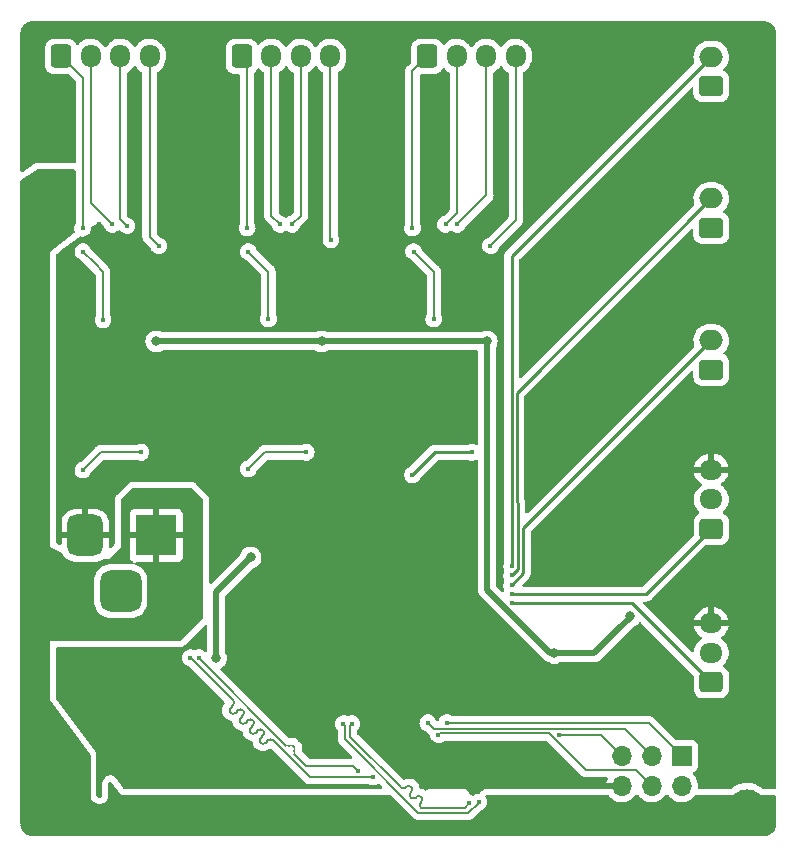
<source format=gbr>
%TF.GenerationSoftware,KiCad,Pcbnew,(6.0.4)*%
%TF.CreationDate,2022-04-15T13:56:09+02:00*%
%TF.ProjectId,coaster,636f6173-7465-4722-9e6b-696361645f70,rev?*%
%TF.SameCoordinates,Original*%
%TF.FileFunction,Copper,L2,Bot*%
%TF.FilePolarity,Positive*%
%FSLAX46Y46*%
G04 Gerber Fmt 4.6, Leading zero omitted, Abs format (unit mm)*
G04 Created by KiCad (PCBNEW (6.0.4)) date 2022-04-15 13:56:09*
%MOMM*%
%LPD*%
G01*
G04 APERTURE LIST*
G04 Aperture macros list*
%AMRoundRect*
0 Rectangle with rounded corners*
0 $1 Rounding radius*
0 $2 $3 $4 $5 $6 $7 $8 $9 X,Y pos of 4 corners*
0 Add a 4 corners polygon primitive as box body*
4,1,4,$2,$3,$4,$5,$6,$7,$8,$9,$2,$3,0*
0 Add four circle primitives for the rounded corners*
1,1,$1+$1,$2,$3*
1,1,$1+$1,$4,$5*
1,1,$1+$1,$6,$7*
1,1,$1+$1,$8,$9*
0 Add four rect primitives between the rounded corners*
20,1,$1+$1,$2,$3,$4,$5,0*
20,1,$1+$1,$4,$5,$6,$7,0*
20,1,$1+$1,$6,$7,$8,$9,0*
20,1,$1+$1,$8,$9,$2,$3,0*%
G04 Aperture macros list end*
%TA.AperFunction,ComponentPad*%
%ADD10RoundRect,0.250000X-0.600000X-0.725000X0.600000X-0.725000X0.600000X0.725000X-0.600000X0.725000X0*%
%TD*%
%TA.AperFunction,ComponentPad*%
%ADD11O,1.700000X1.950000*%
%TD*%
%TA.AperFunction,ComponentPad*%
%ADD12R,3.500000X3.500000*%
%TD*%
%TA.AperFunction,ComponentPad*%
%ADD13RoundRect,0.750000X-0.750000X-1.000000X0.750000X-1.000000X0.750000X1.000000X-0.750000X1.000000X0*%
%TD*%
%TA.AperFunction,ComponentPad*%
%ADD14RoundRect,0.875000X-0.875000X-0.875000X0.875000X-0.875000X0.875000X0.875000X-0.875000X0.875000X0*%
%TD*%
%TA.AperFunction,ComponentPad*%
%ADD15R,1.700000X1.700000*%
%TD*%
%TA.AperFunction,ComponentPad*%
%ADD16O,1.700000X1.700000*%
%TD*%
%TA.AperFunction,ComponentPad*%
%ADD17RoundRect,0.250000X0.750000X-0.600000X0.750000X0.600000X-0.750000X0.600000X-0.750000X-0.600000X0*%
%TD*%
%TA.AperFunction,ComponentPad*%
%ADD18O,2.000000X1.700000*%
%TD*%
%TA.AperFunction,ComponentPad*%
%ADD19RoundRect,0.250000X0.725000X-0.600000X0.725000X0.600000X-0.725000X0.600000X-0.725000X-0.600000X0*%
%TD*%
%TA.AperFunction,ComponentPad*%
%ADD20O,1.950000X1.700000*%
%TD*%
%TA.AperFunction,ViaPad*%
%ADD21C,0.800000*%
%TD*%
%TA.AperFunction,ViaPad*%
%ADD22C,0.400000*%
%TD*%
%TA.AperFunction,ViaPad*%
%ADD23C,3.000000*%
%TD*%
%TA.AperFunction,Conductor*%
%ADD24C,0.200000*%
%TD*%
%TA.AperFunction,Conductor*%
%ADD25C,0.500000*%
%TD*%
%TA.AperFunction,Conductor*%
%ADD26C,0.250000*%
%TD*%
G04 APERTURE END LIST*
D10*
%TO.P,J8,1,Pin_1*%
%TO.N,/M1BO2*%
X110950000Y-41475000D03*
D11*
%TO.P,J8,2,Pin_2*%
%TO.N,/M1BO1*%
X113450000Y-41475000D03*
%TO.P,J8,3,Pin_3*%
%TO.N,/M1AO1*%
X115950000Y-41475000D03*
%TO.P,J8,4,Pin_4*%
%TO.N,/M1AO2*%
X118450000Y-41475000D03*
%TD*%
D12*
%TO.P,J11,1*%
%TO.N,/9V*%
X119000000Y-82042500D03*
D13*
%TO.P,J11,2*%
%TO.N,GND*%
X113000000Y-82042500D03*
D14*
%TO.P,J11,3*%
%TO.N,N/C*%
X116000000Y-86742500D03*
%TD*%
D15*
%TO.P,J1,1,MISO*%
%TO.N,/MISO*%
X163525000Y-100725000D03*
D16*
%TO.P,J1,2,VCC*%
%TO.N,/5V*%
X163525000Y-103265000D03*
%TO.P,J1,3,SCK*%
%TO.N,/SCK*%
X160985000Y-100725000D03*
%TO.P,J1,4,MOSI*%
%TO.N,/MOSI*%
X160985000Y-103265000D03*
%TO.P,J1,5,~{RST}*%
%TO.N,/RESET*%
X158445000Y-100725000D03*
%TO.P,J1,6,GND*%
%TO.N,GND*%
X158445000Y-103265000D03*
%TD*%
D10*
%TO.P,J9,1,Pin_1*%
%TO.N,/M2BO2*%
X126250000Y-41475000D03*
D11*
%TO.P,J9,2,Pin_2*%
%TO.N,/M2BO1*%
X128750000Y-41475000D03*
%TO.P,J9,3,Pin_3*%
%TO.N,/M2AO1*%
X131250000Y-41475000D03*
%TO.P,J9,4,Pin_4*%
%TO.N,/M2AO2*%
X133750000Y-41475000D03*
%TD*%
D17*
%TO.P,J3,1,Pin_1*%
%TO.N,/5V*%
X166000000Y-44000000D03*
D18*
%TO.P,J3,2,Pin_2*%
%TO.N,/SW1*%
X166000000Y-41500000D03*
%TD*%
D17*
%TO.P,J5,1,Pin_1*%
%TO.N,/5V*%
X166000000Y-68000000D03*
D18*
%TO.P,J5,2,Pin_2*%
%TO.N,/SW3*%
X166000000Y-65500000D03*
%TD*%
D17*
%TO.P,J4,1,Pin_1*%
%TO.N,/5V*%
X166000000Y-56000000D03*
D18*
%TO.P,J4,2,Pin_2*%
%TO.N,/SW2*%
X166000000Y-53500000D03*
%TD*%
D19*
%TO.P,J7,1,Pin_1*%
%TO.N,/S1*%
X166000000Y-94475000D03*
D20*
%TO.P,J7,2,Pin_2*%
%TO.N,Net-(J7-Pad2)*%
X166000000Y-91975000D03*
%TO.P,J7,3,Pin_3*%
%TO.N,GND*%
X166000000Y-89475000D03*
%TD*%
D10*
%TO.P,J10,1,Pin_1*%
%TO.N,/M3BO2*%
X141950000Y-41475000D03*
D11*
%TO.P,J10,2,Pin_2*%
%TO.N,/M3BO1*%
X144450000Y-41475000D03*
%TO.P,J10,3,Pin_3*%
%TO.N,/M3AO1*%
X146950000Y-41475000D03*
%TO.P,J10,4,Pin_4*%
%TO.N,/M3AO2*%
X149450000Y-41475000D03*
%TD*%
D19*
%TO.P,J6,1,Pin_1*%
%TO.N,/S2*%
X166000000Y-81475000D03*
D20*
%TO.P,J6,2,Pin_2*%
%TO.N,Net-(J6-Pad2)*%
X166000000Y-78975000D03*
%TO.P,J6,3,Pin_3*%
%TO.N,GND*%
X166000000Y-76475000D03*
%TD*%
D21*
%TO.N,/9V*%
X138900000Y-105000000D03*
D22*
%TO.N,/UART_P*%
X136100000Y-102000500D03*
%TO.N,/UART_N*%
X137337692Y-102500500D03*
%TO.N,/AUART_N*%
X145525008Y-104725008D03*
%TO.N,/AUART_P*%
X146300000Y-104600000D03*
%TO.N,/AUART_N*%
X135550000Y-97960996D03*
%TO.N,/AUART_P*%
X134850000Y-97960996D03*
D21*
%TO.N,/5V*%
X127000000Y-83900000D03*
X124074755Y-92425245D03*
D22*
%TO.N,/UART_N*%
X121900000Y-92385289D03*
%TO.N,/UART_P*%
X122600000Y-92385289D03*
D21*
%TO.N,GND*%
X113000000Y-97000000D03*
X118000000Y-102000000D03*
D23*
X110400000Y-47400000D03*
D22*
X142500000Y-55700000D03*
X145000000Y-62400000D03*
D21*
X121700000Y-60000000D03*
D22*
X139900000Y-57800000D03*
X117500000Y-55700000D03*
X145700000Y-55700000D03*
X119310961Y-59489040D03*
X133310961Y-59489040D03*
X125900000Y-58500000D03*
D21*
X137000000Y-50400000D03*
D22*
X131600000Y-55798599D03*
D23*
X162000000Y-49000000D03*
D21*
X135600000Y-60000000D03*
D22*
X111703200Y-57696800D03*
D21*
X146000000Y-91000000D03*
D22*
X114200000Y-55700000D03*
D21*
X130000000Y-50000000D03*
X151000000Y-50500000D03*
D22*
X147510961Y-59689040D03*
D21*
X117200000Y-50100000D03*
D22*
X117000000Y-62300000D03*
D21*
X123000000Y-50400000D03*
D22*
X128500000Y-55798599D03*
X131000000Y-62300000D03*
D21*
%TO.N,/5V*%
X119000000Y-65600000D03*
X133000000Y-65600000D03*
X152700000Y-92000000D03*
X147000000Y-65600000D03*
X159100000Y-88900000D03*
D22*
%TO.N,/9V*%
X107700000Y-67700000D03*
D23*
X110000000Y-105000000D03*
X169000000Y-105000000D03*
D22*
X109600000Y-54900000D03*
%TO.N,/MISO*%
X143600000Y-97900000D03*
%TO.N,/SCK*%
X142000000Y-97900000D03*
%TO.N,/MOSI*%
X142900000Y-98899011D03*
%TO.N,/RESET*%
X153100000Y-98899500D03*
%TO.N,/M1BO2*%
X112765550Y-56034450D03*
%TO.N,/M1BO1*%
X115300000Y-55700000D03*
%TO.N,/M1AO2*%
X119200000Y-57500000D03*
%TO.N,/M1AO1*%
X116500000Y-55800000D03*
%TO.N,/M2BO2*%
X126700000Y-56000000D03*
%TO.N,/M2BO1*%
X129500000Y-55700000D03*
%TO.N,/M2AO2*%
X133800000Y-57000000D03*
%TO.N,/M2AO1*%
X130500000Y-55700000D03*
%TO.N,/M1EN*%
X114500499Y-63800000D03*
X112800000Y-58000000D03*
X117700000Y-75000000D03*
X112800000Y-76500000D03*
%TO.N,/M3EN*%
X142500000Y-63700000D03*
X145700000Y-75000000D03*
X140800000Y-58000000D03*
X140700000Y-76900000D03*
%TO.N,/M2EN*%
X128500000Y-63700000D03*
X126790685Y-76409315D03*
X131700000Y-75000000D03*
X126800000Y-58000000D03*
%TO.N,/M3BO2*%
X140700000Y-56000000D03*
%TO.N,/M3AO2*%
X147300000Y-57500000D03*
%TO.N,/M3AO1*%
X144500000Y-55700000D03*
%TO.N,/M3BO1*%
X143500000Y-55700000D03*
%TO.N,/SW1*%
X149100000Y-84600000D03*
%TO.N,/SW2*%
X149100000Y-85400000D03*
%TO.N,/SW3*%
X149100000Y-86200000D03*
%TO.N,/S1*%
X149100000Y-87800000D03*
%TO.N,/S2*%
X149100000Y-87000000D03*
%TD*%
D24*
%TO.N,/UART_P*%
X122600000Y-92448892D02*
X122600000Y-92385289D01*
X129852025Y-99700917D02*
X122600000Y-92448892D01*
X129979726Y-99828618D02*
X129852025Y-99700917D01*
X130276289Y-99828618D02*
X130276288Y-99828618D01*
X130700554Y-99956321D02*
X130572851Y-99828618D01*
X130700554Y-100252884D02*
X130700554Y-100252883D01*
X130700553Y-100252885D02*
X130700554Y-100252884D01*
X131713407Y-101562299D02*
X130700554Y-100549446D01*
X136100000Y-102000500D02*
X135661799Y-101562299D01*
X130276289Y-99828618D02*
G75*
G02*
X130572851Y-99828618I148281J-148281D01*
G01*
X130700556Y-99956319D02*
G75*
G02*
X130700554Y-100252883I-148256J-148281D01*
G01*
X129979726Y-99828618D02*
G75*
G03*
X130276288Y-99828618I148281J148281D01*
G01*
X130700588Y-100252920D02*
G75*
G03*
X130700554Y-100549446I148212J-148280D01*
G01*
X135661799Y-101562299D02*
X131713407Y-101562299D01*
%TO.N,/UART_N*%
X122100489Y-92592194D02*
X122100489Y-92585778D01*
X125510030Y-96001735D02*
X122100489Y-92592194D01*
X125297838Y-96638190D02*
X125510030Y-96425999D01*
X125297838Y-96638191D02*
X125297838Y-96638190D01*
X125934294Y-96850264D02*
X125722103Y-97062456D01*
X126146367Y-97486719D02*
X126358559Y-97274528D01*
X126146367Y-97486720D02*
X126146367Y-97486719D01*
X126782824Y-97698793D02*
X126782823Y-97698793D01*
X126782823Y-97698793D02*
X126570632Y-97910985D01*
X127207088Y-97698793D02*
X127207089Y-97698794D01*
X126994896Y-98335248D02*
X127207088Y-98123057D01*
X127631353Y-98547322D02*
X127631352Y-98547322D01*
X127843425Y-99183777D02*
X128055617Y-98971586D01*
X128479881Y-99395851D02*
X128267690Y-99608043D01*
X128479882Y-99395851D02*
X128479881Y-99395851D01*
X132008295Y-102500000D02*
X128904147Y-99395852D01*
X137337192Y-102500000D02*
X132008295Y-102500000D01*
X137337692Y-102500500D02*
X137337192Y-102500000D01*
X125509997Y-96001768D02*
G75*
G02*
X125510030Y-96425999I-212097J-212132D01*
G01*
X125297815Y-96638168D02*
G75*
G03*
X125297839Y-97062456I212185J-212132D01*
G01*
X125297840Y-97062455D02*
G75*
G03*
X125722102Y-97062455I212131J212131D01*
G01*
X128055617Y-98547322D02*
X128055618Y-98547323D01*
X125934269Y-96850238D02*
G75*
G02*
X126358559Y-96850266I212131J-212162D01*
G01*
X126994896Y-98335249D02*
X126994896Y-98335248D01*
X126358555Y-96850268D02*
G75*
G02*
X126358559Y-97274528I-212155J-212132D01*
G01*
X126146416Y-97486769D02*
G75*
G03*
X126146369Y-97910984I212084J-212131D01*
G01*
X126146369Y-97910984D02*
G75*
G03*
X126570631Y-97910984I212131J212131D01*
G01*
X122100489Y-92585778D02*
X121900000Y-92385289D01*
X126782868Y-97698837D02*
G75*
G02*
X127207089Y-97698794I212132J-212063D01*
G01*
X127631352Y-98547322D02*
X127419161Y-98759514D01*
X127207113Y-97698768D02*
G75*
G02*
X127207088Y-98123057I-212113J-212132D01*
G01*
X125934295Y-96850264D02*
X125934294Y-96850264D01*
X126994898Y-98759513D02*
G75*
G03*
X127419160Y-98759513I212131J212131D01*
G01*
X128055570Y-98547369D02*
G75*
G02*
X128055616Y-98971585I-212070J-212131D01*
G01*
X127843415Y-99183768D02*
G75*
G03*
X127843426Y-99608043I212185J-212132D01*
G01*
X127631369Y-98547338D02*
G75*
G02*
X128055617Y-98547324I212131J-212162D01*
G01*
X126994916Y-98335269D02*
G75*
G03*
X126994898Y-98759513I212084J-212131D01*
G01*
X127843427Y-99608042D02*
G75*
G03*
X128267689Y-99608042I212131J212131D01*
G01*
X127843425Y-99183778D02*
X127843425Y-99183777D01*
X128479869Y-99395838D02*
G75*
G02*
X128904146Y-99395853I212131J-212162D01*
G01*
X126358559Y-96850264D02*
X126358560Y-96850265D01*
%TO.N,/AUART_N*%
X135425001Y-98085995D02*
X135550000Y-97960996D01*
X139696141Y-103377941D02*
X135425001Y-99106801D01*
X140175459Y-103322886D02*
X140120404Y-103377940D01*
X140175459Y-103322885D02*
X140175459Y-103322886D01*
X140544670Y-103802205D02*
X140599724Y-103747150D01*
X135425001Y-99106801D02*
X135425001Y-98085995D01*
X140544669Y-103802205D02*
X140544670Y-103802205D01*
X140544669Y-104226469D02*
X140544670Y-104226470D01*
X141023988Y-104171415D02*
X140968933Y-104226469D01*
X141393199Y-104650734D02*
X141448253Y-104595679D01*
X145175017Y-105074999D02*
X141393199Y-105074999D01*
X145525008Y-104725008D02*
X145175017Y-105074999D01*
X139696141Y-103377939D02*
G75*
G03*
X140120403Y-103377939I212131J212131D01*
G01*
X139696140Y-103377940D02*
X139696141Y-103377941D01*
X140175468Y-103322894D02*
G75*
G02*
X140599724Y-103322886I212132J-212106D01*
G01*
X140599742Y-103322868D02*
G75*
G02*
X140599724Y-103747150I-212142J-212132D01*
G01*
X141448300Y-104171368D02*
G75*
G02*
X141448253Y-104595679I-212200J-212132D01*
G01*
X140544632Y-103802168D02*
G75*
G03*
X140544670Y-104226470I212168J-212132D01*
G01*
X141023988Y-104171414D02*
X141023988Y-104171415D01*
X141393232Y-104650769D02*
G75*
G03*
X141393199Y-105074999I212068J-212131D01*
G01*
X141023968Y-104171394D02*
G75*
G02*
X141448253Y-104171415I212132J-212106D01*
G01*
X140544670Y-104226468D02*
G75*
G03*
X140968932Y-104226468I212131J212131D01*
G01*
X141393198Y-104650734D02*
X141393199Y-104650734D01*
%TO.N,/AUART_P*%
X141206801Y-105525001D02*
X134974999Y-99293199D01*
X134974999Y-99293199D02*
X134974999Y-98085995D01*
X146300000Y-104656416D02*
X145431415Y-105525001D01*
X145431415Y-105525001D02*
X141206801Y-105525001D01*
X146300000Y-104600000D02*
X146300000Y-104656416D01*
X134974999Y-98085995D02*
X134850000Y-97960996D01*
%TO.N,/MOSI*%
X155368595Y-101874511D02*
X159594511Y-101874511D01*
X152293604Y-98799520D02*
X155368595Y-101874511D01*
X142999491Y-98799520D02*
X152293604Y-98799520D01*
X159594511Y-101874511D02*
X160985000Y-103265000D01*
X142900000Y-98899011D02*
X142999491Y-98799520D01*
D25*
%TO.N,/5V*%
X124074755Y-86825245D02*
X127000000Y-83900000D01*
X124074755Y-92425245D02*
X124074755Y-86825245D01*
%TO.N,GND*%
X113000000Y-97000000D02*
X115000000Y-99000000D01*
X115000000Y-99000000D02*
X118000000Y-102000000D01*
X114200000Y-102900000D02*
X114200000Y-104000000D01*
X114200000Y-100000000D02*
X114200000Y-102900000D01*
%TO.N,/5V*%
X159100000Y-89000000D02*
X159100000Y-88900000D01*
X152381452Y-92000000D02*
X152700000Y-92000000D01*
X152700000Y-92000000D02*
X156100000Y-92000000D01*
X158100000Y-90000000D02*
X159100000Y-89000000D01*
X147000000Y-65600000D02*
X139000000Y-65600000D01*
X147000000Y-65600000D02*
X147000000Y-86618548D01*
X156100000Y-92000000D02*
X158100000Y-90000000D01*
X133000000Y-65600000D02*
X119000000Y-65600000D01*
X147000000Y-86618548D02*
X152381452Y-92000000D01*
X139000000Y-65600000D02*
X133000000Y-65600000D01*
%TO.N,/9V*%
X107700000Y-56800000D02*
X109600000Y-54900000D01*
X107700000Y-67700000D02*
X107700000Y-56800000D01*
X107700000Y-70700000D02*
X107700000Y-67700000D01*
X119000000Y-82042500D02*
X119000000Y-82000000D01*
D24*
%TO.N,/MISO*%
X143600000Y-97900000D02*
X160700000Y-97900000D01*
X160700000Y-97900000D02*
X163525000Y-100725000D01*
%TO.N,/SCK*%
X142000000Y-97900000D02*
X142499511Y-98399511D01*
X147399511Y-98399511D02*
X147400000Y-98400000D01*
X158660000Y-98400000D02*
X160985000Y-100725000D01*
X147400000Y-98400000D02*
X158660000Y-98400000D01*
X142499511Y-98399511D02*
X147399511Y-98399511D01*
%TO.N,/RESET*%
X156619500Y-98899500D02*
X158445000Y-100725000D01*
X153100000Y-98899500D02*
X156619500Y-98899500D01*
%TO.N,/M1BO2*%
X112800000Y-43325000D02*
X110950000Y-41475000D01*
X112800000Y-56000000D02*
X112800000Y-43325000D01*
X112765550Y-56034450D02*
X112800000Y-56000000D01*
%TO.N,/M1BO1*%
X115300000Y-55700000D02*
X113450000Y-53850000D01*
X113450000Y-53850000D02*
X113450000Y-41475000D01*
%TO.N,/M1AO2*%
X119200000Y-57500000D02*
X118450000Y-56750000D01*
X118450000Y-56750000D02*
X118450000Y-41475000D01*
%TO.N,/M1AO1*%
X116500000Y-55800000D02*
X115950000Y-55250000D01*
X115950000Y-55250000D02*
X115950000Y-50050000D01*
X115950000Y-50050000D02*
X115950000Y-41475000D01*
%TO.N,/M2BO2*%
X126700000Y-41925000D02*
X126250000Y-41475000D01*
X126700000Y-56000000D02*
X126700000Y-41925000D01*
%TO.N,/M2BO1*%
X129500000Y-55700000D02*
X128750000Y-54950000D01*
X128750000Y-54950000D02*
X128750000Y-41475000D01*
%TO.N,/M2AO2*%
X133800000Y-57000000D02*
X133750000Y-56950000D01*
X133750000Y-56950000D02*
X133750000Y-41475000D01*
%TO.N,/M2AO1*%
X131250000Y-54950000D02*
X131250000Y-41475000D01*
X130500000Y-55700000D02*
X131250000Y-54950000D01*
%TO.N,/M1EN*%
X114500499Y-59700499D02*
X114500499Y-63800000D01*
X113800000Y-59000000D02*
X114500499Y-59700499D01*
X112800000Y-76500000D02*
X114300000Y-75000000D01*
X112800000Y-58000000D02*
X113800000Y-59000000D01*
X114300000Y-75000000D02*
X116400000Y-75000000D01*
X116400000Y-75000000D02*
X117700000Y-75000000D01*
%TO.N,/M3EN*%
X142500000Y-59700000D02*
X142500000Y-63700000D01*
D26*
X144300000Y-75000000D02*
X145700000Y-75000000D01*
D24*
X141900000Y-59100000D02*
X142500000Y-59700000D01*
D26*
X140700000Y-76900000D02*
X142600000Y-75000000D01*
X142600000Y-75000000D02*
X144300000Y-75000000D01*
D24*
X140800000Y-58000000D02*
X141900000Y-59100000D01*
%TO.N,/M2EN*%
X130400000Y-75000000D02*
X131700000Y-75000000D01*
X126800000Y-58000000D02*
X127900000Y-59100000D01*
X127900000Y-59100000D02*
X128500000Y-59700000D01*
X126790685Y-76409315D02*
X128200000Y-75000000D01*
X128200000Y-75000000D02*
X130400000Y-75000000D01*
X128500000Y-59700000D02*
X128500000Y-63700000D01*
%TO.N,/M3BO2*%
X140700000Y-56000000D02*
X140700000Y-42725000D01*
X140700000Y-42725000D02*
X141950000Y-41475000D01*
%TO.N,/M3AO2*%
X149450000Y-55350000D02*
X149450000Y-41475000D01*
X147300000Y-57500000D02*
X149450000Y-55350000D01*
%TO.N,/M3AO1*%
X144500000Y-55700000D02*
X146950000Y-53250000D01*
X146950000Y-53250000D02*
X146950000Y-41475000D01*
%TO.N,/M3BO1*%
X144450000Y-54750000D02*
X144450000Y-41475000D01*
X143500000Y-55700000D02*
X144450000Y-54750000D01*
D26*
%TO.N,/SW1*%
X149100000Y-58400000D02*
X166000000Y-41500000D01*
X149100000Y-84600000D02*
X149100000Y-58400000D01*
%TO.N,/SW2*%
X149100000Y-85400000D02*
X149624511Y-84875489D01*
X149549520Y-79200000D02*
X149549520Y-69950480D01*
X149624511Y-79274991D02*
X149549520Y-79200000D01*
X149624511Y-84875489D02*
X149624511Y-79274991D01*
X149549520Y-69950480D02*
X166000000Y-53500000D01*
%TO.N,/SW3*%
X150074031Y-81425969D02*
X166000000Y-65500000D01*
X149100000Y-86200000D02*
X150074031Y-85225969D01*
X150074031Y-85225969D02*
X150074031Y-81425969D01*
%TO.N,/S1*%
X149100000Y-87800000D02*
X159325000Y-87800000D01*
X159325000Y-87800000D02*
X166000000Y-94475000D01*
%TO.N,/S2*%
X149100000Y-87000000D02*
X160475000Y-87000000D01*
X160475000Y-87000000D02*
X166000000Y-81475000D01*
%TD*%
%TA.AperFunction,Conductor*%
%TO.N,/9V*%
G36*
X112015931Y-51020002D02*
G01*
X112036905Y-51036905D01*
X112154595Y-51154595D01*
X112188621Y-51216907D01*
X112191500Y-51243690D01*
X112191500Y-55579169D01*
X112168586Y-55651621D01*
X112136560Y-55697189D01*
X112123189Y-55731484D01*
X112087700Y-55822509D01*
X112074268Y-55856959D01*
X112073276Y-55864492D01*
X112073276Y-55864493D01*
X112053469Y-56014947D01*
X112051885Y-56026976D01*
X112057559Y-56078366D01*
X112066900Y-56162975D01*
X112070703Y-56197425D01*
X112073312Y-56204556D01*
X112073313Y-56204558D01*
X112110182Y-56305307D01*
X112114808Y-56376153D01*
X112080398Y-56438253D01*
X112067456Y-56449408D01*
X110000000Y-58000000D01*
X110000000Y-96000000D01*
X110008741Y-96011654D01*
X110008741Y-96011655D01*
X113416300Y-100555067D01*
X113441171Y-100621565D01*
X113441500Y-100630667D01*
X113441500Y-104044293D01*
X113449631Y-104114036D01*
X113453158Y-104144284D01*
X113456818Y-104175681D01*
X113459313Y-104182556D01*
X113459314Y-104182558D01*
X113492038Y-104272708D01*
X113517167Y-104341937D01*
X113521178Y-104348054D01*
X113521179Y-104348057D01*
X113598833Y-104466499D01*
X113614144Y-104489852D01*
X113742547Y-104611490D01*
X113895490Y-104700326D01*
X113902494Y-104702447D01*
X113902498Y-104702449D01*
X114033488Y-104742121D01*
X114064767Y-104751595D01*
X114241298Y-104762547D01*
X114248514Y-104761307D01*
X114248516Y-104761307D01*
X114408398Y-104733834D01*
X114408399Y-104733834D01*
X114415614Y-104732594D01*
X114578364Y-104663343D01*
X114584252Y-104659010D01*
X114584257Y-104659007D01*
X114714923Y-104562846D01*
X114720818Y-104558508D01*
X114725557Y-104552930D01*
X114725560Y-104552927D01*
X114830594Y-104429294D01*
X114830597Y-104429290D01*
X114835333Y-104423715D01*
X114893823Y-104309171D01*
X114912442Y-104272708D01*
X114912443Y-104272706D01*
X114915769Y-104266192D01*
X114918836Y-104253661D01*
X114941127Y-104162561D01*
X114957808Y-104094390D01*
X114958500Y-104083236D01*
X114958500Y-102989333D01*
X114978502Y-102921212D01*
X115032158Y-102874719D01*
X115102432Y-102864615D01*
X115167012Y-102894109D01*
X115185299Y-102913732D01*
X116000000Y-104000000D01*
X138769061Y-104000000D01*
X138837182Y-104020002D01*
X138858156Y-104036905D01*
X140742482Y-105921230D01*
X140753349Y-105933621D01*
X140767785Y-105952435D01*
X140767788Y-105952438D01*
X140772814Y-105958988D01*
X140779364Y-105964014D01*
X140779368Y-105964018D01*
X140804728Y-105983477D01*
X140804730Y-105983478D01*
X140893373Y-106051497D01*
X140899925Y-106056525D01*
X140907551Y-106059684D01*
X140907553Y-106059685D01*
X140973937Y-106087182D01*
X141047950Y-106117839D01*
X141056137Y-106118917D01*
X141056138Y-106118917D01*
X141067343Y-106120392D01*
X141098539Y-106124499D01*
X141166916Y-106133501D01*
X141166919Y-106133501D01*
X141166927Y-106133502D01*
X141198612Y-106137673D01*
X141206801Y-106138751D01*
X141238494Y-106134579D01*
X141254937Y-106133501D01*
X145383279Y-106133501D01*
X145399722Y-106134579D01*
X145431415Y-106138751D01*
X145439604Y-106137673D01*
X145471289Y-106133502D01*
X145471299Y-106133501D01*
X145471300Y-106133501D01*
X145471316Y-106133499D01*
X145570872Y-106120392D01*
X145582079Y-106118917D01*
X145582081Y-106118916D01*
X145590266Y-106117839D01*
X145738291Y-106056525D01*
X145833487Y-105983478D01*
X145833490Y-105983475D01*
X145865402Y-105958988D01*
X145870432Y-105952433D01*
X145884867Y-105933622D01*
X145895734Y-105921231D01*
X146534843Y-105282122D01*
X146567324Y-105258652D01*
X146688174Y-105197871D01*
X146694958Y-105194459D01*
X146700729Y-105189530D01*
X146700732Y-105189528D01*
X146819578Y-105088023D01*
X146825355Y-105083089D01*
X146925424Y-104943830D01*
X146989385Y-104784720D01*
X146996804Y-104732594D01*
X147012966Y-104619031D01*
X147012966Y-104619027D01*
X147013547Y-104614947D01*
X147013704Y-104600000D01*
X147001140Y-104496181D01*
X146994015Y-104437299D01*
X146994014Y-104437296D01*
X146993102Y-104429758D01*
X146979153Y-104392841D01*
X146935171Y-104276447D01*
X146932487Y-104269344D01*
X146911590Y-104238938D01*
X146883019Y-104197367D01*
X146860919Y-104129897D01*
X146878805Y-104061190D01*
X146930997Y-104013060D01*
X146986859Y-104000000D01*
X157231473Y-104000000D01*
X157299594Y-104020002D01*
X157338905Y-104060164D01*
X157342288Y-104065685D01*
X157342293Y-104065692D01*
X157344987Y-104070088D01*
X157491250Y-104238938D01*
X157663126Y-104381632D01*
X157856000Y-104494338D01*
X158064692Y-104574030D01*
X158069760Y-104575061D01*
X158069763Y-104575062D01*
X158172156Y-104595894D01*
X158283597Y-104618567D01*
X158288772Y-104618757D01*
X158288774Y-104618757D01*
X158501673Y-104626564D01*
X158501677Y-104626564D01*
X158506837Y-104626753D01*
X158511957Y-104626097D01*
X158511959Y-104626097D01*
X158723288Y-104599025D01*
X158723289Y-104599025D01*
X158728416Y-104598368D01*
X158736662Y-104595894D01*
X158937429Y-104535661D01*
X158937434Y-104535659D01*
X158942384Y-104534174D01*
X159142994Y-104435896D01*
X159324860Y-104306173D01*
X159483096Y-104148489D01*
X159486110Y-104144295D01*
X159486119Y-104144284D01*
X159552091Y-104052474D01*
X159608085Y-104008826D01*
X159654413Y-104000000D01*
X159771473Y-104000000D01*
X159839594Y-104020002D01*
X159878905Y-104060164D01*
X159882288Y-104065685D01*
X159882293Y-104065692D01*
X159884987Y-104070088D01*
X160031250Y-104238938D01*
X160203126Y-104381632D01*
X160396000Y-104494338D01*
X160604692Y-104574030D01*
X160609760Y-104575061D01*
X160609763Y-104575062D01*
X160712156Y-104595894D01*
X160823597Y-104618567D01*
X160828772Y-104618757D01*
X160828774Y-104618757D01*
X161041673Y-104626564D01*
X161041677Y-104626564D01*
X161046837Y-104626753D01*
X161051957Y-104626097D01*
X161051959Y-104626097D01*
X161263288Y-104599025D01*
X161263289Y-104599025D01*
X161268416Y-104598368D01*
X161276662Y-104595894D01*
X161477429Y-104535661D01*
X161477434Y-104535659D01*
X161482384Y-104534174D01*
X161682994Y-104435896D01*
X161864860Y-104306173D01*
X162023096Y-104148489D01*
X162026110Y-104144295D01*
X162026119Y-104144284D01*
X162092091Y-104052474D01*
X162148085Y-104008826D01*
X162194413Y-104000000D01*
X162311473Y-104000000D01*
X162379594Y-104020002D01*
X162418905Y-104060164D01*
X162422288Y-104065685D01*
X162422293Y-104065692D01*
X162424987Y-104070088D01*
X162571250Y-104238938D01*
X162743126Y-104381632D01*
X162936000Y-104494338D01*
X163144692Y-104574030D01*
X163149760Y-104575061D01*
X163149763Y-104575062D01*
X163252156Y-104595894D01*
X163363597Y-104618567D01*
X163368772Y-104618757D01*
X163368774Y-104618757D01*
X163581673Y-104626564D01*
X163581677Y-104626564D01*
X163586837Y-104626753D01*
X163591957Y-104626097D01*
X163591959Y-104626097D01*
X163803288Y-104599025D01*
X163803289Y-104599025D01*
X163808416Y-104598368D01*
X163816662Y-104595894D01*
X164017429Y-104535661D01*
X164017434Y-104535659D01*
X164022384Y-104534174D01*
X164222994Y-104435896D01*
X164404860Y-104306173D01*
X164563096Y-104148489D01*
X164566110Y-104144295D01*
X164566119Y-104144284D01*
X164632091Y-104052474D01*
X164688085Y-104008826D01*
X164734413Y-104000000D01*
X171365500Y-104000000D01*
X171433621Y-104020002D01*
X171480114Y-104073658D01*
X171491500Y-104126000D01*
X171491500Y-106450633D01*
X171490000Y-106470018D01*
X171487690Y-106484851D01*
X171487690Y-106484855D01*
X171486309Y-106493724D01*
X171487966Y-106506397D01*
X171488551Y-106533707D01*
X171477398Y-106661191D01*
X171473585Y-106682817D01*
X171452174Y-106762724D01*
X171434558Y-106828466D01*
X171427046Y-106849104D01*
X171363322Y-106985760D01*
X171352340Y-107004780D01*
X171265853Y-107128297D01*
X171251735Y-107145122D01*
X171145122Y-107251735D01*
X171128297Y-107265853D01*
X171004780Y-107352340D01*
X170985760Y-107363322D01*
X170849104Y-107427046D01*
X170828466Y-107434557D01*
X170682822Y-107473583D01*
X170661194Y-107477397D01*
X170604659Y-107482344D01*
X170540607Y-107487947D01*
X170524129Y-107487393D01*
X170524124Y-107487800D01*
X170515147Y-107487690D01*
X170506276Y-107486309D01*
X170497374Y-107487473D01*
X170497372Y-107487473D01*
X170483548Y-107489281D01*
X170474714Y-107490436D01*
X170458379Y-107491500D01*
X108549367Y-107491500D01*
X108529982Y-107490000D01*
X108515149Y-107487690D01*
X108515145Y-107487690D01*
X108506276Y-107486309D01*
X108493603Y-107487966D01*
X108466293Y-107488551D01*
X108338806Y-107477397D01*
X108317183Y-107473585D01*
X108171531Y-107434557D01*
X108150896Y-107427046D01*
X108014240Y-107363322D01*
X107995220Y-107352340D01*
X107871703Y-107265853D01*
X107854878Y-107251735D01*
X107748265Y-107145122D01*
X107734147Y-107128297D01*
X107647660Y-107004780D01*
X107636678Y-106985760D01*
X107572954Y-106849104D01*
X107565443Y-106828466D01*
X107526417Y-106682822D01*
X107522602Y-106661191D01*
X107512349Y-106543993D01*
X107512374Y-106521758D01*
X107512770Y-106517344D01*
X107513576Y-106512552D01*
X107513729Y-106500000D01*
X107509773Y-106472376D01*
X107508500Y-106454514D01*
X107508500Y-52061766D01*
X107528502Y-51993645D01*
X107564608Y-51956928D01*
X108968257Y-51021162D01*
X109038149Y-51000000D01*
X111947810Y-51000000D01*
X112015931Y-51020002D01*
G37*
%TD.AperFunction*%
%TD*%
%TA.AperFunction,Conductor*%
%TO.N,/9V*%
G36*
X122015931Y-78020002D02*
G01*
X122036905Y-78036905D01*
X122963095Y-78963095D01*
X122997121Y-79025407D01*
X123000000Y-79052190D01*
X123000000Y-88947810D01*
X122979998Y-89015931D01*
X122963095Y-89036905D01*
X121036905Y-90963095D01*
X120974593Y-90997121D01*
X120947810Y-91000000D01*
X107508500Y-91000000D01*
X107508500Y-87709864D01*
X113741500Y-87709864D01*
X113744619Y-87767457D01*
X113789620Y-87997893D01*
X113872804Y-88217452D01*
X113991791Y-88419856D01*
X114143181Y-88599319D01*
X114322644Y-88750709D01*
X114525048Y-88869696D01*
X114744607Y-88952880D01*
X114975043Y-88997881D01*
X114979401Y-88998117D01*
X115030948Y-89000909D01*
X115030963Y-89000909D01*
X115032636Y-89001000D01*
X116967364Y-89001000D01*
X116969037Y-89000909D01*
X116969052Y-89000909D01*
X117020599Y-88998117D01*
X117024957Y-88997881D01*
X117255393Y-88952880D01*
X117474952Y-88869696D01*
X117677356Y-88750709D01*
X117856819Y-88599319D01*
X118008209Y-88419856D01*
X118127196Y-88217452D01*
X118210380Y-87997893D01*
X118255381Y-87767457D01*
X118258500Y-87709864D01*
X118258500Y-85775136D01*
X118255381Y-85717543D01*
X118210380Y-85487107D01*
X118127196Y-85267548D01*
X118008209Y-85065144D01*
X117856819Y-84885681D01*
X117677356Y-84734291D01*
X117474952Y-84615304D01*
X117287613Y-84544327D01*
X117230998Y-84501488D01*
X117206530Y-84434840D01*
X117221979Y-84365545D01*
X117272440Y-84315602D01*
X117332254Y-84300500D01*
X118727885Y-84300500D01*
X118743124Y-84296025D01*
X118744329Y-84294635D01*
X118746000Y-84286952D01*
X118746000Y-84282384D01*
X119254000Y-84282384D01*
X119258475Y-84297623D01*
X119259865Y-84298828D01*
X119267548Y-84300499D01*
X120794669Y-84300499D01*
X120801490Y-84300129D01*
X120852352Y-84294605D01*
X120867604Y-84290979D01*
X120988054Y-84245824D01*
X121003649Y-84237286D01*
X121105724Y-84160785D01*
X121118285Y-84148224D01*
X121194786Y-84046149D01*
X121203324Y-84030554D01*
X121248478Y-83910106D01*
X121252105Y-83894851D01*
X121257631Y-83843986D01*
X121258000Y-83837172D01*
X121258000Y-82314615D01*
X121253525Y-82299376D01*
X121252135Y-82298171D01*
X121244452Y-82296500D01*
X119272115Y-82296500D01*
X119256876Y-82300975D01*
X119255671Y-82302365D01*
X119254000Y-82310048D01*
X119254000Y-84282384D01*
X118746000Y-84282384D01*
X118746000Y-82314615D01*
X118741525Y-82299376D01*
X118740135Y-82298171D01*
X118732452Y-82296500D01*
X116760116Y-82296500D01*
X116744877Y-82300975D01*
X116743672Y-82302365D01*
X116742001Y-82310048D01*
X116742001Y-83837169D01*
X116742371Y-83843990D01*
X116747895Y-83894852D01*
X116751521Y-83910104D01*
X116796676Y-84030554D01*
X116805214Y-84046149D01*
X116881715Y-84148224D01*
X116894276Y-84160785D01*
X116996354Y-84237288D01*
X117014970Y-84247480D01*
X117065116Y-84297738D01*
X117080130Y-84367129D01*
X117055245Y-84433622D01*
X116998362Y-84476105D01*
X116954461Y-84484000D01*
X115032636Y-84484000D01*
X115030963Y-84484091D01*
X115030948Y-84484091D01*
X114980773Y-84486809D01*
X114975043Y-84487119D01*
X114744607Y-84532120D01*
X114525048Y-84615304D01*
X114322644Y-84734291D01*
X114143181Y-84885681D01*
X113991791Y-85065144D01*
X113872804Y-85267548D01*
X113789620Y-85487107D01*
X113744619Y-85717543D01*
X113741500Y-85775136D01*
X113741500Y-87709864D01*
X107508500Y-87709864D01*
X107508500Y-83000000D01*
X110000000Y-83000000D01*
X110015192Y-83007596D01*
X111057849Y-83528925D01*
X111109833Y-83577280D01*
X111116063Y-83589170D01*
X111152409Y-83668555D01*
X111280620Y-83853027D01*
X111439473Y-84011880D01*
X111623945Y-84140091D01*
X111828206Y-84233610D01*
X111833638Y-84235005D01*
X111833639Y-84235005D01*
X112035962Y-84286952D01*
X112045800Y-84289478D01*
X112099705Y-84293862D01*
X112184908Y-84300793D01*
X112184918Y-84300793D01*
X112187458Y-84301000D01*
X113812542Y-84301000D01*
X113815082Y-84300793D01*
X113815092Y-84300793D01*
X113900295Y-84293862D01*
X113954200Y-84289478D01*
X113964039Y-84286952D01*
X114166361Y-84235005D01*
X114166362Y-84235005D01*
X114171794Y-84233610D01*
X114376055Y-84140091D01*
X114545197Y-84022535D01*
X114617106Y-84000000D01*
X115000000Y-84000000D01*
X116000000Y-83000000D01*
X116000000Y-81770385D01*
X116742000Y-81770385D01*
X116746475Y-81785624D01*
X116747865Y-81786829D01*
X116755548Y-81788500D01*
X118727885Y-81788500D01*
X118743124Y-81784025D01*
X118744329Y-81782635D01*
X118746000Y-81774952D01*
X118746000Y-81770385D01*
X119254000Y-81770385D01*
X119258475Y-81785624D01*
X119259865Y-81786829D01*
X119267548Y-81788500D01*
X121239884Y-81788500D01*
X121255123Y-81784025D01*
X121256328Y-81782635D01*
X121257999Y-81774952D01*
X121257999Y-80247831D01*
X121257629Y-80241010D01*
X121252105Y-80190148D01*
X121248479Y-80174896D01*
X121203324Y-80054446D01*
X121194786Y-80038851D01*
X121118285Y-79936776D01*
X121105724Y-79924215D01*
X121003649Y-79847714D01*
X120988054Y-79839176D01*
X120867606Y-79794022D01*
X120852351Y-79790395D01*
X120801486Y-79784869D01*
X120794672Y-79784500D01*
X119272115Y-79784500D01*
X119256876Y-79788975D01*
X119255671Y-79790365D01*
X119254000Y-79798048D01*
X119254000Y-81770385D01*
X118746000Y-81770385D01*
X118746000Y-79802616D01*
X118741525Y-79787377D01*
X118740135Y-79786172D01*
X118732452Y-79784501D01*
X117205331Y-79784501D01*
X117198510Y-79784871D01*
X117147648Y-79790395D01*
X117132396Y-79794021D01*
X117011946Y-79839176D01*
X116996351Y-79847714D01*
X116894276Y-79924215D01*
X116881715Y-79936776D01*
X116805214Y-80038851D01*
X116796676Y-80054446D01*
X116751522Y-80174894D01*
X116747895Y-80190149D01*
X116742369Y-80241014D01*
X116742000Y-80247828D01*
X116742000Y-81770385D01*
X116000000Y-81770385D01*
X116000000Y-79052190D01*
X116020002Y-78984069D01*
X116036905Y-78963095D01*
X116963095Y-78036905D01*
X117025407Y-78002879D01*
X117052190Y-78000000D01*
X121947810Y-78000000D01*
X122015931Y-78020002D01*
G37*
%TD.AperFunction*%
%TD*%
%TA.AperFunction,Conductor*%
%TO.N,GND*%
G36*
X123234287Y-89596077D02*
G01*
X123291123Y-89638624D01*
X123315934Y-89705144D01*
X123316255Y-89714133D01*
X123316255Y-91793464D01*
X123296253Y-91861585D01*
X123242597Y-91908078D01*
X123172323Y-91918182D01*
X123106438Y-91887542D01*
X123007321Y-91799232D01*
X122999325Y-91794998D01*
X122946723Y-91767147D01*
X122855769Y-91718989D01*
X122838196Y-91714575D01*
X122696822Y-91679064D01*
X122696818Y-91679064D01*
X122689451Y-91677213D01*
X122681852Y-91677173D01*
X122681850Y-91677173D01*
X122610394Y-91676799D01*
X122517969Y-91676315D01*
X122510589Y-91678087D01*
X122510587Y-91678087D01*
X122358602Y-91714575D01*
X122358598Y-91714576D01*
X122351223Y-91716347D01*
X122339217Y-91722544D01*
X122308258Y-91738523D01*
X122238551Y-91751992D01*
X122191510Y-91737912D01*
X122162484Y-91722544D01*
X122162481Y-91722543D01*
X122155769Y-91718989D01*
X122101940Y-91705468D01*
X121996822Y-91679064D01*
X121996818Y-91679064D01*
X121989451Y-91677213D01*
X121981852Y-91677173D01*
X121981850Y-91677173D01*
X121910394Y-91676799D01*
X121817969Y-91676315D01*
X121810589Y-91678087D01*
X121810587Y-91678087D01*
X121658602Y-91714575D01*
X121658598Y-91714576D01*
X121651223Y-91716347D01*
X121498839Y-91794998D01*
X121369615Y-91907728D01*
X121271010Y-92048028D01*
X121208718Y-92207798D01*
X121207726Y-92215331D01*
X121207726Y-92215332D01*
X121201519Y-92262484D01*
X121186335Y-92377815D01*
X121192296Y-92431810D01*
X121202825Y-92527175D01*
X121205153Y-92548264D01*
X121207762Y-92555395D01*
X121207763Y-92555397D01*
X121221367Y-92592571D01*
X121264085Y-92709304D01*
X121268322Y-92715610D01*
X121268324Y-92715613D01*
X121297422Y-92758915D01*
X121359730Y-92851638D01*
X121486565Y-92967049D01*
X121637268Y-93048874D01*
X121684733Y-93061326D01*
X121741853Y-93094107D01*
X124778321Y-96130575D01*
X124812347Y-96192887D01*
X124807282Y-96263702D01*
X124786634Y-96299593D01*
X124750869Y-96343183D01*
X124666528Y-96501012D01*
X124614596Y-96672262D01*
X124597067Y-96850352D01*
X124614616Y-97028440D01*
X124666568Y-97199683D01*
X124669486Y-97205142D01*
X124723520Y-97306228D01*
X124750927Y-97357502D01*
X124754855Y-97362288D01*
X124754856Y-97362290D01*
X124846716Y-97474225D01*
X124849278Y-97477453D01*
X124858637Y-97489649D01*
X124863846Y-97496438D01*
X124863851Y-97496442D01*
X124863852Y-97496443D01*
X124867040Y-97498890D01*
X124867043Y-97498892D01*
X124882877Y-97511042D01*
X124886105Y-97513605D01*
X124998004Y-97605438D01*
X124998011Y-97605443D01*
X125002794Y-97609368D01*
X125008252Y-97612286D01*
X125008253Y-97612286D01*
X125155163Y-97690812D01*
X125155166Y-97690813D01*
X125160621Y-97693729D01*
X125331874Y-97745678D01*
X125348490Y-97747314D01*
X125414319Y-97773894D01*
X125455330Y-97831848D01*
X125461534Y-97860372D01*
X125463159Y-97876891D01*
X125515087Y-98048144D01*
X125518004Y-98053602D01*
X125518004Y-98053603D01*
X125570991Y-98152760D01*
X125599427Y-98205975D01*
X125603354Y-98210761D01*
X125695182Y-98322678D01*
X125697710Y-98325863D01*
X125712332Y-98344924D01*
X125712362Y-98344947D01*
X125712381Y-98344972D01*
X125718965Y-98350024D01*
X125718967Y-98350026D01*
X125731406Y-98359571D01*
X125734634Y-98362134D01*
X125846533Y-98453967D01*
X125846540Y-98453972D01*
X125851323Y-98457897D01*
X125856781Y-98460815D01*
X125856782Y-98460815D01*
X126003692Y-98539341D01*
X126003695Y-98539342D01*
X126009150Y-98542258D01*
X126180403Y-98594207D01*
X126196999Y-98595841D01*
X126262828Y-98622421D01*
X126303839Y-98680375D01*
X126310042Y-98708890D01*
X126311674Y-98725468D01*
X126363623Y-98896730D01*
X126366541Y-98902189D01*
X126436798Y-99033632D01*
X126447987Y-99054566D01*
X126451913Y-99059350D01*
X126451914Y-99059351D01*
X126543763Y-99171264D01*
X126546328Y-99174497D01*
X126556940Y-99188328D01*
X126556943Y-99188331D01*
X126560910Y-99193501D01*
X126560913Y-99193503D01*
X126560921Y-99193513D01*
X126566962Y-99198148D01*
X126566964Y-99198150D01*
X126579983Y-99208139D01*
X126583204Y-99210695D01*
X126699852Y-99306426D01*
X126705310Y-99309344D01*
X126705311Y-99309344D01*
X126852221Y-99387870D01*
X126852224Y-99387871D01*
X126857679Y-99390787D01*
X127028932Y-99442736D01*
X127043086Y-99444130D01*
X127045532Y-99444371D01*
X127111365Y-99470954D01*
X127152374Y-99528908D01*
X127158575Y-99557416D01*
X127159530Y-99567109D01*
X127160209Y-99574005D01*
X127212152Y-99745244D01*
X127215065Y-99750695D01*
X127215067Y-99750699D01*
X127293584Y-99897608D01*
X127296499Y-99903062D01*
X127300421Y-99907842D01*
X127300422Y-99907843D01*
X127392265Y-100019767D01*
X127394829Y-100022998D01*
X127409407Y-100041999D01*
X127409427Y-100042014D01*
X127409439Y-100042030D01*
X127416264Y-100047267D01*
X127416267Y-100047270D01*
X127428464Y-100056629D01*
X127431692Y-100059192D01*
X127543591Y-100151025D01*
X127543597Y-100151029D01*
X127548381Y-100154955D01*
X127553839Y-100157873D01*
X127553840Y-100157873D01*
X127700750Y-100236399D01*
X127700753Y-100236400D01*
X127706208Y-100239316D01*
X127877461Y-100291265D01*
X128055558Y-100308806D01*
X128233655Y-100291265D01*
X128404908Y-100239316D01*
X128410363Y-100236400D01*
X128410366Y-100236399D01*
X128557276Y-100157873D01*
X128557277Y-100157873D01*
X128562735Y-100154955D01*
X128606258Y-100119236D01*
X128671606Y-100091483D01*
X128741585Y-100103465D01*
X128775287Y-100127541D01*
X131543980Y-102896234D01*
X131554847Y-102908625D01*
X131574308Y-102933987D01*
X131580858Y-102939013D01*
X131606220Y-102958474D01*
X131606223Y-102958477D01*
X131690377Y-103023051D01*
X131701419Y-103031524D01*
X131740042Y-103047522D01*
X131762733Y-103056921D01*
X131841815Y-103089678D01*
X131841818Y-103089679D01*
X131849445Y-103092838D01*
X131857633Y-103093916D01*
X131876429Y-103096390D01*
X131968410Y-103108500D01*
X131968415Y-103108500D01*
X131968424Y-103108501D01*
X132000107Y-103112672D01*
X132008295Y-103113750D01*
X132039988Y-103109578D01*
X132056431Y-103108500D01*
X136940585Y-103108500D01*
X137000707Y-103123769D01*
X137074960Y-103164085D01*
X137240831Y-103207601D01*
X137328278Y-103208974D01*
X137404695Y-103210175D01*
X137404698Y-103210175D01*
X137412294Y-103210294D01*
X137419698Y-103208598D01*
X137419700Y-103208598D01*
X137519786Y-103185675D01*
X137579451Y-103172010D01*
X137732650Y-103094959D01*
X137738423Y-103090028D01*
X137738428Y-103090025D01*
X137743088Y-103086045D01*
X137807878Y-103057014D01*
X137878077Y-103067621D01*
X137914013Y-103092761D01*
X138092656Y-103271404D01*
X138126681Y-103333716D01*
X138121617Y-103404532D01*
X138079070Y-103461368D01*
X138012550Y-103486179D01*
X138003561Y-103486500D01*
X116319750Y-103486500D01*
X116251629Y-103466498D01*
X116218950Y-103436100D01*
X115596099Y-102605632D01*
X115584423Y-102591680D01*
X115562042Y-102564937D01*
X115562031Y-102564925D01*
X115560961Y-102563646D01*
X115559815Y-102562416D01*
X115543818Y-102545250D01*
X115543808Y-102545239D01*
X115542674Y-102544023D01*
X115541485Y-102542876D01*
X115541472Y-102542863D01*
X115507736Y-102510326D01*
X115503289Y-102506037D01*
X115380335Y-102427017D01*
X115331233Y-102404592D01*
X115319841Y-102399389D01*
X115319840Y-102399389D01*
X115315755Y-102397523D01*
X115175510Y-102356342D01*
X115029352Y-102356342D01*
X114994528Y-102361349D01*
X114963534Y-102365805D01*
X114963530Y-102365806D01*
X114959078Y-102366446D01*
X114954766Y-102367712D01*
X114954762Y-102367713D01*
X114857552Y-102396257D01*
X114818843Y-102407623D01*
X114811264Y-102412493D01*
X114811261Y-102412495D01*
X114788665Y-102427017D01*
X114695888Y-102486641D01*
X114692493Y-102489583D01*
X114692490Y-102489585D01*
X114668554Y-102510326D01*
X114642232Y-102533134D01*
X114639292Y-102536527D01*
X114552419Y-102636783D01*
X114552417Y-102636786D01*
X114546518Y-102643594D01*
X114485802Y-102776543D01*
X114484534Y-102780862D01*
X114468649Y-102834962D01*
X114465800Y-102844664D01*
X114465160Y-102849113D01*
X114465159Y-102849119D01*
X114449436Y-102958477D01*
X114445000Y-102989333D01*
X114445000Y-104014460D01*
X114441390Y-104044403D01*
X114434706Y-104071721D01*
X114424536Y-104099067D01*
X114411911Y-104123792D01*
X114395724Y-104148063D01*
X114387081Y-104158238D01*
X114377752Y-104169219D01*
X114356410Y-104189120D01*
X114334054Y-104205572D01*
X114308708Y-104220030D01*
X114298489Y-104224379D01*
X114283165Y-104230899D01*
X114255172Y-104239138D01*
X114227817Y-104243838D01*
X114198683Y-104245415D01*
X114177332Y-104244091D01*
X114170978Y-104243697D01*
X114142259Y-104238530D01*
X114115696Y-104230486D01*
X114088938Y-104218851D01*
X114064924Y-104204903D01*
X114041565Y-104187427D01*
X114021415Y-104168338D01*
X114002703Y-104145959D01*
X113987478Y-104122737D01*
X113974414Y-104096649D01*
X113964942Y-104070555D01*
X113958229Y-104042160D01*
X113955846Y-104021723D01*
X113955000Y-104007145D01*
X113955000Y-100630667D01*
X113954665Y-100612118D01*
X113954336Y-100603016D01*
X113953329Y-100584469D01*
X113922132Y-100441680D01*
X113897261Y-100375182D01*
X113851673Y-100291872D01*
X113829263Y-100250919D01*
X113829260Y-100250915D01*
X113827100Y-100246967D01*
X110538700Y-95862434D01*
X110513829Y-95795936D01*
X110513500Y-95786834D01*
X110513500Y-91639500D01*
X110533502Y-91571379D01*
X110587158Y-91524886D01*
X110639500Y-91513500D01*
X120947810Y-91513500D01*
X120974385Y-91512076D01*
X121000999Y-91510650D01*
X121001009Y-91510649D01*
X121002692Y-91510559D01*
X121029475Y-91507680D01*
X121031132Y-91507412D01*
X121031143Y-91507410D01*
X121077640Y-91499875D01*
X121077645Y-91499874D01*
X121083752Y-91498884D01*
X121089549Y-91496722D01*
X121089552Y-91496721D01*
X121216479Y-91449378D01*
X121216481Y-91449377D01*
X121220693Y-91447806D01*
X121283005Y-91413780D01*
X121336486Y-91373744D01*
X121396402Y-91328891D01*
X121396406Y-91328887D01*
X121400004Y-91326194D01*
X123101160Y-89625038D01*
X123163472Y-89591012D01*
X123234287Y-89596077D01*
G37*
%TD.AperFunction*%
%TA.AperFunction,Conductor*%
G36*
X170470018Y-38510000D02*
G01*
X170484851Y-38512310D01*
X170484855Y-38512310D01*
X170493724Y-38513691D01*
X170506397Y-38512034D01*
X170533707Y-38511449D01*
X170661194Y-38522603D01*
X170682817Y-38526415D01*
X170828466Y-38565442D01*
X170849104Y-38572954D01*
X170985760Y-38636678D01*
X171004780Y-38647660D01*
X171128297Y-38734147D01*
X171145122Y-38748265D01*
X171251735Y-38854878D01*
X171265853Y-38871703D01*
X171352340Y-38995220D01*
X171363322Y-39014240D01*
X171427046Y-39150896D01*
X171434557Y-39171534D01*
X171473583Y-39317178D01*
X171477398Y-39338809D01*
X171487947Y-39459393D01*
X171487393Y-39475871D01*
X171487800Y-39475876D01*
X171487690Y-39484853D01*
X171486309Y-39493724D01*
X171487473Y-39502626D01*
X171487473Y-39502628D01*
X171490436Y-39525283D01*
X171491500Y-39541621D01*
X171491500Y-103360500D01*
X171471498Y-103428621D01*
X171417842Y-103475114D01*
X171365500Y-103486500D01*
X170366982Y-103486500D01*
X170298861Y-103466498D01*
X170287176Y-103458004D01*
X170207757Y-103393000D01*
X170166205Y-103358990D01*
X169932704Y-103215901D01*
X169919660Y-103210175D01*
X169685873Y-103107549D01*
X169685869Y-103107548D01*
X169681945Y-103105825D01*
X169418566Y-103030800D01*
X169414324Y-103030196D01*
X169414318Y-103030195D01*
X169158797Y-102993829D01*
X169147443Y-102992213D01*
X169003589Y-102991460D01*
X168877877Y-102990802D01*
X168877871Y-102990802D01*
X168873591Y-102990780D01*
X168869347Y-102991339D01*
X168869343Y-102991339D01*
X168750302Y-103007011D01*
X168602078Y-103026525D01*
X168597938Y-103027658D01*
X168597936Y-103027658D01*
X168544191Y-103042361D01*
X168337928Y-103098788D01*
X168333980Y-103100472D01*
X168089982Y-103204546D01*
X168089978Y-103204548D01*
X168086030Y-103206232D01*
X167987835Y-103265000D01*
X167854725Y-103344664D01*
X167854721Y-103344667D01*
X167851043Y-103346868D01*
X167847700Y-103349546D01*
X167847696Y-103349549D01*
X167711287Y-103458834D01*
X167645617Y-103485816D01*
X167632506Y-103486500D01*
X165009810Y-103486500D01*
X164941689Y-103466498D01*
X164895196Y-103412842D01*
X164884888Y-103344052D01*
X164886529Y-103331590D01*
X164888156Y-103265000D01*
X164869852Y-103042361D01*
X164815431Y-102825702D01*
X164726354Y-102620840D01*
X164675908Y-102542863D01*
X164607822Y-102437617D01*
X164607820Y-102437614D01*
X164605014Y-102433277D01*
X164586104Y-102412495D01*
X164457798Y-102271488D01*
X164426746Y-102207642D01*
X164435141Y-102137143D01*
X164480317Y-102082375D01*
X164506761Y-102068706D01*
X164613297Y-102028767D01*
X164621705Y-102025615D01*
X164738261Y-101938261D01*
X164825615Y-101821705D01*
X164876745Y-101685316D01*
X164883500Y-101623134D01*
X164883500Y-99826866D01*
X164876745Y-99764684D01*
X164825615Y-99628295D01*
X164738261Y-99511739D01*
X164621705Y-99424385D01*
X164485316Y-99373255D01*
X164423134Y-99366500D01*
X163079239Y-99366500D01*
X163011118Y-99346498D01*
X162990144Y-99329595D01*
X161164315Y-97503766D01*
X161153448Y-97491375D01*
X161139013Y-97472563D01*
X161133987Y-97466013D01*
X161102075Y-97441526D01*
X161102072Y-97441523D01*
X161077888Y-97422966D01*
X161013429Y-97373504D01*
X161013427Y-97373503D01*
X161006876Y-97368476D01*
X160858851Y-97307162D01*
X160850664Y-97306084D01*
X160850663Y-97306084D01*
X160839458Y-97304609D01*
X160808262Y-97300502D01*
X160739885Y-97291500D01*
X160739882Y-97291500D01*
X160739874Y-97291499D01*
X160708189Y-97287328D01*
X160700000Y-97286250D01*
X160668307Y-97290422D01*
X160651864Y-97291500D01*
X143996232Y-97291500D01*
X143937276Y-97276856D01*
X143855769Y-97233700D01*
X143838196Y-97229286D01*
X143696822Y-97193775D01*
X143696818Y-97193775D01*
X143689451Y-97191924D01*
X143681852Y-97191884D01*
X143681850Y-97191884D01*
X143610394Y-97191510D01*
X143517969Y-97191026D01*
X143510589Y-97192798D01*
X143510587Y-97192798D01*
X143358602Y-97229286D01*
X143358598Y-97229287D01*
X143351223Y-97231058D01*
X143198839Y-97309709D01*
X143069615Y-97422439D01*
X142971010Y-97562739D01*
X142944468Y-97630815D01*
X142917066Y-97701098D01*
X142873685Y-97757299D01*
X142806806Y-97781126D01*
X142737662Y-97765012D01*
X142688206Y-97714075D01*
X142681807Y-97699866D01*
X142635171Y-97576447D01*
X142632487Y-97569344D01*
X142592417Y-97511042D01*
X142539659Y-97434278D01*
X142539658Y-97434276D01*
X142535357Y-97428019D01*
X142529686Y-97422966D01*
X142412993Y-97318996D01*
X142412990Y-97318994D01*
X142407321Y-97313943D01*
X142399325Y-97309709D01*
X142292069Y-97252920D01*
X142255769Y-97233700D01*
X142238196Y-97229286D01*
X142096822Y-97193775D01*
X142096818Y-97193775D01*
X142089451Y-97191924D01*
X142081852Y-97191884D01*
X142081850Y-97191884D01*
X142010394Y-97191510D01*
X141917969Y-97191026D01*
X141910589Y-97192798D01*
X141910587Y-97192798D01*
X141758602Y-97229286D01*
X141758598Y-97229287D01*
X141751223Y-97231058D01*
X141598839Y-97309709D01*
X141469615Y-97422439D01*
X141371010Y-97562739D01*
X141308718Y-97722509D01*
X141307726Y-97730042D01*
X141307726Y-97730043D01*
X141298741Y-97798295D01*
X141286335Y-97892526D01*
X141287169Y-97900076D01*
X141303516Y-98048144D01*
X141305153Y-98062975D01*
X141364085Y-98224015D01*
X141368322Y-98230321D01*
X141368324Y-98230324D01*
X141405073Y-98285011D01*
X141459730Y-98366349D01*
X141586565Y-98481760D01*
X141737268Y-98563585D01*
X141793431Y-98578319D01*
X141850551Y-98611100D01*
X142035196Y-98795745D01*
X142046063Y-98808136D01*
X142065524Y-98833498D01*
X142072074Y-98838524D01*
X142097436Y-98857985D01*
X142097439Y-98857988D01*
X142147879Y-98896692D01*
X142189746Y-98954029D01*
X142196414Y-98982828D01*
X142203731Y-99049102D01*
X142205153Y-99061986D01*
X142264085Y-99223026D01*
X142268322Y-99229332D01*
X142268324Y-99229335D01*
X142305430Y-99284554D01*
X142359730Y-99365360D01*
X142486565Y-99480771D01*
X142637268Y-99562596D01*
X142803139Y-99606112D01*
X142890586Y-99607485D01*
X142967003Y-99608686D01*
X142967006Y-99608686D01*
X142974602Y-99608805D01*
X142982006Y-99607109D01*
X142982008Y-99607109D01*
X143100703Y-99579924D01*
X143141759Y-99570521D01*
X143294958Y-99493470D01*
X143359662Y-99438208D01*
X143424449Y-99409178D01*
X143441490Y-99408020D01*
X151989365Y-99408020D01*
X152057486Y-99428022D01*
X152078460Y-99444925D01*
X154904280Y-102270745D01*
X154915147Y-102283136D01*
X154934608Y-102308498D01*
X154941158Y-102313524D01*
X154966520Y-102332985D01*
X154966523Y-102332988D01*
X155053058Y-102399389D01*
X155061719Y-102406035D01*
X155209744Y-102467349D01*
X155217931Y-102468427D01*
X155217932Y-102468427D01*
X155229137Y-102469902D01*
X155260333Y-102474009D01*
X155328710Y-102483011D01*
X155328713Y-102483011D01*
X155328721Y-102483012D01*
X155360406Y-102487183D01*
X155368595Y-102488261D01*
X155400288Y-102484089D01*
X155416731Y-102483011D01*
X157113337Y-102483011D01*
X157181458Y-102503013D01*
X157227951Y-102556669D01*
X157238055Y-102626943D01*
X157227625Y-102662062D01*
X157168337Y-102789788D01*
X157164775Y-102799470D01*
X157109389Y-102999183D01*
X157110912Y-103007607D01*
X157123292Y-103011000D01*
X158573000Y-103011000D01*
X158641121Y-103031002D01*
X158687614Y-103084658D01*
X158699000Y-103137000D01*
X158699000Y-103393000D01*
X158678998Y-103461121D01*
X158625342Y-103507614D01*
X158573000Y-103519000D01*
X157434104Y-103519000D01*
X157398606Y-103513896D01*
X157380465Y-103508569D01*
X157380461Y-103508568D01*
X157376142Y-103507300D01*
X157371693Y-103506660D01*
X157371687Y-103506659D01*
X157235920Y-103487139D01*
X157235915Y-103487139D01*
X157231473Y-103486500D01*
X146986859Y-103486500D01*
X146983272Y-103486914D01*
X146983267Y-103486914D01*
X146873549Y-103499569D01*
X146869960Y-103499983D01*
X146866452Y-103500803D01*
X146866447Y-103500804D01*
X146850143Y-103504616D01*
X146814098Y-103513043D01*
X146810701Y-103514262D01*
X146710984Y-103550041D01*
X146710983Y-103550042D01*
X146703337Y-103552785D01*
X146696638Y-103557389D01*
X146643486Y-103593919D01*
X146582885Y-103635568D01*
X146579583Y-103638613D01*
X146579578Y-103638617D01*
X146547000Y-103668660D01*
X146530693Y-103683698D01*
X146527863Y-103687175D01*
X146527858Y-103687181D01*
X146516635Y-103700973D01*
X146438443Y-103797062D01*
X146431205Y-103814304D01*
X146386394Y-103869373D01*
X146314368Y-103891531D01*
X146217969Y-103891026D01*
X146210589Y-103892798D01*
X146210587Y-103892798D01*
X146058602Y-103929286D01*
X146058598Y-103929287D01*
X146051223Y-103931058D01*
X145898839Y-104009709D01*
X145893117Y-104014701D01*
X145893115Y-104014702D01*
X145878471Y-104027477D01*
X145813989Y-104057185D01*
X145764948Y-104054732D01*
X145636202Y-104022393D01*
X145575007Y-103986399D01*
X145546002Y-103935689D01*
X145526417Y-103868990D01*
X145523878Y-103860343D01*
X145519008Y-103852764D01*
X145519006Y-103852761D01*
X145454781Y-103752826D01*
X145444860Y-103737388D01*
X145398367Y-103683732D01*
X145371915Y-103660811D01*
X145294718Y-103593919D01*
X145294715Y-103593917D01*
X145287907Y-103588018D01*
X145154958Y-103527302D01*
X145110548Y-103514262D01*
X145091160Y-103508569D01*
X145091156Y-103508568D01*
X145086837Y-103507300D01*
X145082388Y-103506660D01*
X145082382Y-103506659D01*
X144946615Y-103487139D01*
X144946610Y-103487139D01*
X144942168Y-103486500D01*
X142239082Y-103486500D01*
X142237904Y-103486545D01*
X142237886Y-103486545D01*
X142201352Y-103487930D01*
X142201339Y-103487931D01*
X142200198Y-103487974D01*
X142181170Y-103489419D01*
X142179959Y-103489557D01*
X142179941Y-103489559D01*
X142148170Y-103493187D01*
X142148165Y-103493188D01*
X142142508Y-103493834D01*
X142137059Y-103495486D01*
X142137055Y-103495487D01*
X142012934Y-103533121D01*
X142002638Y-103536243D01*
X141998130Y-103538350D01*
X141942398Y-103564396D01*
X141942391Y-103564400D01*
X141938319Y-103566303D01*
X141864303Y-103614795D01*
X141796363Y-103635396D01*
X141735846Y-103620516D01*
X141585531Y-103540148D01*
X141414263Y-103488177D01*
X141408100Y-103487570D01*
X141408092Y-103487568D01*
X141397633Y-103486537D01*
X141331803Y-103459949D01*
X141290797Y-103401991D01*
X141284599Y-103373491D01*
X141283575Y-103363092D01*
X141282969Y-103356935D01*
X141231024Y-103185675D01*
X141146665Y-103027840D01*
X141142740Y-103023058D01*
X141142736Y-103023051D01*
X141050386Y-102910515D01*
X141047825Y-102907288D01*
X141038752Y-102895464D01*
X141038750Y-102895462D01*
X141033722Y-102888909D01*
X141027171Y-102883882D01*
X141027168Y-102883879D01*
X141014710Y-102874319D01*
X141011483Y-102871758D01*
X140899563Y-102779905D01*
X140899564Y-102779905D01*
X140894777Y-102775977D01*
X140889318Y-102773059D01*
X140889315Y-102773057D01*
X140742406Y-102694531D01*
X140736945Y-102691612D01*
X140565686Y-102639662D01*
X140387583Y-102622123D01*
X140381422Y-102622730D01*
X140238775Y-102636783D01*
X140209480Y-102639669D01*
X140135670Y-102662062D01*
X140044151Y-102689827D01*
X140044146Y-102689829D01*
X140038223Y-102691626D01*
X140032761Y-102694546D01*
X140032758Y-102694547D01*
X140011258Y-102706040D01*
X139941752Y-102720514D01*
X139875456Y-102695112D01*
X139862764Y-102684015D01*
X136070406Y-98891657D01*
X136036380Y-98829345D01*
X136033501Y-98802562D01*
X136033501Y-98537378D01*
X136053503Y-98469257D01*
X136066753Y-98452091D01*
X136069578Y-98449019D01*
X136075355Y-98444085D01*
X136091916Y-98421039D01*
X136170992Y-98310994D01*
X136170993Y-98310993D01*
X136175424Y-98304826D01*
X136239385Y-98145716D01*
X136243554Y-98116421D01*
X136262966Y-97980027D01*
X136262966Y-97980023D01*
X136263547Y-97975943D01*
X136263704Y-97960996D01*
X136253526Y-97876891D01*
X136244015Y-97798295D01*
X136244014Y-97798292D01*
X136243102Y-97790754D01*
X136236732Y-97773894D01*
X136185171Y-97637443D01*
X136182487Y-97630340D01*
X136131754Y-97556523D01*
X136089659Y-97495274D01*
X136089658Y-97495272D01*
X136085357Y-97489015D01*
X136079686Y-97483962D01*
X135962993Y-97379992D01*
X135962990Y-97379990D01*
X135957321Y-97374939D01*
X135949325Y-97370705D01*
X135896723Y-97342854D01*
X135805769Y-97294696D01*
X135793041Y-97291499D01*
X135646822Y-97254771D01*
X135646818Y-97254771D01*
X135639451Y-97252920D01*
X135631852Y-97252880D01*
X135631850Y-97252880D01*
X135560394Y-97252506D01*
X135467969Y-97252022D01*
X135460589Y-97253794D01*
X135460587Y-97253794D01*
X135308602Y-97290282D01*
X135308598Y-97290283D01*
X135301223Y-97292054D01*
X135259442Y-97313619D01*
X135258258Y-97314230D01*
X135188551Y-97327699D01*
X135141510Y-97313619D01*
X135112484Y-97298251D01*
X135112481Y-97298250D01*
X135105769Y-97294696D01*
X135034741Y-97276855D01*
X134946822Y-97254771D01*
X134946818Y-97254771D01*
X134939451Y-97252920D01*
X134931852Y-97252880D01*
X134931850Y-97252880D01*
X134860394Y-97252506D01*
X134767969Y-97252022D01*
X134760589Y-97253794D01*
X134760587Y-97253794D01*
X134608602Y-97290282D01*
X134608598Y-97290283D01*
X134601223Y-97292054D01*
X134448839Y-97370705D01*
X134319615Y-97483435D01*
X134221010Y-97623735D01*
X134194858Y-97690812D01*
X134174168Y-97743879D01*
X134158718Y-97783505D01*
X134157726Y-97791038D01*
X134157726Y-97791039D01*
X134145357Y-97884995D01*
X134136335Y-97953522D01*
X134145744Y-98038747D01*
X134146782Y-98048144D01*
X134155153Y-98123971D01*
X134157762Y-98131102D01*
X134157763Y-98131104D01*
X134165688Y-98152760D01*
X134214085Y-98285011D01*
X134218322Y-98291317D01*
X134218324Y-98291320D01*
X134262621Y-98357240D01*
X134309730Y-98427345D01*
X134325301Y-98441513D01*
X134362222Y-98502153D01*
X134366499Y-98534705D01*
X134366499Y-99245063D01*
X134365421Y-99261506D01*
X134361249Y-99293199D01*
X134366499Y-99333079D01*
X134366499Y-99333084D01*
X134378520Y-99424385D01*
X134378842Y-99426833D01*
X134378842Y-99426836D01*
X134381015Y-99443343D01*
X134382161Y-99452050D01*
X134443475Y-99600075D01*
X134448502Y-99606626D01*
X134448503Y-99606628D01*
X134516519Y-99695268D01*
X134516525Y-99695274D01*
X134541012Y-99727186D01*
X134547567Y-99732216D01*
X134566378Y-99746651D01*
X134578769Y-99757518D01*
X135559955Y-100738704D01*
X135593981Y-100801016D01*
X135588916Y-100871831D01*
X135546369Y-100928667D01*
X135479849Y-100953478D01*
X135470860Y-100953799D01*
X132017646Y-100953799D01*
X131949525Y-100933797D01*
X131928551Y-100916894D01*
X131392147Y-100380490D01*
X131358121Y-100318178D01*
X131357676Y-100268192D01*
X131358640Y-100265016D01*
X131374442Y-100104606D01*
X131369839Y-100057876D01*
X131359249Y-99950354D01*
X131359248Y-99950350D01*
X131358642Y-99944195D01*
X131311848Y-99789950D01*
X131235858Y-99647800D01*
X131159703Y-99555019D01*
X131157153Y-99551806D01*
X131139533Y-99528848D01*
X131139532Y-99528847D01*
X131134505Y-99522297D01*
X131127954Y-99517271D01*
X131127951Y-99517268D01*
X131109159Y-99502851D01*
X131096759Y-99491977D01*
X131037170Y-99432388D01*
X131026303Y-99419997D01*
X131011864Y-99401180D01*
X131011861Y-99401177D01*
X131006838Y-99394631D01*
X131000293Y-99389609D01*
X131000288Y-99389604D01*
X130977302Y-99371966D01*
X130974072Y-99369403D01*
X130886123Y-99297225D01*
X130881338Y-99293298D01*
X130739197Y-99217322D01*
X130592564Y-99172842D01*
X130590883Y-99172332D01*
X130590881Y-99172332D01*
X130584965Y-99170537D01*
X130424570Y-99154739D01*
X130418407Y-99155346D01*
X130270333Y-99169930D01*
X130270328Y-99169931D01*
X130264175Y-99170537D01*
X130261274Y-99171417D01*
X130191654Y-99165189D01*
X130148689Y-99137032D01*
X124451149Y-93439492D01*
X124417123Y-93377180D01*
X124422188Y-93306365D01*
X124464735Y-93249529D01*
X124488996Y-93235290D01*
X124525474Y-93219049D01*
X124531507Y-93216363D01*
X124686008Y-93104111D01*
X124724532Y-93061326D01*
X124809376Y-92967097D01*
X124809377Y-92967096D01*
X124813795Y-92962189D01*
X124909282Y-92796801D01*
X124968297Y-92615173D01*
X124971146Y-92588072D01*
X124987569Y-92431810D01*
X124988259Y-92425245D01*
X124987569Y-92418680D01*
X124968987Y-92241880D01*
X124968987Y-92241878D01*
X124968297Y-92235317D01*
X124909282Y-92053689D01*
X124850136Y-91951245D01*
X124833255Y-91888246D01*
X124833255Y-87191616D01*
X124853257Y-87123495D01*
X124870160Y-87102521D01*
X127156331Y-84816350D01*
X127219228Y-84782199D01*
X127275824Y-84770169D01*
X127275833Y-84770166D01*
X127282288Y-84768794D01*
X127295358Y-84762975D01*
X127450722Y-84693803D01*
X127450724Y-84693802D01*
X127456752Y-84691118D01*
X127611253Y-84578866D01*
X127739040Y-84436944D01*
X127834527Y-84271556D01*
X127893542Y-84089928D01*
X127913504Y-83900000D01*
X127901020Y-83781218D01*
X127894232Y-83716635D01*
X127894232Y-83716633D01*
X127893542Y-83710072D01*
X127834527Y-83528444D01*
X127739040Y-83363056D01*
X127717340Y-83338955D01*
X127615675Y-83226045D01*
X127615674Y-83226044D01*
X127611253Y-83221134D01*
X127456752Y-83108882D01*
X127450724Y-83106198D01*
X127450722Y-83106197D01*
X127288319Y-83033891D01*
X127288318Y-83033891D01*
X127282288Y-83031206D01*
X127188888Y-83011353D01*
X127101944Y-82992872D01*
X127101939Y-82992872D01*
X127095487Y-82991500D01*
X126904513Y-82991500D01*
X126898061Y-82992872D01*
X126898056Y-82992872D01*
X126811112Y-83011353D01*
X126717712Y-83031206D01*
X126711682Y-83033891D01*
X126711681Y-83033891D01*
X126549278Y-83106197D01*
X126549276Y-83106198D01*
X126543248Y-83108882D01*
X126388747Y-83221134D01*
X126384326Y-83226044D01*
X126384325Y-83226045D01*
X126282661Y-83338955D01*
X126260960Y-83363056D01*
X126165473Y-83528444D01*
X126112241Y-83692276D01*
X126110613Y-83697285D01*
X126079875Y-83747444D01*
X123728595Y-86098724D01*
X123666283Y-86132750D01*
X123595468Y-86127685D01*
X123538632Y-86085138D01*
X123513821Y-86018618D01*
X123513500Y-86009629D01*
X123513500Y-79052190D01*
X123510559Y-78997308D01*
X123507680Y-78970525D01*
X123507410Y-78968857D01*
X123499875Y-78922360D01*
X123499874Y-78922355D01*
X123498884Y-78916248D01*
X123494017Y-78903198D01*
X123449378Y-78783521D01*
X123449377Y-78783519D01*
X123447806Y-78779307D01*
X123413780Y-78716995D01*
X123372499Y-78661851D01*
X123328891Y-78603598D01*
X123328887Y-78603594D01*
X123326194Y-78599996D01*
X122400004Y-77673806D01*
X122359123Y-77637083D01*
X122338149Y-77620180D01*
X122332306Y-77615966D01*
X122298570Y-77591638D01*
X122298565Y-77591635D01*
X122293549Y-77588018D01*
X122160600Y-77527302D01*
X122136846Y-77520327D01*
X122096802Y-77508569D01*
X122096798Y-77508568D01*
X122092479Y-77507300D01*
X122088030Y-77506660D01*
X122088024Y-77506659D01*
X121952257Y-77487139D01*
X121952252Y-77487139D01*
X121947810Y-77486500D01*
X117052190Y-77486500D01*
X117025615Y-77487924D01*
X116999001Y-77489350D01*
X116998991Y-77489351D01*
X116997308Y-77489441D01*
X116970525Y-77492320D01*
X116968868Y-77492588D01*
X116968857Y-77492590D01*
X116922360Y-77500125D01*
X116922355Y-77500126D01*
X116916248Y-77501116D01*
X116910451Y-77503278D01*
X116910448Y-77503279D01*
X116783521Y-77550622D01*
X116783519Y-77550623D01*
X116779307Y-77552194D01*
X116775364Y-77554347D01*
X116775362Y-77554348D01*
X116740829Y-77573205D01*
X116716995Y-77586220D01*
X116713395Y-77588915D01*
X116603598Y-77671109D01*
X116603594Y-77671113D01*
X116599996Y-77673806D01*
X115673806Y-78599996D01*
X115637083Y-78640877D01*
X115620180Y-78661851D01*
X115619190Y-78663224D01*
X115591638Y-78701430D01*
X115591635Y-78701435D01*
X115588018Y-78706451D01*
X115527302Y-78839400D01*
X115507300Y-78907521D01*
X115506660Y-78911970D01*
X115506659Y-78911976D01*
X115490927Y-79021398D01*
X115486500Y-79052190D01*
X115486500Y-82735112D01*
X115466498Y-82803233D01*
X115449595Y-82824207D01*
X115223095Y-83050707D01*
X115160783Y-83084733D01*
X115089968Y-83079668D01*
X115033132Y-83037121D01*
X115008321Y-82970601D01*
X115008000Y-82961612D01*
X115008000Y-82314615D01*
X115003525Y-82299376D01*
X115002135Y-82298171D01*
X114994452Y-82296500D01*
X111010116Y-82296500D01*
X110994877Y-82300975D01*
X110993672Y-82302365D01*
X110992001Y-82310048D01*
X110992001Y-82718018D01*
X110971999Y-82786139D01*
X110918343Y-82832632D01*
X110848069Y-82842736D01*
X110809652Y-82830716D01*
X110583150Y-82717465D01*
X110531167Y-82669111D01*
X110513500Y-82604768D01*
X110513500Y-81770385D01*
X110992000Y-81770385D01*
X110996475Y-81785624D01*
X110997865Y-81786829D01*
X111005548Y-81788500D01*
X112727885Y-81788500D01*
X112743124Y-81784025D01*
X112744329Y-81782635D01*
X112746000Y-81774952D01*
X112746000Y-81770385D01*
X113254000Y-81770385D01*
X113258475Y-81785624D01*
X113259865Y-81786829D01*
X113267548Y-81788500D01*
X114989884Y-81788500D01*
X115005123Y-81784025D01*
X115006328Y-81782635D01*
X115007999Y-81774952D01*
X115007999Y-80982539D01*
X115007791Y-80977429D01*
X114996918Y-80843733D01*
X114995148Y-80833180D01*
X114942033Y-80626315D01*
X114938299Y-80615769D01*
X114849490Y-80421795D01*
X114843954Y-80412088D01*
X114722197Y-80236903D01*
X114715024Y-80228324D01*
X114564176Y-80077476D01*
X114555597Y-80070303D01*
X114380412Y-79948546D01*
X114370705Y-79943010D01*
X114176731Y-79854201D01*
X114166185Y-79850467D01*
X113959321Y-79797353D01*
X113948766Y-79795582D01*
X113815070Y-79784707D01*
X113809964Y-79784500D01*
X113272115Y-79784500D01*
X113256876Y-79788975D01*
X113255671Y-79790365D01*
X113254000Y-79798048D01*
X113254000Y-81770385D01*
X112746000Y-81770385D01*
X112746000Y-79802616D01*
X112741525Y-79787377D01*
X112740135Y-79786172D01*
X112732452Y-79784501D01*
X112190039Y-79784501D01*
X112184929Y-79784709D01*
X112051233Y-79795582D01*
X112040680Y-79797352D01*
X111833815Y-79850467D01*
X111823269Y-79854201D01*
X111629295Y-79943010D01*
X111619588Y-79948546D01*
X111444403Y-80070303D01*
X111435824Y-80077476D01*
X111284976Y-80228324D01*
X111277803Y-80236903D01*
X111156046Y-80412088D01*
X111150510Y-80421795D01*
X111061701Y-80615769D01*
X111057967Y-80626315D01*
X111004853Y-80833179D01*
X111003082Y-80843734D01*
X110992207Y-80977430D01*
X110992000Y-80982536D01*
X110992000Y-81770385D01*
X110513500Y-81770385D01*
X110513500Y-76492526D01*
X112086335Y-76492526D01*
X112094087Y-76562739D01*
X112103041Y-76643842D01*
X112105153Y-76662975D01*
X112107762Y-76670106D01*
X112107763Y-76670108D01*
X112113557Y-76685941D01*
X112164085Y-76824015D01*
X112259730Y-76966349D01*
X112300860Y-77003774D01*
X112378945Y-77074826D01*
X112386565Y-77081760D01*
X112537268Y-77163585D01*
X112703139Y-77207101D01*
X112790586Y-77208474D01*
X112867003Y-77209675D01*
X112867006Y-77209675D01*
X112874602Y-77209794D01*
X112882006Y-77208098D01*
X112882008Y-77208098D01*
X112967847Y-77188438D01*
X113041759Y-77171510D01*
X113194958Y-77094459D01*
X113200729Y-77089530D01*
X113200732Y-77089528D01*
X113319578Y-76988023D01*
X113325355Y-76983089D01*
X113407080Y-76869358D01*
X113420992Y-76849998D01*
X113420993Y-76849997D01*
X113425424Y-76843830D01*
X113488894Y-76685940D01*
X113516707Y-76643842D01*
X113758708Y-76401841D01*
X126077020Y-76401841D01*
X126077854Y-76409391D01*
X126094784Y-76562739D01*
X126095838Y-76572290D01*
X126098447Y-76579421D01*
X126098448Y-76579423D01*
X126104242Y-76595256D01*
X126154770Y-76733330D01*
X126159007Y-76739636D01*
X126159009Y-76739639D01*
X126163351Y-76746100D01*
X126250415Y-76875664D01*
X126313832Y-76933369D01*
X126368474Y-76983089D01*
X126377250Y-76991075D01*
X126527953Y-77072900D01*
X126693824Y-77116416D01*
X126781271Y-77117789D01*
X126857688Y-77118990D01*
X126857691Y-77118990D01*
X126865287Y-77119109D01*
X126872691Y-77117413D01*
X126872693Y-77117413D01*
X126958017Y-77097871D01*
X127032444Y-77080825D01*
X127185643Y-77003774D01*
X127191414Y-76998845D01*
X127191417Y-76998843D01*
X127310263Y-76897338D01*
X127316040Y-76892404D01*
X127416109Y-76753145D01*
X127479579Y-76595255D01*
X127507392Y-76553157D01*
X128415144Y-75645405D01*
X128477456Y-75611379D01*
X128504239Y-75608500D01*
X131303814Y-75608500D01*
X131363936Y-75623769D01*
X131437268Y-75663585D01*
X131603139Y-75707101D01*
X131690586Y-75708474D01*
X131767003Y-75709675D01*
X131767006Y-75709675D01*
X131774602Y-75709794D01*
X131782006Y-75708098D01*
X131782008Y-75708098D01*
X131844846Y-75693706D01*
X131941759Y-75671510D01*
X132094958Y-75594459D01*
X132100729Y-75589530D01*
X132100732Y-75589528D01*
X132219578Y-75488023D01*
X132225355Y-75483089D01*
X132298470Y-75381340D01*
X132320992Y-75349998D01*
X132320993Y-75349997D01*
X132325424Y-75343830D01*
X132389385Y-75184720D01*
X132413547Y-75014947D01*
X132413704Y-75000000D01*
X132393102Y-74829758D01*
X132332487Y-74669344D01*
X132269285Y-74577384D01*
X132239659Y-74534278D01*
X132239658Y-74534276D01*
X132235357Y-74528019D01*
X132229686Y-74522966D01*
X132112993Y-74418996D01*
X132112990Y-74418994D01*
X132107321Y-74413943D01*
X131955769Y-74333700D01*
X131938196Y-74329286D01*
X131796822Y-74293775D01*
X131796818Y-74293775D01*
X131789451Y-74291924D01*
X131781852Y-74291884D01*
X131781850Y-74291884D01*
X131710394Y-74291510D01*
X131617969Y-74291026D01*
X131610589Y-74292798D01*
X131610587Y-74292798D01*
X131458602Y-74329286D01*
X131458598Y-74329287D01*
X131451223Y-74331058D01*
X131380134Y-74367750D01*
X131361309Y-74377466D01*
X131303519Y-74391500D01*
X128248136Y-74391500D01*
X128231690Y-74390422D01*
X128208188Y-74387328D01*
X128200000Y-74386250D01*
X128191812Y-74387328D01*
X128160129Y-74391499D01*
X128160120Y-74391500D01*
X128160115Y-74391500D01*
X128041150Y-74407162D01*
X127893125Y-74468476D01*
X127893123Y-74468477D01*
X127893124Y-74468477D01*
X127797928Y-74541523D01*
X127797925Y-74541526D01*
X127766013Y-74566013D01*
X127760983Y-74572568D01*
X127746548Y-74591379D01*
X127735681Y-74603770D01*
X126642268Y-75697183D01*
X126582587Y-75730607D01*
X126549287Y-75738601D01*
X126549283Y-75738602D01*
X126541908Y-75740373D01*
X126389524Y-75819024D01*
X126260300Y-75931754D01*
X126161695Y-76072054D01*
X126158935Y-76079134D01*
X126102389Y-76224166D01*
X126099403Y-76231824D01*
X126098411Y-76239357D01*
X126098411Y-76239358D01*
X126088493Y-76314698D01*
X126077020Y-76401841D01*
X113758708Y-76401841D01*
X114515144Y-75645405D01*
X114577456Y-75611379D01*
X114604239Y-75608500D01*
X117303814Y-75608500D01*
X117363936Y-75623769D01*
X117437268Y-75663585D01*
X117603139Y-75707101D01*
X117690586Y-75708474D01*
X117767003Y-75709675D01*
X117767006Y-75709675D01*
X117774602Y-75709794D01*
X117782006Y-75708098D01*
X117782008Y-75708098D01*
X117844846Y-75693706D01*
X117941759Y-75671510D01*
X118094958Y-75594459D01*
X118100729Y-75589530D01*
X118100732Y-75589528D01*
X118219578Y-75488023D01*
X118225355Y-75483089D01*
X118298470Y-75381340D01*
X118320992Y-75349998D01*
X118320993Y-75349997D01*
X118325424Y-75343830D01*
X118389385Y-75184720D01*
X118413547Y-75014947D01*
X118413704Y-75000000D01*
X118393102Y-74829758D01*
X118332487Y-74669344D01*
X118269285Y-74577384D01*
X118239659Y-74534278D01*
X118239658Y-74534276D01*
X118235357Y-74528019D01*
X118229686Y-74522966D01*
X118112993Y-74418996D01*
X118112990Y-74418994D01*
X118107321Y-74413943D01*
X117955769Y-74333700D01*
X117938196Y-74329286D01*
X117796822Y-74293775D01*
X117796818Y-74293775D01*
X117789451Y-74291924D01*
X117781852Y-74291884D01*
X117781850Y-74291884D01*
X117710394Y-74291510D01*
X117617969Y-74291026D01*
X117610589Y-74292798D01*
X117610587Y-74292798D01*
X117458602Y-74329286D01*
X117458598Y-74329287D01*
X117451223Y-74331058D01*
X117380134Y-74367750D01*
X117361309Y-74377466D01*
X117303519Y-74391500D01*
X114348136Y-74391500D01*
X114331690Y-74390422D01*
X114308188Y-74387328D01*
X114300000Y-74386250D01*
X114291812Y-74387328D01*
X114260129Y-74391499D01*
X114260120Y-74391500D01*
X114260115Y-74391500D01*
X114141150Y-74407162D01*
X113993125Y-74468476D01*
X113993123Y-74468477D01*
X113993124Y-74468477D01*
X113897928Y-74541523D01*
X113897925Y-74541526D01*
X113866013Y-74566013D01*
X113860983Y-74572568D01*
X113846548Y-74591379D01*
X113835681Y-74603770D01*
X112651583Y-75787868D01*
X112591902Y-75821292D01*
X112558602Y-75829286D01*
X112558598Y-75829287D01*
X112551223Y-75831058D01*
X112398839Y-75909709D01*
X112269615Y-76022439D01*
X112171010Y-76162739D01*
X112148295Y-76221000D01*
X112113709Y-76309709D01*
X112108718Y-76322509D01*
X112086335Y-76492526D01*
X110513500Y-76492526D01*
X110513500Y-65600000D01*
X118086496Y-65600000D01*
X118106458Y-65789928D01*
X118165473Y-65971556D01*
X118168776Y-65977278D01*
X118168777Y-65977279D01*
X118189042Y-66012379D01*
X118260960Y-66136944D01*
X118388747Y-66278866D01*
X118487843Y-66350864D01*
X118537904Y-66387235D01*
X118543248Y-66391118D01*
X118549276Y-66393802D01*
X118549278Y-66393803D01*
X118711681Y-66466109D01*
X118717712Y-66468794D01*
X118791603Y-66484500D01*
X118898056Y-66507128D01*
X118898061Y-66507128D01*
X118904513Y-66508500D01*
X119095487Y-66508500D01*
X119101939Y-66507128D01*
X119101944Y-66507128D01*
X119208397Y-66484500D01*
X119282288Y-66468794D01*
X119288319Y-66466109D01*
X119450722Y-66393803D01*
X119450724Y-66393802D01*
X119456752Y-66391118D01*
X119462091Y-66387239D01*
X119462098Y-66387235D01*
X119468528Y-66382563D01*
X119542587Y-66358500D01*
X132457413Y-66358500D01*
X132531472Y-66382563D01*
X132537902Y-66387235D01*
X132537909Y-66387239D01*
X132543248Y-66391118D01*
X132549276Y-66393802D01*
X132549278Y-66393803D01*
X132711681Y-66466109D01*
X132717712Y-66468794D01*
X132791603Y-66484500D01*
X132898056Y-66507128D01*
X132898061Y-66507128D01*
X132904513Y-66508500D01*
X133095487Y-66508500D01*
X133101939Y-66507128D01*
X133101944Y-66507128D01*
X133208397Y-66484500D01*
X133282288Y-66468794D01*
X133288319Y-66466109D01*
X133450722Y-66393803D01*
X133450724Y-66393802D01*
X133456752Y-66391118D01*
X133462091Y-66387239D01*
X133462098Y-66387235D01*
X133468528Y-66382563D01*
X133542587Y-66358500D01*
X146115500Y-66358500D01*
X146183621Y-66378502D01*
X146230114Y-66432158D01*
X146241500Y-66484500D01*
X146241500Y-74275702D01*
X146221498Y-74343823D01*
X146167842Y-74390316D01*
X146097568Y-74400420D01*
X146056541Y-74387056D01*
X145962482Y-74337254D01*
X145962479Y-74337253D01*
X145955769Y-74333700D01*
X145938196Y-74329286D01*
X145796822Y-74293775D01*
X145796818Y-74293775D01*
X145789451Y-74291924D01*
X145781852Y-74291884D01*
X145781850Y-74291884D01*
X145710394Y-74291510D01*
X145617969Y-74291026D01*
X145610589Y-74292798D01*
X145610587Y-74292798D01*
X145458602Y-74329286D01*
X145458598Y-74329287D01*
X145451223Y-74331058D01*
X145426492Y-74343823D01*
X145409746Y-74352466D01*
X145351956Y-74366500D01*
X142678768Y-74366500D01*
X142667585Y-74365973D01*
X142660092Y-74364298D01*
X142652166Y-74364547D01*
X142652165Y-74364547D01*
X142592002Y-74366438D01*
X142588044Y-74366500D01*
X142560144Y-74366500D01*
X142556154Y-74367004D01*
X142544320Y-74367936D01*
X142500111Y-74369326D01*
X142492497Y-74371538D01*
X142492492Y-74371539D01*
X142480659Y-74374977D01*
X142461296Y-74378988D01*
X142441203Y-74381526D01*
X142433836Y-74384443D01*
X142433831Y-74384444D01*
X142400092Y-74397802D01*
X142388865Y-74401646D01*
X142346407Y-74413982D01*
X142339581Y-74418019D01*
X142328972Y-74424293D01*
X142311224Y-74432988D01*
X142292383Y-74440448D01*
X142285967Y-74445110D01*
X142285966Y-74445110D01*
X142256613Y-74466436D01*
X142246693Y-74472952D01*
X142215465Y-74491420D01*
X142215462Y-74491422D01*
X142208638Y-74495458D01*
X142194317Y-74509779D01*
X142179284Y-74522619D01*
X142162893Y-74534528D01*
X142157104Y-74541526D01*
X142134702Y-74568605D01*
X142126712Y-74577384D01*
X140503830Y-76200265D01*
X140458654Y-76229268D01*
X140458609Y-76229285D01*
X140451223Y-76231058D01*
X140444477Y-76234540D01*
X140444474Y-76234541D01*
X140369059Y-76273466D01*
X140298839Y-76309709D01*
X140169615Y-76422439D01*
X140071010Y-76562739D01*
X140064505Y-76579423D01*
X140029614Y-76668915D01*
X140008718Y-76722509D01*
X140007726Y-76730042D01*
X140007726Y-76730043D01*
X139988555Y-76875664D01*
X139986335Y-76892526D01*
X140005153Y-77062975D01*
X140007762Y-77070106D01*
X140007763Y-77070108D01*
X140024753Y-77116535D01*
X140064085Y-77224015D01*
X140159730Y-77366349D01*
X140286565Y-77481760D01*
X140437268Y-77563585D01*
X140603139Y-77607101D01*
X140690586Y-77608474D01*
X140767003Y-77609675D01*
X140767006Y-77609675D01*
X140774602Y-77609794D01*
X140782006Y-77608098D01*
X140782008Y-77608098D01*
X140853875Y-77591638D01*
X140941759Y-77571510D01*
X141094958Y-77494459D01*
X141100729Y-77489530D01*
X141100732Y-77489528D01*
X141219578Y-77388023D01*
X141225355Y-77383089D01*
X141325424Y-77243830D01*
X141365128Y-77145062D01*
X141392941Y-77102963D01*
X142825500Y-75670405D01*
X142887812Y-75636379D01*
X142914595Y-75633500D01*
X145349858Y-75633500D01*
X145409979Y-75648769D01*
X145430592Y-75659961D01*
X145430595Y-75659962D01*
X145437268Y-75663585D01*
X145603139Y-75707101D01*
X145690586Y-75708474D01*
X145767003Y-75709675D01*
X145767006Y-75709675D01*
X145774602Y-75709794D01*
X145782006Y-75708098D01*
X145782008Y-75708098D01*
X145844846Y-75693706D01*
X145941759Y-75671510D01*
X146058887Y-75612601D01*
X146128730Y-75599863D01*
X146194374Y-75626907D01*
X146234976Y-75685147D01*
X146241500Y-75725166D01*
X146241500Y-86551478D01*
X146240067Y-86570428D01*
X146236801Y-86591897D01*
X146237394Y-86599189D01*
X146237394Y-86599192D01*
X146241085Y-86644566D01*
X146241500Y-86654781D01*
X146241500Y-86662841D01*
X146241925Y-86666485D01*
X146244789Y-86691055D01*
X146245222Y-86695430D01*
X146251140Y-86768185D01*
X146253396Y-86775149D01*
X146254587Y-86781108D01*
X146255971Y-86786963D01*
X146256818Y-86794229D01*
X146281735Y-86862875D01*
X146283152Y-86867003D01*
X146305649Y-86936447D01*
X146309445Y-86942702D01*
X146311951Y-86948176D01*
X146314670Y-86953606D01*
X146317167Y-86960485D01*
X146321180Y-86966605D01*
X146321180Y-86966606D01*
X146357186Y-87021524D01*
X146359523Y-87025228D01*
X146397405Y-87087655D01*
X146401121Y-87091863D01*
X146401122Y-87091864D01*
X146404803Y-87096032D01*
X146404776Y-87096056D01*
X146407429Y-87099048D01*
X146410132Y-87102281D01*
X146414144Y-87108400D01*
X146419456Y-87113432D01*
X146470383Y-87161676D01*
X146472825Y-87164054D01*
X151797682Y-92488911D01*
X151810068Y-92503323D01*
X151818601Y-92514918D01*
X151818606Y-92514923D01*
X151822944Y-92520818D01*
X151828522Y-92525557D01*
X151828525Y-92525560D01*
X151863220Y-92555035D01*
X151870736Y-92561965D01*
X151876431Y-92567660D01*
X151879313Y-92569940D01*
X151898703Y-92585281D01*
X151902107Y-92588072D01*
X151926282Y-92608610D01*
X151957737Y-92635333D01*
X151964253Y-92638661D01*
X151969302Y-92642028D01*
X151974431Y-92645195D01*
X151980168Y-92649734D01*
X152046327Y-92680655D01*
X152050221Y-92682558D01*
X152115260Y-92715769D01*
X152122370Y-92717509D01*
X152127993Y-92719600D01*
X152133766Y-92721520D01*
X152140402Y-92724622D01*
X152143388Y-92725243D01*
X152174797Y-92741385D01*
X152243248Y-92791118D01*
X152249276Y-92793802D01*
X152249278Y-92793803D01*
X152390656Y-92856748D01*
X152417712Y-92868794D01*
X152480326Y-92882103D01*
X152598056Y-92907128D01*
X152598061Y-92907128D01*
X152604513Y-92908500D01*
X152795487Y-92908500D01*
X152801939Y-92907128D01*
X152801944Y-92907128D01*
X152919674Y-92882103D01*
X152982288Y-92868794D01*
X153009344Y-92856748D01*
X153150722Y-92793803D01*
X153150724Y-92793802D01*
X153156752Y-92791118D01*
X153162091Y-92787239D01*
X153162098Y-92787235D01*
X153168528Y-92782563D01*
X153242587Y-92758500D01*
X156032930Y-92758500D01*
X156051880Y-92759933D01*
X156066115Y-92762099D01*
X156066119Y-92762099D01*
X156073349Y-92763199D01*
X156080641Y-92762606D01*
X156080644Y-92762606D01*
X156126018Y-92758915D01*
X156136233Y-92758500D01*
X156144293Y-92758500D01*
X156157583Y-92756951D01*
X156172507Y-92755211D01*
X156176882Y-92754778D01*
X156242339Y-92749454D01*
X156242342Y-92749453D01*
X156249637Y-92748860D01*
X156256601Y-92746604D01*
X156262560Y-92745413D01*
X156268415Y-92744029D01*
X156275681Y-92743182D01*
X156344327Y-92718265D01*
X156348455Y-92716848D01*
X156410936Y-92696607D01*
X156410938Y-92696606D01*
X156417899Y-92694351D01*
X156424154Y-92690555D01*
X156429628Y-92688049D01*
X156435058Y-92685330D01*
X156441937Y-92682833D01*
X156448058Y-92678820D01*
X156502976Y-92642814D01*
X156506680Y-92640477D01*
X156569107Y-92602595D01*
X156577484Y-92595197D01*
X156577508Y-92595224D01*
X156580500Y-92592571D01*
X156583733Y-92589868D01*
X156589852Y-92585856D01*
X156643128Y-92529617D01*
X156645506Y-92527175D01*
X159404706Y-89767975D01*
X159442552Y-89741963D01*
X159550722Y-89693803D01*
X159550724Y-89693802D01*
X159556752Y-89691118D01*
X159711253Y-89578866D01*
X159839040Y-89436944D01*
X159842341Y-89431226D01*
X159846224Y-89425882D01*
X159848274Y-89427372D01*
X159891409Y-89386244D01*
X159961123Y-89372809D01*
X160027034Y-89399197D01*
X160038239Y-89409143D01*
X164479595Y-93850499D01*
X164513621Y-93912811D01*
X164516500Y-93939594D01*
X164516500Y-95125400D01*
X164527474Y-95231166D01*
X164583450Y-95398946D01*
X164676522Y-95549348D01*
X164801697Y-95674305D01*
X164807927Y-95678145D01*
X164807928Y-95678146D01*
X164945090Y-95762694D01*
X164952262Y-95767115D01*
X165011713Y-95786834D01*
X165113611Y-95820632D01*
X165113613Y-95820632D01*
X165120139Y-95822797D01*
X165126975Y-95823497D01*
X165126978Y-95823498D01*
X165170031Y-95827909D01*
X165224600Y-95833500D01*
X166775400Y-95833500D01*
X166778646Y-95833163D01*
X166778650Y-95833163D01*
X166874308Y-95823238D01*
X166874312Y-95823237D01*
X166881166Y-95822526D01*
X166887702Y-95820345D01*
X166887704Y-95820345D01*
X167019806Y-95776272D01*
X167048946Y-95766550D01*
X167199348Y-95673478D01*
X167324305Y-95548303D01*
X167417115Y-95397738D01*
X167472797Y-95229861D01*
X167483500Y-95125400D01*
X167483500Y-93824600D01*
X167472526Y-93718834D01*
X167416550Y-93551054D01*
X167323478Y-93400652D01*
X167198303Y-93275695D01*
X167052660Y-93185919D01*
X167005168Y-93133148D01*
X166993744Y-93063076D01*
X167022018Y-92997952D01*
X167031805Y-92987490D01*
X167114607Y-92908500D01*
X167146135Y-92878424D01*
X167162263Y-92856748D01*
X167232306Y-92762606D01*
X167283754Y-92693458D01*
X167286505Y-92688049D01*
X167367055Y-92529617D01*
X167388240Y-92487949D01*
X167420094Y-92385365D01*
X167455024Y-92272871D01*
X167456607Y-92267773D01*
X167465494Y-92200718D01*
X167486198Y-92044511D01*
X167486198Y-92044506D01*
X167486898Y-92039226D01*
X167478249Y-91808842D01*
X167430907Y-91583209D01*
X167407874Y-91524886D01*
X167348185Y-91373744D01*
X167348184Y-91373742D01*
X167346224Y-91368779D01*
X167322020Y-91328891D01*
X167229390Y-91176243D01*
X167226623Y-91171683D01*
X167191499Y-91131206D01*
X167079023Y-91001588D01*
X167079021Y-91001586D01*
X167075523Y-90997555D01*
X167033970Y-90963484D01*
X166901373Y-90854760D01*
X166901367Y-90854756D01*
X166897245Y-90851376D01*
X166892602Y-90848733D01*
X166865265Y-90833171D01*
X166815959Y-90782088D01*
X166802098Y-90712458D01*
X166828082Y-90646387D01*
X166857232Y-90619149D01*
X166974578Y-90540148D01*
X166982870Y-90533481D01*
X167141900Y-90381772D01*
X167148941Y-90373814D01*
X167280141Y-90197475D01*
X167285745Y-90188438D01*
X167385357Y-89992516D01*
X167389357Y-89982665D01*
X167454534Y-89772760D01*
X167456817Y-89762376D01*
X167458861Y-89746957D01*
X167456665Y-89732793D01*
X167443478Y-89729000D01*
X164558808Y-89729000D01*
X164545277Y-89732973D01*
X164543752Y-89743580D01*
X164568477Y-89861421D01*
X164571537Y-89871617D01*
X164652263Y-90076029D01*
X164656994Y-90085561D01*
X164771016Y-90273462D01*
X164777280Y-90282052D01*
X164921327Y-90448052D01*
X164928958Y-90455472D01*
X165098911Y-90594826D01*
X165107674Y-90600848D01*
X165134711Y-90616238D01*
X165184018Y-90667320D01*
X165197880Y-90736951D01*
X165171897Y-90803022D01*
X165142747Y-90830261D01*
X165138425Y-90833171D01*
X165020681Y-90912441D01*
X164853865Y-91071576D01*
X164716246Y-91256542D01*
X164713830Y-91261293D01*
X164713828Y-91261297D01*
X164680833Y-91326194D01*
X164611760Y-91462051D01*
X164610178Y-91467145D01*
X164610177Y-91467148D01*
X164556660Y-91639500D01*
X164543393Y-91682227D01*
X164527786Y-91799987D01*
X164525404Y-91817956D01*
X164496625Y-91882858D01*
X164437326Y-91921898D01*
X164366333Y-91922681D01*
X164311401Y-91890496D01*
X161623948Y-89203043D01*
X164541139Y-89203043D01*
X164543335Y-89217207D01*
X164556522Y-89221000D01*
X165727885Y-89221000D01*
X165743124Y-89216525D01*
X165744329Y-89215135D01*
X165746000Y-89207452D01*
X165746000Y-89202885D01*
X166254000Y-89202885D01*
X166258475Y-89218124D01*
X166259865Y-89219329D01*
X166267548Y-89221000D01*
X167441192Y-89221000D01*
X167454723Y-89217027D01*
X167456248Y-89206420D01*
X167431523Y-89088579D01*
X167428463Y-89078383D01*
X167347737Y-88873971D01*
X167343006Y-88864439D01*
X167228984Y-88676538D01*
X167222720Y-88667948D01*
X167078673Y-88501948D01*
X167071042Y-88494528D01*
X166901089Y-88355174D01*
X166892322Y-88349150D01*
X166701318Y-88240424D01*
X166691654Y-88235959D01*
X166485059Y-88160969D01*
X166474792Y-88158198D01*
X166271826Y-88121496D01*
X166258586Y-88122915D01*
X166254000Y-88137550D01*
X166254000Y-89202885D01*
X165746000Y-89202885D01*
X165746000Y-88141151D01*
X165741690Y-88126473D01*
X165729807Y-88124410D01*
X165650675Y-88131124D01*
X165640203Y-88132914D01*
X165427465Y-88188130D01*
X165417425Y-88191665D01*
X165217030Y-88281937D01*
X165207744Y-88287106D01*
X165025425Y-88409850D01*
X165017130Y-88416519D01*
X164858100Y-88568228D01*
X164851059Y-88576186D01*
X164719859Y-88752525D01*
X164714255Y-88761562D01*
X164614643Y-88957484D01*
X164610643Y-88967335D01*
X164545466Y-89177240D01*
X164543183Y-89187624D01*
X164541139Y-89203043D01*
X161623948Y-89203043D01*
X160269500Y-87848595D01*
X160235474Y-87786283D01*
X160240539Y-87715468D01*
X160283086Y-87658632D01*
X160349606Y-87633821D01*
X160358595Y-87633500D01*
X160396233Y-87633500D01*
X160407416Y-87634027D01*
X160414909Y-87635702D01*
X160422835Y-87635453D01*
X160422836Y-87635453D01*
X160482986Y-87633562D01*
X160486945Y-87633500D01*
X160514856Y-87633500D01*
X160518791Y-87633003D01*
X160518856Y-87632995D01*
X160530693Y-87632062D01*
X160562951Y-87631048D01*
X160566970Y-87630922D01*
X160574889Y-87630673D01*
X160594343Y-87625021D01*
X160613700Y-87621013D01*
X160625930Y-87619468D01*
X160625931Y-87619468D01*
X160633797Y-87618474D01*
X160641168Y-87615555D01*
X160641170Y-87615555D01*
X160674912Y-87602196D01*
X160686142Y-87598351D01*
X160720983Y-87588229D01*
X160720984Y-87588229D01*
X160728593Y-87586018D01*
X160735412Y-87581985D01*
X160735417Y-87581983D01*
X160746028Y-87575707D01*
X160763776Y-87567012D01*
X160782617Y-87559552D01*
X160818387Y-87533564D01*
X160828307Y-87527048D01*
X160859535Y-87508580D01*
X160859538Y-87508578D01*
X160866362Y-87504542D01*
X160880683Y-87490221D01*
X160895717Y-87477380D01*
X160905694Y-87470131D01*
X160912107Y-87465472D01*
X160940298Y-87431395D01*
X160948288Y-87422616D01*
X165500500Y-82870405D01*
X165562812Y-82836379D01*
X165589595Y-82833500D01*
X166775400Y-82833500D01*
X166778646Y-82833163D01*
X166778650Y-82833163D01*
X166874308Y-82823238D01*
X166874312Y-82823237D01*
X166881166Y-82822526D01*
X166887702Y-82820345D01*
X166887704Y-82820345D01*
X167041998Y-82768868D01*
X167048946Y-82766550D01*
X167199348Y-82673478D01*
X167324305Y-82548303D01*
X167417115Y-82397738D01*
X167472797Y-82229861D01*
X167483500Y-82125400D01*
X167483500Y-80824600D01*
X167472526Y-80718834D01*
X167416550Y-80551054D01*
X167323478Y-80400652D01*
X167198303Y-80275695D01*
X167052660Y-80185919D01*
X167005168Y-80133148D01*
X166993744Y-80063076D01*
X167022018Y-79997952D01*
X167031805Y-79987490D01*
X167142278Y-79882103D01*
X167146135Y-79878424D01*
X167164158Y-79854201D01*
X167280568Y-79697740D01*
X167283754Y-79693458D01*
X167388240Y-79487949D01*
X167424321Y-79371752D01*
X167455024Y-79272871D01*
X167456607Y-79267773D01*
X167467840Y-79183020D01*
X167486198Y-79044511D01*
X167486198Y-79044506D01*
X167486898Y-79039226D01*
X167485973Y-79014572D01*
X167479396Y-78839400D01*
X167478249Y-78808842D01*
X167430907Y-78583209D01*
X167346224Y-78368779D01*
X167226623Y-78171683D01*
X167139755Y-78071576D01*
X167079023Y-78001588D01*
X167079021Y-78001586D01*
X167075523Y-77997555D01*
X167033970Y-77963484D01*
X166901373Y-77854760D01*
X166901367Y-77854756D01*
X166897245Y-77851376D01*
X166892602Y-77848733D01*
X166865265Y-77833171D01*
X166815959Y-77782088D01*
X166802098Y-77712458D01*
X166828082Y-77646387D01*
X166857232Y-77619149D01*
X166974578Y-77540148D01*
X166982870Y-77533481D01*
X167141900Y-77381772D01*
X167148941Y-77373814D01*
X167280141Y-77197475D01*
X167285745Y-77188438D01*
X167385357Y-76992516D01*
X167389357Y-76982665D01*
X167454534Y-76772760D01*
X167456817Y-76762376D01*
X167458861Y-76746957D01*
X167456665Y-76732793D01*
X167443478Y-76729000D01*
X164558808Y-76729000D01*
X164545277Y-76732973D01*
X164543752Y-76743580D01*
X164568477Y-76861421D01*
X164571537Y-76871617D01*
X164652263Y-77076029D01*
X164656994Y-77085561D01*
X164771016Y-77273462D01*
X164777280Y-77282052D01*
X164921327Y-77448052D01*
X164928958Y-77455472D01*
X165098911Y-77594826D01*
X165107674Y-77600848D01*
X165134711Y-77616238D01*
X165184018Y-77667320D01*
X165197880Y-77736951D01*
X165171897Y-77803022D01*
X165142747Y-77830261D01*
X165138425Y-77833171D01*
X165020681Y-77912441D01*
X164853865Y-78071576D01*
X164716246Y-78256542D01*
X164611760Y-78462051D01*
X164610178Y-78467145D01*
X164610177Y-78467148D01*
X164568535Y-78601256D01*
X164543393Y-78682227D01*
X164542692Y-78687516D01*
X164522562Y-78839400D01*
X164513102Y-78910774D01*
X164513302Y-78916103D01*
X164513302Y-78916105D01*
X164516999Y-79014572D01*
X164521751Y-79141158D01*
X164569093Y-79366791D01*
X164653776Y-79581221D01*
X164773377Y-79778317D01*
X164776874Y-79782347D01*
X164916290Y-79943010D01*
X164924477Y-79952445D01*
X164960120Y-79981670D01*
X165000114Y-80040329D01*
X165002046Y-80111299D01*
X164965302Y-80172048D01*
X164946532Y-80186248D01*
X164878539Y-80228324D01*
X164800652Y-80276522D01*
X164675695Y-80401697D01*
X164582885Y-80552262D01*
X164527203Y-80720139D01*
X164516500Y-80824600D01*
X164516500Y-82010406D01*
X164496498Y-82078527D01*
X164479595Y-82099501D01*
X160249500Y-86329595D01*
X160187188Y-86363621D01*
X160160405Y-86366500D01*
X150133595Y-86366500D01*
X150065474Y-86346498D01*
X150018981Y-86292842D01*
X150008877Y-86222568D01*
X150038371Y-86157988D01*
X150044500Y-86151404D01*
X150165862Y-86030043D01*
X150466289Y-85729616D01*
X150474568Y-85722082D01*
X150481049Y-85717969D01*
X150527675Y-85668317D01*
X150530429Y-85665476D01*
X150550166Y-85645739D01*
X150552646Y-85642542D01*
X150560351Y-85633520D01*
X150585190Y-85607069D01*
X150590617Y-85601290D01*
X150594436Y-85594344D01*
X150594438Y-85594341D01*
X150600379Y-85583535D01*
X150611230Y-85567016D01*
X150618789Y-85557270D01*
X150623645Y-85551010D01*
X150626790Y-85543741D01*
X150626793Y-85543737D01*
X150641205Y-85510432D01*
X150646422Y-85499782D01*
X150667726Y-85461029D01*
X150672764Y-85441406D01*
X150679168Y-85422703D01*
X150684064Y-85411389D01*
X150684064Y-85411388D01*
X150687212Y-85404114D01*
X150688451Y-85396291D01*
X150688454Y-85396281D01*
X150694130Y-85360445D01*
X150696536Y-85348825D01*
X150705559Y-85313680D01*
X150705559Y-85313679D01*
X150707531Y-85305999D01*
X150707531Y-85285745D01*
X150709082Y-85266034D01*
X150711011Y-85253855D01*
X150712251Y-85246026D01*
X150708090Y-85202007D01*
X150707531Y-85190150D01*
X150707531Y-81740563D01*
X150727533Y-81672442D01*
X150744436Y-81651468D01*
X156192861Y-76203043D01*
X164541139Y-76203043D01*
X164543335Y-76217207D01*
X164556522Y-76221000D01*
X165727885Y-76221000D01*
X165743124Y-76216525D01*
X165744329Y-76215135D01*
X165746000Y-76207452D01*
X165746000Y-76202885D01*
X166254000Y-76202885D01*
X166258475Y-76218124D01*
X166259865Y-76219329D01*
X166267548Y-76221000D01*
X167441192Y-76221000D01*
X167454723Y-76217027D01*
X167456248Y-76206420D01*
X167431523Y-76088579D01*
X167428463Y-76078383D01*
X167347737Y-75873971D01*
X167343006Y-75864439D01*
X167228984Y-75676538D01*
X167222720Y-75667948D01*
X167078673Y-75501948D01*
X167071042Y-75494528D01*
X166901089Y-75355174D01*
X166892322Y-75349150D01*
X166701318Y-75240424D01*
X166691654Y-75235959D01*
X166485059Y-75160969D01*
X166474792Y-75158198D01*
X166271826Y-75121496D01*
X166258586Y-75122915D01*
X166254000Y-75137550D01*
X166254000Y-76202885D01*
X165746000Y-76202885D01*
X165746000Y-75141151D01*
X165741690Y-75126473D01*
X165729807Y-75124410D01*
X165650675Y-75131124D01*
X165640203Y-75132914D01*
X165427465Y-75188130D01*
X165417425Y-75191665D01*
X165217030Y-75281937D01*
X165207744Y-75287106D01*
X165025425Y-75409850D01*
X165017130Y-75416519D01*
X164858100Y-75568228D01*
X164851059Y-75576186D01*
X164719859Y-75752525D01*
X164714255Y-75761562D01*
X164614643Y-75957484D01*
X164610643Y-75967335D01*
X164545466Y-76177240D01*
X164543183Y-76187624D01*
X164541139Y-76203043D01*
X156192861Y-76203043D01*
X164276405Y-68119499D01*
X164338717Y-68085473D01*
X164409532Y-68090538D01*
X164466368Y-68133085D01*
X164491179Y-68199605D01*
X164491500Y-68208594D01*
X164491500Y-68650400D01*
X164491837Y-68653646D01*
X164491837Y-68653650D01*
X164495560Y-68689526D01*
X164502474Y-68756166D01*
X164558450Y-68923946D01*
X164651522Y-69074348D01*
X164776697Y-69199305D01*
X164782927Y-69203145D01*
X164782928Y-69203146D01*
X164920090Y-69287694D01*
X164927262Y-69292115D01*
X165007005Y-69318564D01*
X165088611Y-69345632D01*
X165088613Y-69345632D01*
X165095139Y-69347797D01*
X165101975Y-69348497D01*
X165101978Y-69348498D01*
X165145031Y-69352909D01*
X165199600Y-69358500D01*
X166800400Y-69358500D01*
X166803646Y-69358163D01*
X166803650Y-69358163D01*
X166899308Y-69348238D01*
X166899312Y-69348237D01*
X166906166Y-69347526D01*
X166912702Y-69345345D01*
X166912704Y-69345345D01*
X167044806Y-69301272D01*
X167073946Y-69291550D01*
X167224348Y-69198478D01*
X167349305Y-69073303D01*
X167442115Y-68922738D01*
X167497797Y-68754861D01*
X167508500Y-68650400D01*
X167508500Y-67349600D01*
X167497526Y-67243834D01*
X167441550Y-67076054D01*
X167348478Y-66925652D01*
X167223303Y-66800695D01*
X167077660Y-66710919D01*
X167030168Y-66658148D01*
X167018744Y-66588076D01*
X167047018Y-66522952D01*
X167056805Y-66512490D01*
X167167278Y-66407103D01*
X167171135Y-66403424D01*
X167204560Y-66358500D01*
X167305568Y-66222740D01*
X167308754Y-66218458D01*
X167347703Y-66141852D01*
X167367335Y-66103238D01*
X167413240Y-66012949D01*
X167452482Y-65886572D01*
X167480024Y-65797871D01*
X167481607Y-65792773D01*
X167482854Y-65783365D01*
X167511198Y-65569511D01*
X167511198Y-65569506D01*
X167511898Y-65564226D01*
X167503249Y-65333842D01*
X167455907Y-65108209D01*
X167371224Y-64893779D01*
X167324899Y-64817437D01*
X167254390Y-64701243D01*
X167251623Y-64696683D01*
X167164755Y-64596576D01*
X167104023Y-64526588D01*
X167104021Y-64526586D01*
X167100523Y-64522555D01*
X167058970Y-64488484D01*
X166926373Y-64379760D01*
X166926367Y-64379756D01*
X166922245Y-64376376D01*
X166917609Y-64373737D01*
X166917606Y-64373735D01*
X166726529Y-64264968D01*
X166721886Y-64262325D01*
X166505175Y-64183663D01*
X166499926Y-64182714D01*
X166499923Y-64182713D01*
X166282392Y-64143377D01*
X166282385Y-64143376D01*
X166278308Y-64142639D01*
X166260586Y-64141803D01*
X166255644Y-64141570D01*
X166255637Y-64141570D01*
X166254156Y-64141500D01*
X165792110Y-64141500D01*
X165725191Y-64147178D01*
X165625591Y-64155629D01*
X165625587Y-64155630D01*
X165620280Y-64156080D01*
X165615125Y-64157418D01*
X165615119Y-64157419D01*
X165402297Y-64212657D01*
X165402293Y-64212658D01*
X165397128Y-64213999D01*
X165392262Y-64216191D01*
X165392259Y-64216192D01*
X165269571Y-64271459D01*
X165186925Y-64308688D01*
X164995681Y-64437441D01*
X164991824Y-64441120D01*
X164991822Y-64441122D01*
X164958191Y-64473205D01*
X164828865Y-64596576D01*
X164691246Y-64781542D01*
X164688830Y-64786293D01*
X164688828Y-64786297D01*
X164675372Y-64812763D01*
X164586760Y-64987051D01*
X164585178Y-64992145D01*
X164585177Y-64992148D01*
X164523115Y-65192020D01*
X164518393Y-65207227D01*
X164517692Y-65212516D01*
X164490639Y-65416635D01*
X164488102Y-65435774D01*
X164496751Y-65666158D01*
X164544093Y-65891791D01*
X164546052Y-65896751D01*
X164561344Y-65935474D01*
X164567761Y-66006180D01*
X164533246Y-66070849D01*
X150473106Y-80130989D01*
X150410794Y-80165015D01*
X150339979Y-80159950D01*
X150283143Y-80117403D01*
X150258332Y-80050883D01*
X150258011Y-80041894D01*
X150258011Y-79353758D01*
X150258538Y-79342575D01*
X150260213Y-79335082D01*
X150258073Y-79267005D01*
X150258011Y-79263046D01*
X150258011Y-79235135D01*
X150257506Y-79231135D01*
X150256573Y-79219292D01*
X150255433Y-79183020D01*
X150255184Y-79175101D01*
X150249533Y-79155649D01*
X150245525Y-79136297D01*
X150243978Y-79124054D01*
X150242985Y-79116194D01*
X150240067Y-79108823D01*
X150226711Y-79075088D01*
X150222866Y-79063861D01*
X150217244Y-79044511D01*
X150210529Y-79021398D01*
X150206495Y-79014577D01*
X150206493Y-79014572D01*
X150200566Y-79004550D01*
X150183020Y-78940412D01*
X150183020Y-70265074D01*
X150203022Y-70196953D01*
X150219925Y-70175979D01*
X164276405Y-56119500D01*
X164338717Y-56085474D01*
X164409532Y-56090539D01*
X164466368Y-56133086D01*
X164491179Y-56199606D01*
X164491500Y-56208595D01*
X164491500Y-56650400D01*
X164491837Y-56653646D01*
X164491837Y-56653650D01*
X164501225Y-56744125D01*
X164502474Y-56756166D01*
X164504655Y-56762702D01*
X164504655Y-56762704D01*
X164526411Y-56827915D01*
X164558450Y-56923946D01*
X164651522Y-57074348D01*
X164776697Y-57199305D01*
X164782927Y-57203145D01*
X164782928Y-57203146D01*
X164920090Y-57287694D01*
X164927262Y-57292115D01*
X164997552Y-57315429D01*
X165088611Y-57345632D01*
X165088613Y-57345632D01*
X165095139Y-57347797D01*
X165101975Y-57348497D01*
X165101978Y-57348498D01*
X165145031Y-57352909D01*
X165199600Y-57358500D01*
X166800400Y-57358500D01*
X166803646Y-57358163D01*
X166803650Y-57358163D01*
X166899308Y-57348238D01*
X166899312Y-57348237D01*
X166906166Y-57347526D01*
X166912702Y-57345345D01*
X166912704Y-57345345D01*
X167044806Y-57301272D01*
X167073946Y-57291550D01*
X167224348Y-57198478D01*
X167349305Y-57073303D01*
X167353146Y-57067072D01*
X167438275Y-56928968D01*
X167438276Y-56928966D01*
X167442115Y-56922738D01*
X167472955Y-56829758D01*
X167495632Y-56761389D01*
X167495632Y-56761387D01*
X167497797Y-56754861D01*
X167499359Y-56739622D01*
X167506559Y-56669344D01*
X167508500Y-56650400D01*
X167508500Y-55349600D01*
X167505737Y-55322966D01*
X167498238Y-55250692D01*
X167498237Y-55250688D01*
X167497526Y-55243834D01*
X167489240Y-55218996D01*
X167443868Y-55083002D01*
X167441550Y-55076054D01*
X167348478Y-54925652D01*
X167324649Y-54901864D01*
X167228483Y-54805866D01*
X167223303Y-54800695D01*
X167077660Y-54710919D01*
X167030168Y-54658148D01*
X167018744Y-54588076D01*
X167047018Y-54522952D01*
X167056805Y-54512490D01*
X167103385Y-54468054D01*
X167171135Y-54403424D01*
X167308754Y-54218458D01*
X167413240Y-54012949D01*
X167452482Y-53886572D01*
X167480024Y-53797871D01*
X167481607Y-53792773D01*
X167496025Y-53683987D01*
X167511198Y-53569511D01*
X167511198Y-53569506D01*
X167511898Y-53564226D01*
X167503249Y-53333842D01*
X167455907Y-53108209D01*
X167453948Y-53103248D01*
X167373185Y-52898744D01*
X167373184Y-52898742D01*
X167371224Y-52893779D01*
X167251623Y-52696683D01*
X167164755Y-52596576D01*
X167104023Y-52526588D01*
X167104021Y-52526586D01*
X167100523Y-52522555D01*
X167058970Y-52488484D01*
X166926373Y-52379760D01*
X166926367Y-52379756D01*
X166922245Y-52376376D01*
X166917609Y-52373737D01*
X166917606Y-52373735D01*
X166726529Y-52264968D01*
X166721886Y-52262325D01*
X166505175Y-52183663D01*
X166499926Y-52182714D01*
X166499923Y-52182713D01*
X166282392Y-52143377D01*
X166282385Y-52143376D01*
X166278308Y-52142639D01*
X166260586Y-52141803D01*
X166255644Y-52141570D01*
X166255637Y-52141570D01*
X166254156Y-52141500D01*
X165792110Y-52141500D01*
X165725191Y-52147178D01*
X165625591Y-52155629D01*
X165625587Y-52155630D01*
X165620280Y-52156080D01*
X165615125Y-52157418D01*
X165615119Y-52157419D01*
X165402297Y-52212657D01*
X165402293Y-52212658D01*
X165397128Y-52213999D01*
X165392262Y-52216191D01*
X165392259Y-52216192D01*
X165283980Y-52264968D01*
X165186925Y-52308688D01*
X164995681Y-52437441D01*
X164828865Y-52596576D01*
X164691246Y-52781542D01*
X164586760Y-52987051D01*
X164585178Y-52992145D01*
X164585177Y-52992148D01*
X164523115Y-53192020D01*
X164518393Y-53207227D01*
X164517692Y-53212516D01*
X164492756Y-53400662D01*
X164488102Y-53435774D01*
X164496751Y-53666158D01*
X164544093Y-53891791D01*
X164561344Y-53935474D01*
X164567762Y-54006177D01*
X164533247Y-54070849D01*
X149948595Y-68655500D01*
X149886283Y-68689526D01*
X149815468Y-68684461D01*
X149758632Y-68641914D01*
X149733821Y-68575394D01*
X149733500Y-68566405D01*
X149733500Y-58714594D01*
X149753502Y-58646473D01*
X149770405Y-58625499D01*
X164276405Y-44119499D01*
X164338717Y-44085473D01*
X164409532Y-44090538D01*
X164466368Y-44133085D01*
X164491179Y-44199605D01*
X164491500Y-44208594D01*
X164491500Y-44650400D01*
X164502474Y-44756166D01*
X164558450Y-44923946D01*
X164651522Y-45074348D01*
X164776697Y-45199305D01*
X164782927Y-45203145D01*
X164782928Y-45203146D01*
X164920090Y-45287694D01*
X164927262Y-45292115D01*
X165007005Y-45318564D01*
X165088611Y-45345632D01*
X165088613Y-45345632D01*
X165095139Y-45347797D01*
X165101975Y-45348497D01*
X165101978Y-45348498D01*
X165145031Y-45352909D01*
X165199600Y-45358500D01*
X166800400Y-45358500D01*
X166803646Y-45358163D01*
X166803650Y-45358163D01*
X166899308Y-45348238D01*
X166899312Y-45348237D01*
X166906166Y-45347526D01*
X166912702Y-45345345D01*
X166912704Y-45345345D01*
X167044806Y-45301272D01*
X167073946Y-45291550D01*
X167224348Y-45198478D01*
X167349305Y-45073303D01*
X167442115Y-44922738D01*
X167497797Y-44754861D01*
X167508500Y-44650400D01*
X167508500Y-43349600D01*
X167497526Y-43243834D01*
X167441550Y-43076054D01*
X167348478Y-42925652D01*
X167314883Y-42892115D01*
X167228483Y-42805866D01*
X167223303Y-42800695D01*
X167077660Y-42710919D01*
X167030168Y-42658148D01*
X167018744Y-42588076D01*
X167047018Y-42522952D01*
X167056805Y-42512490D01*
X167155725Y-42418124D01*
X167171135Y-42403424D01*
X167308754Y-42218458D01*
X167332433Y-42171886D01*
X167410822Y-42017704D01*
X167413240Y-42012949D01*
X167431180Y-41955175D01*
X167480024Y-41797871D01*
X167481607Y-41792773D01*
X167490151Y-41728308D01*
X167511198Y-41569511D01*
X167511198Y-41569506D01*
X167511898Y-41564226D01*
X167503249Y-41333842D01*
X167455907Y-41108209D01*
X167371224Y-40893779D01*
X167251623Y-40696683D01*
X167247384Y-40691798D01*
X167104023Y-40526588D01*
X167104021Y-40526586D01*
X167100523Y-40522555D01*
X167042665Y-40475114D01*
X166926373Y-40379760D01*
X166926367Y-40379756D01*
X166922245Y-40376376D01*
X166917609Y-40373737D01*
X166917606Y-40373735D01*
X166738034Y-40271517D01*
X166721886Y-40262325D01*
X166505175Y-40183663D01*
X166499926Y-40182714D01*
X166499923Y-40182713D01*
X166282392Y-40143377D01*
X166282385Y-40143376D01*
X166278308Y-40142639D01*
X166260586Y-40141803D01*
X166255644Y-40141570D01*
X166255637Y-40141570D01*
X166254156Y-40141500D01*
X165792110Y-40141500D01*
X165725191Y-40147178D01*
X165625591Y-40155629D01*
X165625587Y-40155630D01*
X165620280Y-40156080D01*
X165615125Y-40157418D01*
X165615119Y-40157419D01*
X165402297Y-40212657D01*
X165402293Y-40212658D01*
X165397128Y-40213999D01*
X165392262Y-40216191D01*
X165392259Y-40216192D01*
X165283980Y-40264968D01*
X165186925Y-40308688D01*
X164995681Y-40437441D01*
X164991824Y-40441120D01*
X164991822Y-40441122D01*
X164954164Y-40477046D01*
X164828865Y-40596576D01*
X164691246Y-40781542D01*
X164586760Y-40987051D01*
X164585178Y-40992145D01*
X164585177Y-40992148D01*
X164545391Y-41120280D01*
X164518393Y-41207227D01*
X164517692Y-41212516D01*
X164502304Y-41328623D01*
X164488102Y-41435774D01*
X164496751Y-41666158D01*
X164544093Y-41891791D01*
X164546052Y-41896751D01*
X164561344Y-41935474D01*
X164567761Y-42006180D01*
X164533246Y-42070849D01*
X148707747Y-57896348D01*
X148699461Y-57903888D01*
X148692982Y-57908000D01*
X148687557Y-57913777D01*
X148646357Y-57957651D01*
X148643602Y-57960493D01*
X148623865Y-57980230D01*
X148621385Y-57983427D01*
X148613682Y-57992447D01*
X148583414Y-58024679D01*
X148579595Y-58031625D01*
X148579593Y-58031628D01*
X148573652Y-58042434D01*
X148562801Y-58058953D01*
X148550386Y-58074959D01*
X148547241Y-58082228D01*
X148547238Y-58082232D01*
X148532826Y-58115537D01*
X148527609Y-58126187D01*
X148506305Y-58164940D01*
X148504334Y-58172615D01*
X148504334Y-58172616D01*
X148501267Y-58184562D01*
X148494863Y-58203266D01*
X148493204Y-58207101D01*
X148486819Y-58221855D01*
X148485580Y-58229678D01*
X148485577Y-58229688D01*
X148479901Y-58265524D01*
X148477495Y-58277144D01*
X148466500Y-58319970D01*
X148466500Y-58340224D01*
X148464949Y-58359934D01*
X148461780Y-58379943D01*
X148462526Y-58387835D01*
X148465941Y-58423961D01*
X148466500Y-58435819D01*
X148466500Y-84250612D01*
X148457893Y-84296382D01*
X148408718Y-84422509D01*
X148407726Y-84430042D01*
X148407726Y-84430043D01*
X148388780Y-84573955D01*
X148386335Y-84592526D01*
X148405153Y-84762975D01*
X148407762Y-84770106D01*
X148407763Y-84770108D01*
X148412188Y-84782199D01*
X148464085Y-84924015D01*
X148468325Y-84930324D01*
X148471770Y-84937086D01*
X148470300Y-84937835D01*
X148488967Y-84996902D01*
X148474254Y-85058124D01*
X148471010Y-85062739D01*
X148408718Y-85222509D01*
X148407726Y-85230042D01*
X148407726Y-85230043D01*
X148390559Y-85360445D01*
X148386335Y-85392526D01*
X148405153Y-85562975D01*
X148464085Y-85724015D01*
X148468325Y-85730324D01*
X148471770Y-85737086D01*
X148470300Y-85737835D01*
X148488967Y-85796902D01*
X148474254Y-85858124D01*
X148471010Y-85862739D01*
X148433603Y-85958684D01*
X148413740Y-86009629D01*
X148408718Y-86022509D01*
X148407726Y-86030042D01*
X148407726Y-86030043D01*
X148391749Y-86151404D01*
X148386335Y-86192526D01*
X148387169Y-86200076D01*
X148403334Y-86346498D01*
X148405153Y-86362975D01*
X148464085Y-86524015D01*
X148468325Y-86530324D01*
X148471770Y-86537086D01*
X148470300Y-86537835D01*
X148488967Y-86596902D01*
X148474254Y-86658124D01*
X148471010Y-86662739D01*
X148468251Y-86669814D01*
X148468250Y-86669817D01*
X148441745Y-86737799D01*
X148398364Y-86794001D01*
X148331485Y-86817827D01*
X148262341Y-86801713D01*
X148235257Y-86781124D01*
X147795405Y-86341272D01*
X147761379Y-86278960D01*
X147758500Y-86252177D01*
X147758500Y-66136999D01*
X147775381Y-66073999D01*
X147831223Y-65977279D01*
X147831224Y-65977278D01*
X147834527Y-65971556D01*
X147893542Y-65789928D01*
X147913504Y-65600000D01*
X147896804Y-65441105D01*
X147894232Y-65416635D01*
X147894232Y-65416633D01*
X147893542Y-65410072D01*
X147834527Y-65228444D01*
X147739040Y-65063056D01*
X147666324Y-64982296D01*
X147615675Y-64926045D01*
X147615674Y-64926044D01*
X147611253Y-64921134D01*
X147468527Y-64817437D01*
X147462094Y-64812763D01*
X147462093Y-64812762D01*
X147456752Y-64808882D01*
X147450724Y-64806198D01*
X147450722Y-64806197D01*
X147288319Y-64733891D01*
X147288318Y-64733891D01*
X147282288Y-64731206D01*
X147188888Y-64711353D01*
X147101944Y-64692872D01*
X147101939Y-64692872D01*
X147095487Y-64691500D01*
X146904513Y-64691500D01*
X146898061Y-64692872D01*
X146898056Y-64692872D01*
X146811112Y-64711353D01*
X146717712Y-64731206D01*
X146711682Y-64733891D01*
X146711681Y-64733891D01*
X146549278Y-64806197D01*
X146549276Y-64806198D01*
X146543248Y-64808882D01*
X146537909Y-64812761D01*
X146537902Y-64812765D01*
X146531472Y-64817437D01*
X146457413Y-64841500D01*
X133542587Y-64841500D01*
X133468528Y-64817437D01*
X133462098Y-64812765D01*
X133462091Y-64812761D01*
X133456752Y-64808882D01*
X133450724Y-64806198D01*
X133450722Y-64806197D01*
X133288319Y-64733891D01*
X133288318Y-64733891D01*
X133282288Y-64731206D01*
X133188888Y-64711353D01*
X133101944Y-64692872D01*
X133101939Y-64692872D01*
X133095487Y-64691500D01*
X132904513Y-64691500D01*
X132898061Y-64692872D01*
X132898056Y-64692872D01*
X132811112Y-64711353D01*
X132717712Y-64731206D01*
X132711682Y-64733891D01*
X132711681Y-64733891D01*
X132549278Y-64806197D01*
X132549276Y-64806198D01*
X132543248Y-64808882D01*
X132537909Y-64812761D01*
X132537902Y-64812765D01*
X132531472Y-64817437D01*
X132457413Y-64841500D01*
X119542587Y-64841500D01*
X119468528Y-64817437D01*
X119462098Y-64812765D01*
X119462091Y-64812761D01*
X119456752Y-64808882D01*
X119450724Y-64806198D01*
X119450722Y-64806197D01*
X119288319Y-64733891D01*
X119288318Y-64733891D01*
X119282288Y-64731206D01*
X119188888Y-64711353D01*
X119101944Y-64692872D01*
X119101939Y-64692872D01*
X119095487Y-64691500D01*
X118904513Y-64691500D01*
X118898061Y-64692872D01*
X118898056Y-64692872D01*
X118811112Y-64711353D01*
X118717712Y-64731206D01*
X118711682Y-64733891D01*
X118711681Y-64733891D01*
X118549278Y-64806197D01*
X118549276Y-64806198D01*
X118543248Y-64808882D01*
X118537907Y-64812762D01*
X118537906Y-64812763D01*
X118531473Y-64817437D01*
X118388747Y-64921134D01*
X118384326Y-64926044D01*
X118384325Y-64926045D01*
X118333677Y-64982296D01*
X118260960Y-65063056D01*
X118165473Y-65228444D01*
X118106458Y-65410072D01*
X118105768Y-65416633D01*
X118105768Y-65416635D01*
X118103196Y-65441105D01*
X118086496Y-65600000D01*
X110513500Y-65600000D01*
X110513500Y-58319750D01*
X110533502Y-58251629D01*
X110563900Y-58218950D01*
X110865799Y-57992526D01*
X112086335Y-57992526D01*
X112087169Y-58000076D01*
X112101093Y-58126198D01*
X112105153Y-58162975D01*
X112107762Y-58170106D01*
X112107763Y-58170108D01*
X112122243Y-58209675D01*
X112164085Y-58324015D01*
X112168322Y-58330321D01*
X112168324Y-58330324D01*
X112188222Y-58359935D01*
X112259730Y-58466349D01*
X112386565Y-58581760D01*
X112537268Y-58663585D01*
X112593431Y-58678319D01*
X112650551Y-58711100D01*
X113855094Y-59915643D01*
X113889120Y-59977955D01*
X113891999Y-60004738D01*
X113891999Y-63394808D01*
X113877042Y-63454351D01*
X113875876Y-63456525D01*
X113871509Y-63462739D01*
X113809217Y-63622509D01*
X113808225Y-63630042D01*
X113808225Y-63630043D01*
X113796510Y-63719031D01*
X113786834Y-63792526D01*
X113805652Y-63962975D01*
X113808261Y-63970106D01*
X113808262Y-63970108D01*
X113816187Y-63991764D01*
X113864584Y-64124015D01*
X113868821Y-64130321D01*
X113868823Y-64130324D01*
X113888794Y-64160043D01*
X113960229Y-64266349D01*
X113994871Y-64297871D01*
X114078245Y-64373735D01*
X114087064Y-64381760D01*
X114237767Y-64463585D01*
X114403638Y-64507101D01*
X114491085Y-64508474D01*
X114567502Y-64509675D01*
X114567505Y-64509675D01*
X114575101Y-64509794D01*
X114582505Y-64508098D01*
X114582507Y-64508098D01*
X114645345Y-64493706D01*
X114742258Y-64471510D01*
X114895457Y-64394459D01*
X114901228Y-64389530D01*
X114901231Y-64389528D01*
X115020077Y-64288023D01*
X115025854Y-64283089D01*
X115116158Y-64157419D01*
X115121491Y-64149998D01*
X115121492Y-64149997D01*
X115125923Y-64143830D01*
X115189884Y-63984720D01*
X115194053Y-63955425D01*
X115213465Y-63819031D01*
X115213465Y-63819027D01*
X115214046Y-63814947D01*
X115214203Y-63800000D01*
X115209757Y-63763262D01*
X115194514Y-63637299D01*
X115194513Y-63637296D01*
X115193601Y-63629758D01*
X115132986Y-63469344D01*
X115128686Y-63463087D01*
X115125164Y-63456350D01*
X115127562Y-63455096D01*
X115108999Y-63395318D01*
X115108999Y-59748635D01*
X115110077Y-59732189D01*
X115113171Y-59708687D01*
X115114249Y-59700499D01*
X115108999Y-59660621D01*
X115108999Y-59660614D01*
X115093337Y-59541649D01*
X115037512Y-59406876D01*
X115032023Y-59393623D01*
X114958976Y-59298427D01*
X114958973Y-59298424D01*
X114934486Y-59266512D01*
X114927281Y-59260983D01*
X114909120Y-59247047D01*
X114896729Y-59236180D01*
X113513983Y-57853434D01*
X113485212Y-57808877D01*
X113435171Y-57676447D01*
X113432487Y-57669344D01*
X113335357Y-57528019D01*
X113329686Y-57522966D01*
X113212993Y-57418996D01*
X113212990Y-57418994D01*
X113207321Y-57413943D01*
X113199325Y-57409709D01*
X113082393Y-57347797D01*
X113055769Y-57333700D01*
X113038196Y-57329286D01*
X112896822Y-57293775D01*
X112896818Y-57293775D01*
X112889451Y-57291924D01*
X112881852Y-57291884D01*
X112881850Y-57291884D01*
X112810394Y-57291510D01*
X112717969Y-57291026D01*
X112710589Y-57292798D01*
X112710587Y-57292798D01*
X112558602Y-57329286D01*
X112558598Y-57329287D01*
X112551223Y-57331058D01*
X112398839Y-57409709D01*
X112269615Y-57522439D01*
X112171010Y-57662739D01*
X112152664Y-57709794D01*
X112114034Y-57808875D01*
X112108718Y-57822509D01*
X112107726Y-57830042D01*
X112107726Y-57830043D01*
X112087534Y-57983419D01*
X112086335Y-57992526D01*
X110865799Y-57992526D01*
X112375556Y-56860208D01*
X112402708Y-56838366D01*
X112415650Y-56827211D01*
X112441242Y-56803593D01*
X112467326Y-56769195D01*
X112524425Y-56727001D01*
X112599700Y-56723452D01*
X112661335Y-56739622D01*
X112661338Y-56739622D01*
X112668689Y-56741551D01*
X112756136Y-56742924D01*
X112832553Y-56744125D01*
X112832556Y-56744125D01*
X112840152Y-56744244D01*
X112847556Y-56742548D01*
X112847558Y-56742548D01*
X112930935Y-56723452D01*
X113007309Y-56705960D01*
X113160508Y-56628909D01*
X113166279Y-56623980D01*
X113166282Y-56623978D01*
X113285128Y-56522473D01*
X113290905Y-56517539D01*
X113379348Y-56394459D01*
X113386542Y-56384448D01*
X113386543Y-56384447D01*
X113390974Y-56378280D01*
X113454935Y-56219170D01*
X113461725Y-56171459D01*
X113478516Y-56053481D01*
X113478516Y-56053477D01*
X113479097Y-56049397D01*
X113479254Y-56034450D01*
X113471273Y-55968501D01*
X113482946Y-55898472D01*
X113530627Y-55845869D01*
X113580752Y-55829781D01*
X113580681Y-55829455D01*
X113584088Y-55828711D01*
X113584091Y-55828710D01*
X113589483Y-55827532D01*
X113589485Y-55827532D01*
X113676724Y-55808474D01*
X113723471Y-55798262D01*
X113727682Y-55796687D01*
X113727686Y-55796686D01*
X113763828Y-55783169D01*
X113789969Y-55773393D01*
X113918186Y-55703235D01*
X113921785Y-55700536D01*
X113921791Y-55700532D01*
X113922039Y-55700346D01*
X113922048Y-55700339D01*
X113924033Y-55698850D01*
X113984604Y-55645494D01*
X114012094Y-55617142D01*
X114041387Y-55581743D01*
X114055623Y-55567131D01*
X114061639Y-55561883D01*
X114064251Y-55558961D01*
X114085957Y-55534675D01*
X114146266Y-55497214D01*
X114217254Y-55498305D01*
X114268997Y-55529546D01*
X114587055Y-55847604D01*
X114616286Y-55893398D01*
X114664085Y-56024015D01*
X114668322Y-56030321D01*
X114668324Y-56030324D01*
X114712621Y-56096244D01*
X114759730Y-56166349D01*
X114787661Y-56191764D01*
X114876724Y-56272805D01*
X114886565Y-56281760D01*
X115037268Y-56363585D01*
X115203139Y-56407101D01*
X115290586Y-56408474D01*
X115367003Y-56409675D01*
X115367006Y-56409675D01*
X115374602Y-56409794D01*
X115382006Y-56408098D01*
X115382008Y-56408098D01*
X115463088Y-56389528D01*
X115541759Y-56371510D01*
X115694958Y-56294459D01*
X115700731Y-56289528D01*
X115700736Y-56289525D01*
X115767649Y-56232376D01*
X115832438Y-56203345D01*
X115902638Y-56213950D01*
X115950184Y-56254598D01*
X115950533Y-56254297D01*
X115952505Y-56256582D01*
X115954060Y-56257911D01*
X115959730Y-56266349D01*
X115994372Y-56297871D01*
X116068708Y-56365511D01*
X116086565Y-56381760D01*
X116237268Y-56463585D01*
X116403139Y-56507101D01*
X116490586Y-56508474D01*
X116567003Y-56509675D01*
X116567006Y-56509675D01*
X116574602Y-56509794D01*
X116582006Y-56508098D01*
X116582008Y-56508098D01*
X116691202Y-56483089D01*
X116741759Y-56471510D01*
X116894958Y-56394459D01*
X116900729Y-56389530D01*
X116900732Y-56389528D01*
X117019578Y-56288023D01*
X117025355Y-56283089D01*
X117098470Y-56181340D01*
X117120992Y-56149998D01*
X117120993Y-56149997D01*
X117125424Y-56143830D01*
X117189385Y-55984720D01*
X117191693Y-55968502D01*
X117212966Y-55819031D01*
X117212966Y-55819027D01*
X117213547Y-55814947D01*
X117213704Y-55800000D01*
X117198752Y-55676446D01*
X117194015Y-55637299D01*
X117194014Y-55637296D01*
X117193102Y-55629758D01*
X117180089Y-55595318D01*
X117135171Y-55476447D01*
X117132487Y-55469344D01*
X117087198Y-55403448D01*
X117039659Y-55334278D01*
X117039658Y-55334276D01*
X117035357Y-55328019D01*
X117015268Y-55310120D01*
X116912993Y-55218996D01*
X116912990Y-55218994D01*
X116907321Y-55213943D01*
X116755769Y-55133700D01*
X116707389Y-55121548D01*
X116648988Y-55088439D01*
X116595405Y-55034856D01*
X116561379Y-54972544D01*
X116558500Y-54945761D01*
X116558500Y-42890766D01*
X116578502Y-42822645D01*
X116619133Y-42783048D01*
X116753317Y-42701623D01*
X116813721Y-42649207D01*
X116923412Y-42554023D01*
X116923414Y-42554021D01*
X116927445Y-42550523D01*
X116994500Y-42468744D01*
X117070240Y-42376373D01*
X117070244Y-42376367D01*
X117073624Y-42372245D01*
X117091552Y-42340750D01*
X117142632Y-42291445D01*
X117212262Y-42277583D01*
X117278333Y-42303566D01*
X117305573Y-42332716D01*
X117387441Y-42454319D01*
X117391120Y-42458176D01*
X117391122Y-42458178D01*
X117447234Y-42516998D01*
X117546576Y-42621135D01*
X117731542Y-42758754D01*
X117772606Y-42779632D01*
X117824263Y-42828334D01*
X117841500Y-42891948D01*
X117841500Y-56701864D01*
X117840422Y-56718307D01*
X117836250Y-56750000D01*
X117841500Y-56789880D01*
X117841500Y-56789885D01*
X117852294Y-56871876D01*
X117857162Y-56908851D01*
X117918476Y-57056876D01*
X117923503Y-57063427D01*
X117923504Y-57063429D01*
X117991520Y-57152069D01*
X117991526Y-57152075D01*
X118016013Y-57183987D01*
X118022568Y-57189017D01*
X118041379Y-57203452D01*
X118053770Y-57214319D01*
X118487055Y-57647604D01*
X118516286Y-57693398D01*
X118522243Y-57709675D01*
X118564085Y-57824015D01*
X118568322Y-57830321D01*
X118568324Y-57830324D01*
X118583854Y-57853434D01*
X118659730Y-57966349D01*
X118786565Y-58081760D01*
X118937268Y-58163585D01*
X119103139Y-58207101D01*
X119190586Y-58208474D01*
X119267003Y-58209675D01*
X119267006Y-58209675D01*
X119274602Y-58209794D01*
X119282006Y-58208098D01*
X119282008Y-58208098D01*
X119344846Y-58193706D01*
X119441759Y-58171510D01*
X119594958Y-58094459D01*
X119600729Y-58089530D01*
X119600732Y-58089528D01*
X119714306Y-57992526D01*
X126086335Y-57992526D01*
X126087169Y-58000076D01*
X126101093Y-58126198D01*
X126105153Y-58162975D01*
X126107762Y-58170106D01*
X126107763Y-58170108D01*
X126122243Y-58209675D01*
X126164085Y-58324015D01*
X126168322Y-58330321D01*
X126168324Y-58330324D01*
X126188222Y-58359935D01*
X126259730Y-58466349D01*
X126386565Y-58581760D01*
X126537268Y-58663585D01*
X126586358Y-58676464D01*
X126593429Y-58678319D01*
X126650550Y-58711099D01*
X127441520Y-59502068D01*
X127441523Y-59502072D01*
X127854596Y-59915145D01*
X127888620Y-59977456D01*
X127891500Y-60004239D01*
X127891500Y-63294808D01*
X127876543Y-63354351D01*
X127875377Y-63356525D01*
X127871010Y-63362739D01*
X127808718Y-63522509D01*
X127807726Y-63530042D01*
X127807726Y-63530043D01*
X127793606Y-63637299D01*
X127786335Y-63692526D01*
X127795744Y-63777750D01*
X127799851Y-63814947D01*
X127805153Y-63862975D01*
X127807762Y-63870106D01*
X127807763Y-63870108D01*
X127815688Y-63891764D01*
X127864085Y-64024015D01*
X127959730Y-64166349D01*
X128010622Y-64212657D01*
X128069629Y-64266349D01*
X128086565Y-64281760D01*
X128237268Y-64363585D01*
X128403139Y-64407101D01*
X128490586Y-64408474D01*
X128567003Y-64409675D01*
X128567006Y-64409675D01*
X128574602Y-64409794D01*
X128582006Y-64408098D01*
X128582008Y-64408098D01*
X128663088Y-64389528D01*
X128741759Y-64371510D01*
X128894958Y-64294459D01*
X128900729Y-64289530D01*
X128900732Y-64289528D01*
X129019578Y-64188023D01*
X129025355Y-64183089D01*
X129125424Y-64043830D01*
X129189385Y-63884720D01*
X129200854Y-63804133D01*
X129212966Y-63719031D01*
X129212966Y-63719027D01*
X129213547Y-63714947D01*
X129213704Y-63700000D01*
X129193102Y-63529758D01*
X129132487Y-63369344D01*
X129128187Y-63363087D01*
X129124665Y-63356350D01*
X129127063Y-63355096D01*
X129108500Y-63295318D01*
X129108500Y-59748136D01*
X129109578Y-59731690D01*
X129112672Y-59708188D01*
X129113750Y-59700000D01*
X129108500Y-59660120D01*
X129108500Y-59660115D01*
X129092838Y-59541150D01*
X129092838Y-59541149D01*
X129031524Y-59393124D01*
X128958477Y-59297928D01*
X128958474Y-59297925D01*
X128933987Y-59266013D01*
X128927432Y-59260983D01*
X128908621Y-59246548D01*
X128896230Y-59235681D01*
X128302069Y-58641520D01*
X127653076Y-57992526D01*
X140086335Y-57992526D01*
X140087169Y-58000076D01*
X140101093Y-58126198D01*
X140105153Y-58162975D01*
X140107762Y-58170106D01*
X140107763Y-58170108D01*
X140122243Y-58209675D01*
X140164085Y-58324015D01*
X140168322Y-58330321D01*
X140168324Y-58330324D01*
X140188222Y-58359935D01*
X140259730Y-58466349D01*
X140386565Y-58581760D01*
X140537268Y-58663585D01*
X140586358Y-58676464D01*
X140593429Y-58678319D01*
X140650550Y-58711099D01*
X141441520Y-59502068D01*
X141441523Y-59502072D01*
X141854596Y-59915145D01*
X141888620Y-59977456D01*
X141891500Y-60004239D01*
X141891500Y-63294808D01*
X141876543Y-63354351D01*
X141875377Y-63356525D01*
X141871010Y-63362739D01*
X141808718Y-63522509D01*
X141807726Y-63530042D01*
X141807726Y-63530043D01*
X141793606Y-63637299D01*
X141786335Y-63692526D01*
X141795744Y-63777751D01*
X141799851Y-63814947D01*
X141805153Y-63862975D01*
X141807762Y-63870106D01*
X141807763Y-63870108D01*
X141815688Y-63891764D01*
X141864085Y-64024015D01*
X141959730Y-64166349D01*
X142010622Y-64212657D01*
X142069629Y-64266349D01*
X142086565Y-64281760D01*
X142237268Y-64363585D01*
X142403139Y-64407101D01*
X142490586Y-64408474D01*
X142567003Y-64409675D01*
X142567006Y-64409675D01*
X142574602Y-64409794D01*
X142582006Y-64408098D01*
X142582008Y-64408098D01*
X142663088Y-64389528D01*
X142741759Y-64371510D01*
X142894958Y-64294459D01*
X142900729Y-64289530D01*
X142900732Y-64289528D01*
X143019578Y-64188023D01*
X143025355Y-64183089D01*
X143125424Y-64043830D01*
X143189385Y-63884720D01*
X143200854Y-63804133D01*
X143212966Y-63719031D01*
X143212966Y-63719027D01*
X143213547Y-63714947D01*
X143213704Y-63700000D01*
X143193102Y-63529758D01*
X143132487Y-63369344D01*
X143128187Y-63363087D01*
X143124665Y-63356350D01*
X143127063Y-63355096D01*
X143108500Y-63295318D01*
X143108500Y-59748136D01*
X143109578Y-59731690D01*
X143112672Y-59708188D01*
X143113750Y-59700000D01*
X143108500Y-59660120D01*
X143108500Y-59660115D01*
X143092838Y-59541150D01*
X143092838Y-59541149D01*
X143031524Y-59393124D01*
X142958477Y-59297928D01*
X142958474Y-59297925D01*
X142933987Y-59266013D01*
X142927432Y-59260983D01*
X142908621Y-59246548D01*
X142896230Y-59235681D01*
X142302069Y-58641520D01*
X141513982Y-57853432D01*
X141485211Y-57808875D01*
X141435171Y-57676447D01*
X141432487Y-57669344D01*
X141335357Y-57528019D01*
X141329686Y-57522966D01*
X141212993Y-57418996D01*
X141212990Y-57418994D01*
X141207321Y-57413943D01*
X141199325Y-57409709D01*
X141082393Y-57347797D01*
X141055769Y-57333700D01*
X141038196Y-57329286D01*
X140896822Y-57293775D01*
X140896818Y-57293775D01*
X140889451Y-57291924D01*
X140881852Y-57291884D01*
X140881850Y-57291884D01*
X140810394Y-57291510D01*
X140717969Y-57291026D01*
X140710589Y-57292798D01*
X140710587Y-57292798D01*
X140558602Y-57329286D01*
X140558598Y-57329287D01*
X140551223Y-57331058D01*
X140398839Y-57409709D01*
X140269615Y-57522439D01*
X140171010Y-57662739D01*
X140152664Y-57709794D01*
X140114034Y-57808875D01*
X140108718Y-57822509D01*
X140107726Y-57830042D01*
X140107726Y-57830043D01*
X140087534Y-57983419D01*
X140086335Y-57992526D01*
X127653076Y-57992526D01*
X127513982Y-57853432D01*
X127485211Y-57808875D01*
X127435171Y-57676447D01*
X127432487Y-57669344D01*
X127335357Y-57528019D01*
X127329686Y-57522966D01*
X127212993Y-57418996D01*
X127212990Y-57418994D01*
X127207321Y-57413943D01*
X127199325Y-57409709D01*
X127082393Y-57347797D01*
X127055769Y-57333700D01*
X127038196Y-57329286D01*
X126896822Y-57293775D01*
X126896818Y-57293775D01*
X126889451Y-57291924D01*
X126881852Y-57291884D01*
X126881850Y-57291884D01*
X126810394Y-57291510D01*
X126717969Y-57291026D01*
X126710589Y-57292798D01*
X126710587Y-57292798D01*
X126558602Y-57329286D01*
X126558598Y-57329287D01*
X126551223Y-57331058D01*
X126398839Y-57409709D01*
X126269615Y-57522439D01*
X126171010Y-57662739D01*
X126152664Y-57709794D01*
X126114034Y-57808875D01*
X126108718Y-57822509D01*
X126107726Y-57830042D01*
X126107726Y-57830043D01*
X126087534Y-57983419D01*
X126086335Y-57992526D01*
X119714306Y-57992526D01*
X119719578Y-57988023D01*
X119725355Y-57983089D01*
X119825424Y-57843830D01*
X119889385Y-57684720D01*
X119902933Y-57589528D01*
X119912966Y-57519031D01*
X119912966Y-57519027D01*
X119913547Y-57514947D01*
X119913704Y-57500000D01*
X119902860Y-57410388D01*
X119894015Y-57337299D01*
X119894014Y-57337296D01*
X119893102Y-57329758D01*
X119888236Y-57316879D01*
X119835171Y-57176447D01*
X119832487Y-57169344D01*
X119820614Y-57152069D01*
X119739659Y-57034278D01*
X119739658Y-57034276D01*
X119735357Y-57028019D01*
X119729686Y-57022966D01*
X119612993Y-56918996D01*
X119612990Y-56918994D01*
X119607321Y-56913943D01*
X119599325Y-56909709D01*
X119527871Y-56871876D01*
X119455769Y-56833700D01*
X119407389Y-56821548D01*
X119348988Y-56788439D01*
X119095405Y-56534856D01*
X119061379Y-56472544D01*
X119058500Y-56445761D01*
X119058500Y-42890766D01*
X119078502Y-42822645D01*
X119119133Y-42783048D01*
X119253317Y-42701623D01*
X119313721Y-42649207D01*
X119423412Y-42554023D01*
X119423414Y-42554021D01*
X119427445Y-42550523D01*
X119494500Y-42468744D01*
X119570240Y-42376373D01*
X119570244Y-42376367D01*
X119573624Y-42372245D01*
X119601693Y-42322936D01*
X119642983Y-42250400D01*
X124891500Y-42250400D01*
X124891837Y-42253646D01*
X124891837Y-42253650D01*
X124900875Y-42340752D01*
X124902474Y-42356166D01*
X124904655Y-42362702D01*
X124904655Y-42362704D01*
X124936508Y-42458178D01*
X124958450Y-42523946D01*
X125051522Y-42674348D01*
X125056704Y-42679521D01*
X125088158Y-42710920D01*
X125176697Y-42799305D01*
X125182927Y-42803145D01*
X125182928Y-42803146D01*
X125320090Y-42887694D01*
X125327262Y-42892115D01*
X125407005Y-42918564D01*
X125488611Y-42945632D01*
X125488613Y-42945632D01*
X125495139Y-42947797D01*
X125501975Y-42948497D01*
X125501978Y-42948498D01*
X125545031Y-42952909D01*
X125599600Y-42958500D01*
X125965500Y-42958500D01*
X126033621Y-42978502D01*
X126080114Y-43032158D01*
X126091500Y-43084500D01*
X126091500Y-55594808D01*
X126076543Y-55654351D01*
X126075377Y-55656525D01*
X126071010Y-55662739D01*
X126038133Y-55747065D01*
X126011913Y-55814315D01*
X126008718Y-55822509D01*
X126007726Y-55830042D01*
X126007726Y-55830043D01*
X125987363Y-55984720D01*
X125986335Y-55992526D01*
X125991420Y-56038583D01*
X126002262Y-56136785D01*
X126005153Y-56162975D01*
X126007762Y-56170106D01*
X126007763Y-56170108D01*
X126014319Y-56188023D01*
X126064085Y-56324015D01*
X126068322Y-56330321D01*
X126068324Y-56330324D01*
X126105323Y-56385384D01*
X126159730Y-56466349D01*
X126194460Y-56497951D01*
X126264511Y-56561692D01*
X126286565Y-56581760D01*
X126437268Y-56663585D01*
X126603139Y-56707101D01*
X126690586Y-56708474D01*
X126767003Y-56709675D01*
X126767006Y-56709675D01*
X126774602Y-56709794D01*
X126782006Y-56708098D01*
X126782008Y-56708098D01*
X126844846Y-56693706D01*
X126941759Y-56671510D01*
X127094958Y-56594459D01*
X127100729Y-56589530D01*
X127100732Y-56589528D01*
X127219578Y-56488023D01*
X127225355Y-56483089D01*
X127305731Y-56371235D01*
X127320992Y-56349998D01*
X127320993Y-56349997D01*
X127325424Y-56343830D01*
X127389385Y-56184720D01*
X127394327Y-56149998D01*
X127412966Y-56019031D01*
X127412966Y-56019027D01*
X127413547Y-56014947D01*
X127413704Y-56000000D01*
X127409258Y-55963262D01*
X127394015Y-55837299D01*
X127394014Y-55837296D01*
X127393102Y-55829758D01*
X127387506Y-55814947D01*
X127345293Y-55703235D01*
X127332487Y-55669344D01*
X127328187Y-55663087D01*
X127324665Y-55656350D01*
X127327063Y-55655096D01*
X127308500Y-55595318D01*
X127308500Y-42866480D01*
X127328502Y-42798359D01*
X127345327Y-42777462D01*
X127349646Y-42773136D01*
X127449305Y-42673303D01*
X127539081Y-42527660D01*
X127591852Y-42480168D01*
X127661924Y-42468744D01*
X127727048Y-42497018D01*
X127737510Y-42506805D01*
X127779215Y-42550523D01*
X127846576Y-42621135D01*
X128031542Y-42758754D01*
X128072606Y-42779632D01*
X128124263Y-42828334D01*
X128141500Y-42891948D01*
X128141500Y-54901864D01*
X128140422Y-54918307D01*
X128136250Y-54950000D01*
X128141500Y-54989880D01*
X128141500Y-54989885D01*
X128152294Y-55071876D01*
X128157162Y-55108851D01*
X128218476Y-55256876D01*
X128223503Y-55263427D01*
X128223504Y-55263429D01*
X128291520Y-55352069D01*
X128291526Y-55352075D01*
X128316013Y-55383987D01*
X128322568Y-55389017D01*
X128341379Y-55403452D01*
X128353770Y-55414319D01*
X128787055Y-55847604D01*
X128816286Y-55893398D01*
X128864085Y-56024015D01*
X128868322Y-56030321D01*
X128868324Y-56030324D01*
X128912621Y-56096244D01*
X128959730Y-56166349D01*
X128987661Y-56191764D01*
X129076724Y-56272805D01*
X129086565Y-56281760D01*
X129237268Y-56363585D01*
X129403139Y-56407101D01*
X129490586Y-56408474D01*
X129567003Y-56409675D01*
X129567006Y-56409675D01*
X129574602Y-56409794D01*
X129582006Y-56408098D01*
X129582008Y-56408098D01*
X129663088Y-56389528D01*
X129741759Y-56371510D01*
X129894958Y-56294459D01*
X129900731Y-56289528D01*
X129900736Y-56289525D01*
X129916525Y-56276040D01*
X129981315Y-56247009D01*
X130051515Y-56257614D01*
X130074359Y-56272805D01*
X130074755Y-56272248D01*
X130080949Y-56276649D01*
X130086565Y-56281760D01*
X130237268Y-56363585D01*
X130403139Y-56407101D01*
X130490586Y-56408474D01*
X130567003Y-56409675D01*
X130567006Y-56409675D01*
X130574602Y-56409794D01*
X130582006Y-56408098D01*
X130582008Y-56408098D01*
X130663088Y-56389528D01*
X130741759Y-56371510D01*
X130894958Y-56294459D01*
X130900729Y-56289530D01*
X130900732Y-56289528D01*
X131019578Y-56188023D01*
X131025355Y-56183089D01*
X131125424Y-56043830D01*
X131188894Y-55885940D01*
X131216707Y-55843842D01*
X131646234Y-55414315D01*
X131658625Y-55403448D01*
X131677437Y-55389013D01*
X131683987Y-55383987D01*
X131708474Y-55352075D01*
X131708480Y-55352069D01*
X131776496Y-55263429D01*
X131776497Y-55263427D01*
X131781524Y-55256876D01*
X131813318Y-55180117D01*
X131842838Y-55108850D01*
X131854332Y-55021548D01*
X131858500Y-54989885D01*
X131858500Y-54989878D01*
X131862672Y-54958188D01*
X131863750Y-54950000D01*
X131859578Y-54918307D01*
X131858500Y-54901864D01*
X131858500Y-42890766D01*
X131878502Y-42822645D01*
X131919133Y-42783048D01*
X132053317Y-42701623D01*
X132113721Y-42649207D01*
X132223412Y-42554023D01*
X132223414Y-42554021D01*
X132227445Y-42550523D01*
X132294500Y-42468744D01*
X132370240Y-42376373D01*
X132370244Y-42376367D01*
X132373624Y-42372245D01*
X132391552Y-42340750D01*
X132442632Y-42291445D01*
X132512262Y-42277583D01*
X132578333Y-42303566D01*
X132605573Y-42332716D01*
X132687441Y-42454319D01*
X132691120Y-42458176D01*
X132691122Y-42458178D01*
X132747234Y-42516998D01*
X132846576Y-42621135D01*
X133031542Y-42758754D01*
X133072606Y-42779632D01*
X133124263Y-42828334D01*
X133141500Y-42891948D01*
X133141500Y-56714734D01*
X133132893Y-56760503D01*
X133108718Y-56822509D01*
X133107726Y-56830042D01*
X133107726Y-56830043D01*
X133094703Y-56928968D01*
X133086335Y-56992526D01*
X133094163Y-57063429D01*
X133103950Y-57152075D01*
X133105153Y-57162975D01*
X133107762Y-57170106D01*
X133107763Y-57170108D01*
X133123942Y-57214319D01*
X133164085Y-57324015D01*
X133168322Y-57330321D01*
X133168324Y-57330324D01*
X133187258Y-57358500D01*
X133259730Y-57466349D01*
X133386565Y-57581760D01*
X133537268Y-57663585D01*
X133703139Y-57707101D01*
X133790586Y-57708474D01*
X133867003Y-57709675D01*
X133867006Y-57709675D01*
X133874602Y-57709794D01*
X133882006Y-57708098D01*
X133882008Y-57708098D01*
X133953325Y-57691764D01*
X134041759Y-57671510D01*
X134194958Y-57594459D01*
X134200729Y-57589530D01*
X134200732Y-57589528D01*
X134319578Y-57488023D01*
X134325355Y-57483089D01*
X134398470Y-57381340D01*
X134420992Y-57349998D01*
X134420993Y-57349997D01*
X134425424Y-57343830D01*
X134489385Y-57184720D01*
X134494031Y-57152075D01*
X134512966Y-57019031D01*
X134512966Y-57019027D01*
X134513547Y-57014947D01*
X134513704Y-57000000D01*
X134503901Y-56918996D01*
X134494015Y-56837299D01*
X134494014Y-56837296D01*
X134493102Y-56829758D01*
X134481538Y-56799153D01*
X134435171Y-56676447D01*
X134432487Y-56669344D01*
X134380660Y-56593935D01*
X134358500Y-56522568D01*
X134358500Y-55992526D01*
X139986335Y-55992526D01*
X139991420Y-56038583D01*
X140002262Y-56136785D01*
X140005153Y-56162975D01*
X140007762Y-56170106D01*
X140007763Y-56170108D01*
X140014319Y-56188023D01*
X140064085Y-56324015D01*
X140068322Y-56330321D01*
X140068324Y-56330324D01*
X140105323Y-56385384D01*
X140159730Y-56466349D01*
X140194460Y-56497951D01*
X140264511Y-56561692D01*
X140286565Y-56581760D01*
X140437268Y-56663585D01*
X140603139Y-56707101D01*
X140690586Y-56708474D01*
X140767003Y-56709675D01*
X140767006Y-56709675D01*
X140774602Y-56709794D01*
X140782006Y-56708098D01*
X140782008Y-56708098D01*
X140844846Y-56693706D01*
X140941759Y-56671510D01*
X141094958Y-56594459D01*
X141100729Y-56589530D01*
X141100732Y-56589528D01*
X141219578Y-56488023D01*
X141225355Y-56483089D01*
X141305731Y-56371235D01*
X141320992Y-56349998D01*
X141320993Y-56349997D01*
X141325424Y-56343830D01*
X141389385Y-56184720D01*
X141394327Y-56149998D01*
X141412966Y-56019031D01*
X141412966Y-56019027D01*
X141413547Y-56014947D01*
X141413704Y-56000000D01*
X141409258Y-55963262D01*
X141394015Y-55837299D01*
X141394014Y-55837296D01*
X141393102Y-55829758D01*
X141387506Y-55814947D01*
X141345293Y-55703235D01*
X141332487Y-55669344D01*
X141328187Y-55663087D01*
X141324665Y-55656350D01*
X141327063Y-55655096D01*
X141308500Y-55595318D01*
X141308500Y-43084500D01*
X141328502Y-43016379D01*
X141382158Y-42969886D01*
X141434500Y-42958500D01*
X142600400Y-42958500D01*
X142603646Y-42958163D01*
X142603650Y-42958163D01*
X142699308Y-42948238D01*
X142699312Y-42948237D01*
X142706166Y-42947526D01*
X142712702Y-42945345D01*
X142712704Y-42945345D01*
X142844806Y-42901272D01*
X142873946Y-42891550D01*
X143024348Y-42798478D01*
X143057888Y-42764880D01*
X143144134Y-42678483D01*
X143149305Y-42673303D01*
X143239081Y-42527660D01*
X143291852Y-42480168D01*
X143361924Y-42468744D01*
X143427048Y-42497018D01*
X143437510Y-42506805D01*
X143479215Y-42550523D01*
X143546576Y-42621135D01*
X143731542Y-42758754D01*
X143772606Y-42779632D01*
X143824263Y-42828334D01*
X143841500Y-42891948D01*
X143841500Y-54445761D01*
X143821498Y-54513882D01*
X143804595Y-54534856D01*
X143351583Y-54987868D01*
X143291902Y-55021292D01*
X143258602Y-55029286D01*
X143258598Y-55029287D01*
X143251223Y-55031058D01*
X143098839Y-55109709D01*
X142969615Y-55222439D01*
X142871010Y-55362739D01*
X142862726Y-55383987D01*
X142817235Y-55500665D01*
X142808718Y-55522509D01*
X142807726Y-55530042D01*
X142807726Y-55530043D01*
X142790166Y-55663429D01*
X142786335Y-55692526D01*
X142795024Y-55771228D01*
X142803041Y-55843842D01*
X142805153Y-55862975D01*
X142807762Y-55870106D01*
X142807763Y-55870108D01*
X142813557Y-55885941D01*
X142864085Y-56024015D01*
X142868322Y-56030321D01*
X142868324Y-56030324D01*
X142912621Y-56096244D01*
X142959730Y-56166349D01*
X142987661Y-56191764D01*
X143076724Y-56272805D01*
X143086565Y-56281760D01*
X143237268Y-56363585D01*
X143403139Y-56407101D01*
X143490586Y-56408474D01*
X143567003Y-56409675D01*
X143567006Y-56409675D01*
X143574602Y-56409794D01*
X143582006Y-56408098D01*
X143582008Y-56408098D01*
X143663088Y-56389528D01*
X143741759Y-56371510D01*
X143894958Y-56294459D01*
X143900731Y-56289528D01*
X143900736Y-56289525D01*
X143916525Y-56276040D01*
X143981315Y-56247009D01*
X144051515Y-56257614D01*
X144074359Y-56272805D01*
X144074755Y-56272248D01*
X144080949Y-56276649D01*
X144086565Y-56281760D01*
X144237268Y-56363585D01*
X144403139Y-56407101D01*
X144490586Y-56408474D01*
X144567003Y-56409675D01*
X144567006Y-56409675D01*
X144574602Y-56409794D01*
X144582006Y-56408098D01*
X144582008Y-56408098D01*
X144663088Y-56389528D01*
X144741759Y-56371510D01*
X144894958Y-56294459D01*
X144900729Y-56289530D01*
X144900732Y-56289528D01*
X145019578Y-56188023D01*
X145025355Y-56183089D01*
X145125424Y-56043830D01*
X145188894Y-55885940D01*
X145216707Y-55843842D01*
X147346234Y-53714315D01*
X147358625Y-53703448D01*
X147377437Y-53689013D01*
X147383987Y-53683987D01*
X147408474Y-53652075D01*
X147408480Y-53652069D01*
X147476496Y-53563429D01*
X147476497Y-53563427D01*
X147481524Y-53556876D01*
X147507325Y-53494587D01*
X147542838Y-53408850D01*
X147558500Y-53289885D01*
X147558500Y-53289878D01*
X147563750Y-53250000D01*
X147559578Y-53218307D01*
X147558500Y-53201864D01*
X147558500Y-42890766D01*
X147578502Y-42822645D01*
X147619133Y-42783048D01*
X147753317Y-42701623D01*
X147813721Y-42649207D01*
X147923412Y-42554023D01*
X147923414Y-42554021D01*
X147927445Y-42550523D01*
X147994500Y-42468744D01*
X148070240Y-42376373D01*
X148070244Y-42376367D01*
X148073624Y-42372245D01*
X148091552Y-42340750D01*
X148142632Y-42291445D01*
X148212262Y-42277583D01*
X148278333Y-42303566D01*
X148305573Y-42332716D01*
X148387441Y-42454319D01*
X148391120Y-42458176D01*
X148391122Y-42458178D01*
X148447234Y-42516998D01*
X148546576Y-42621135D01*
X148731542Y-42758754D01*
X148772606Y-42779632D01*
X148824263Y-42828334D01*
X148841500Y-42891948D01*
X148841500Y-55045761D01*
X148821498Y-55113882D01*
X148804595Y-55134856D01*
X147151583Y-56787868D01*
X147091902Y-56821292D01*
X147058602Y-56829286D01*
X147058598Y-56829287D01*
X147051223Y-56831058D01*
X146898839Y-56909709D01*
X146893120Y-56914698D01*
X146888193Y-56918996D01*
X146769615Y-57022439D01*
X146671010Y-57162739D01*
X146655573Y-57202332D01*
X146619885Y-57293868D01*
X146608718Y-57322509D01*
X146607726Y-57330042D01*
X146607726Y-57330043D01*
X146588390Y-57476919D01*
X146586335Y-57492526D01*
X146589696Y-57522966D01*
X146603041Y-57643842D01*
X146605153Y-57662975D01*
X146607762Y-57670106D01*
X146607763Y-57670108D01*
X146622243Y-57709675D01*
X146664085Y-57824015D01*
X146668322Y-57830321D01*
X146668324Y-57830324D01*
X146683854Y-57853434D01*
X146759730Y-57966349D01*
X146886565Y-58081760D01*
X147037268Y-58163585D01*
X147203139Y-58207101D01*
X147290586Y-58208474D01*
X147367003Y-58209675D01*
X147367006Y-58209675D01*
X147374602Y-58209794D01*
X147382006Y-58208098D01*
X147382008Y-58208098D01*
X147444846Y-58193706D01*
X147541759Y-58171510D01*
X147694958Y-58094459D01*
X147700729Y-58089530D01*
X147700732Y-58089528D01*
X147819578Y-57988023D01*
X147825355Y-57983089D01*
X147925424Y-57843830D01*
X147988894Y-57685940D01*
X148016707Y-57643842D01*
X149846234Y-55814315D01*
X149858625Y-55803448D01*
X149877437Y-55789013D01*
X149883987Y-55783987D01*
X149908474Y-55752075D01*
X149908480Y-55752069D01*
X149976496Y-55663429D01*
X149976497Y-55663427D01*
X149981524Y-55656876D01*
X150042838Y-55508851D01*
X150044227Y-55498305D01*
X150046404Y-55481762D01*
X150046404Y-55481760D01*
X150058500Y-55389885D01*
X150058500Y-55389880D01*
X150062672Y-55358189D01*
X150063750Y-55350000D01*
X150059578Y-55318307D01*
X150058500Y-55301864D01*
X150058500Y-42890766D01*
X150078502Y-42822645D01*
X150119133Y-42783048D01*
X150253317Y-42701623D01*
X150313721Y-42649207D01*
X150423412Y-42554023D01*
X150423414Y-42554021D01*
X150427445Y-42550523D01*
X150494500Y-42468744D01*
X150570240Y-42376373D01*
X150570244Y-42376367D01*
X150573624Y-42372245D01*
X150601693Y-42322936D01*
X150685032Y-42176529D01*
X150687675Y-42171886D01*
X150766337Y-41955175D01*
X150777799Y-41891791D01*
X150806623Y-41732392D01*
X150806624Y-41732385D01*
X150807361Y-41728308D01*
X150808500Y-41704156D01*
X150808500Y-41292110D01*
X150793920Y-41120280D01*
X150792582Y-41115125D01*
X150792581Y-41115119D01*
X150737343Y-40902297D01*
X150737342Y-40902293D01*
X150736001Y-40897128D01*
X150732438Y-40889217D01*
X150643507Y-40691798D01*
X150641312Y-40686925D01*
X150512559Y-40495681D01*
X150453918Y-40434209D01*
X150424725Y-40403608D01*
X150353424Y-40328865D01*
X150168458Y-40191246D01*
X150163707Y-40188830D01*
X150163703Y-40188828D01*
X150041731Y-40126815D01*
X149962949Y-40086760D01*
X149957855Y-40085178D01*
X149957852Y-40085177D01*
X149747871Y-40019976D01*
X149742773Y-40018393D01*
X149737484Y-40017692D01*
X149519511Y-39988802D01*
X149519506Y-39988802D01*
X149514226Y-39988102D01*
X149508897Y-39988302D01*
X149508895Y-39988302D01*
X149399034Y-39992427D01*
X149283842Y-39996751D01*
X149278623Y-39997846D01*
X149256566Y-40002474D01*
X149058209Y-40044093D01*
X149053250Y-40046051D01*
X149053248Y-40046052D01*
X148848744Y-40126815D01*
X148848742Y-40126816D01*
X148843779Y-40128776D01*
X148839220Y-40131543D01*
X148839217Y-40131544D01*
X148740832Y-40191246D01*
X148646683Y-40248377D01*
X148642653Y-40251874D01*
X148499177Y-40376376D01*
X148472555Y-40399477D01*
X148469168Y-40403608D01*
X148329760Y-40573627D01*
X148329756Y-40573633D01*
X148326376Y-40577755D01*
X148308448Y-40609250D01*
X148257368Y-40658555D01*
X148187738Y-40672417D01*
X148121667Y-40646434D01*
X148094427Y-40617284D01*
X148065035Y-40573627D01*
X148012559Y-40495681D01*
X147953918Y-40434209D01*
X147924725Y-40403608D01*
X147853424Y-40328865D01*
X147668458Y-40191246D01*
X147663707Y-40188830D01*
X147663703Y-40188828D01*
X147541731Y-40126815D01*
X147462949Y-40086760D01*
X147457855Y-40085178D01*
X147457852Y-40085177D01*
X147247871Y-40019976D01*
X147242773Y-40018393D01*
X147237484Y-40017692D01*
X147019511Y-39988802D01*
X147019506Y-39988802D01*
X147014226Y-39988102D01*
X147008897Y-39988302D01*
X147008895Y-39988302D01*
X146899034Y-39992427D01*
X146783842Y-39996751D01*
X146778623Y-39997846D01*
X146756566Y-40002474D01*
X146558209Y-40044093D01*
X146553250Y-40046051D01*
X146553248Y-40046052D01*
X146348744Y-40126815D01*
X146348742Y-40126816D01*
X146343779Y-40128776D01*
X146339220Y-40131543D01*
X146339217Y-40131544D01*
X146240832Y-40191246D01*
X146146683Y-40248377D01*
X146142653Y-40251874D01*
X145999177Y-40376376D01*
X145972555Y-40399477D01*
X145969168Y-40403608D01*
X145829760Y-40573627D01*
X145829756Y-40573633D01*
X145826376Y-40577755D01*
X145808448Y-40609250D01*
X145757368Y-40658555D01*
X145687738Y-40672417D01*
X145621667Y-40646434D01*
X145594427Y-40617284D01*
X145565035Y-40573627D01*
X145512559Y-40495681D01*
X145453918Y-40434209D01*
X145424725Y-40403608D01*
X145353424Y-40328865D01*
X145168458Y-40191246D01*
X145163707Y-40188830D01*
X145163703Y-40188828D01*
X145041731Y-40126815D01*
X144962949Y-40086760D01*
X144957855Y-40085178D01*
X144957852Y-40085177D01*
X144747871Y-40019976D01*
X144742773Y-40018393D01*
X144737484Y-40017692D01*
X144519511Y-39988802D01*
X144519506Y-39988802D01*
X144514226Y-39988102D01*
X144508897Y-39988302D01*
X144508895Y-39988302D01*
X144399034Y-39992427D01*
X144283842Y-39996751D01*
X144278623Y-39997846D01*
X144256566Y-40002474D01*
X144058209Y-40044093D01*
X144053250Y-40046051D01*
X144053248Y-40046052D01*
X143848744Y-40126815D01*
X143848742Y-40126816D01*
X143843779Y-40128776D01*
X143839220Y-40131543D01*
X143839217Y-40131544D01*
X143740832Y-40191246D01*
X143646683Y-40248377D01*
X143642653Y-40251874D01*
X143499177Y-40376376D01*
X143472555Y-40399477D01*
X143443330Y-40435120D01*
X143384671Y-40475114D01*
X143313701Y-40477046D01*
X143252952Y-40440302D01*
X143238752Y-40421532D01*
X143152332Y-40281880D01*
X143148478Y-40275652D01*
X143023303Y-40150695D01*
X143010234Y-40142639D01*
X142878968Y-40061725D01*
X142878966Y-40061724D01*
X142872738Y-40057885D01*
X142792995Y-40031436D01*
X142711389Y-40004368D01*
X142711387Y-40004368D01*
X142704861Y-40002203D01*
X142698025Y-40001503D01*
X142698022Y-40001502D01*
X142654969Y-39997091D01*
X142600400Y-39991500D01*
X141299600Y-39991500D01*
X141296354Y-39991837D01*
X141296350Y-39991837D01*
X141200692Y-40001762D01*
X141200688Y-40001763D01*
X141193834Y-40002474D01*
X141187298Y-40004655D01*
X141187296Y-40004655D01*
X141148220Y-40017692D01*
X141026054Y-40058450D01*
X140875652Y-40151522D01*
X140750695Y-40276697D01*
X140746855Y-40282927D01*
X140746854Y-40282928D01*
X140672466Y-40403608D01*
X140657885Y-40427262D01*
X140636472Y-40491822D01*
X140606432Y-40582390D01*
X140602203Y-40595139D01*
X140591500Y-40699600D01*
X140591500Y-41920761D01*
X140571498Y-41988882D01*
X140554595Y-42009856D01*
X140303766Y-42260685D01*
X140291375Y-42271552D01*
X140266013Y-42291013D01*
X140241526Y-42322925D01*
X140241523Y-42322928D01*
X140234012Y-42332716D01*
X140176933Y-42407103D01*
X140168476Y-42418124D01*
X140124643Y-42523946D01*
X140107162Y-42566150D01*
X140091500Y-42685115D01*
X140091500Y-42685120D01*
X140086250Y-42725000D01*
X140087328Y-42733188D01*
X140090422Y-42756690D01*
X140091500Y-42773136D01*
X140091500Y-55594808D01*
X140076543Y-55654351D01*
X140075377Y-55656525D01*
X140071010Y-55662739D01*
X140038133Y-55747065D01*
X140011913Y-55814315D01*
X140008718Y-55822509D01*
X140007726Y-55830042D01*
X140007726Y-55830043D01*
X139987363Y-55984720D01*
X139986335Y-55992526D01*
X134358500Y-55992526D01*
X134358500Y-42890766D01*
X134378502Y-42822645D01*
X134419133Y-42783048D01*
X134553317Y-42701623D01*
X134613721Y-42649207D01*
X134723412Y-42554023D01*
X134723414Y-42554021D01*
X134727445Y-42550523D01*
X134794500Y-42468744D01*
X134870240Y-42376373D01*
X134870244Y-42376367D01*
X134873624Y-42372245D01*
X134901693Y-42322936D01*
X134985032Y-42176529D01*
X134987675Y-42171886D01*
X135066337Y-41955175D01*
X135077799Y-41891791D01*
X135106623Y-41732392D01*
X135106624Y-41732385D01*
X135107361Y-41728308D01*
X135108500Y-41704156D01*
X135108500Y-41292110D01*
X135093920Y-41120280D01*
X135092582Y-41115125D01*
X135092581Y-41115119D01*
X135037343Y-40902297D01*
X135037342Y-40902293D01*
X135036001Y-40897128D01*
X135032438Y-40889217D01*
X134943507Y-40691798D01*
X134941312Y-40686925D01*
X134812559Y-40495681D01*
X134753918Y-40434209D01*
X134724725Y-40403608D01*
X134653424Y-40328865D01*
X134468458Y-40191246D01*
X134463707Y-40188830D01*
X134463703Y-40188828D01*
X134341731Y-40126815D01*
X134262949Y-40086760D01*
X134257855Y-40085178D01*
X134257852Y-40085177D01*
X134047871Y-40019976D01*
X134042773Y-40018393D01*
X134037484Y-40017692D01*
X133819511Y-39988802D01*
X133819506Y-39988802D01*
X133814226Y-39988102D01*
X133808897Y-39988302D01*
X133808895Y-39988302D01*
X133699034Y-39992427D01*
X133583842Y-39996751D01*
X133578623Y-39997846D01*
X133556566Y-40002474D01*
X133358209Y-40044093D01*
X133353250Y-40046051D01*
X133353248Y-40046052D01*
X133148744Y-40126815D01*
X133148742Y-40126816D01*
X133143779Y-40128776D01*
X133139220Y-40131543D01*
X133139217Y-40131544D01*
X133040832Y-40191246D01*
X132946683Y-40248377D01*
X132942653Y-40251874D01*
X132799177Y-40376376D01*
X132772555Y-40399477D01*
X132769168Y-40403608D01*
X132629760Y-40573627D01*
X132629756Y-40573633D01*
X132626376Y-40577755D01*
X132608448Y-40609250D01*
X132557368Y-40658555D01*
X132487738Y-40672417D01*
X132421667Y-40646434D01*
X132394427Y-40617284D01*
X132365035Y-40573627D01*
X132312559Y-40495681D01*
X132253918Y-40434209D01*
X132224725Y-40403608D01*
X132153424Y-40328865D01*
X131968458Y-40191246D01*
X131963707Y-40188830D01*
X131963703Y-40188828D01*
X131841731Y-40126815D01*
X131762949Y-40086760D01*
X131757855Y-40085178D01*
X131757852Y-40085177D01*
X131547871Y-40019976D01*
X131542773Y-40018393D01*
X131537484Y-40017692D01*
X131319511Y-39988802D01*
X131319506Y-39988802D01*
X131314226Y-39988102D01*
X131308897Y-39988302D01*
X131308895Y-39988302D01*
X131199034Y-39992427D01*
X131083842Y-39996751D01*
X131078623Y-39997846D01*
X131056566Y-40002474D01*
X130858209Y-40044093D01*
X130853250Y-40046051D01*
X130853248Y-40046052D01*
X130648744Y-40126815D01*
X130648742Y-40126816D01*
X130643779Y-40128776D01*
X130639220Y-40131543D01*
X130639217Y-40131544D01*
X130540832Y-40191246D01*
X130446683Y-40248377D01*
X130442653Y-40251874D01*
X130299177Y-40376376D01*
X130272555Y-40399477D01*
X130269168Y-40403608D01*
X130129760Y-40573627D01*
X130129756Y-40573633D01*
X130126376Y-40577755D01*
X130108448Y-40609250D01*
X130057368Y-40658555D01*
X129987738Y-40672417D01*
X129921667Y-40646434D01*
X129894427Y-40617284D01*
X129865035Y-40573627D01*
X129812559Y-40495681D01*
X129753918Y-40434209D01*
X129724725Y-40403608D01*
X129653424Y-40328865D01*
X129468458Y-40191246D01*
X129463707Y-40188830D01*
X129463703Y-40188828D01*
X129341731Y-40126815D01*
X129262949Y-40086760D01*
X129257855Y-40085178D01*
X129257852Y-40085177D01*
X129047871Y-40019976D01*
X129042773Y-40018393D01*
X129037484Y-40017692D01*
X128819511Y-39988802D01*
X128819506Y-39988802D01*
X128814226Y-39988102D01*
X128808897Y-39988302D01*
X128808895Y-39988302D01*
X128699034Y-39992427D01*
X128583842Y-39996751D01*
X128578623Y-39997846D01*
X128556566Y-40002474D01*
X128358209Y-40044093D01*
X128353250Y-40046051D01*
X128353248Y-40046052D01*
X128148744Y-40126815D01*
X128148742Y-40126816D01*
X128143779Y-40128776D01*
X128139220Y-40131543D01*
X128139217Y-40131544D01*
X128040832Y-40191246D01*
X127946683Y-40248377D01*
X127942653Y-40251874D01*
X127799177Y-40376376D01*
X127772555Y-40399477D01*
X127743330Y-40435120D01*
X127684671Y-40475114D01*
X127613701Y-40477046D01*
X127552952Y-40440302D01*
X127538752Y-40421532D01*
X127452332Y-40281880D01*
X127448478Y-40275652D01*
X127323303Y-40150695D01*
X127310234Y-40142639D01*
X127178968Y-40061725D01*
X127178966Y-40061724D01*
X127172738Y-40057885D01*
X127092995Y-40031436D01*
X127011389Y-40004368D01*
X127011387Y-40004368D01*
X127004861Y-40002203D01*
X126998025Y-40001503D01*
X126998022Y-40001502D01*
X126954969Y-39997091D01*
X126900400Y-39991500D01*
X125599600Y-39991500D01*
X125596354Y-39991837D01*
X125596350Y-39991837D01*
X125500692Y-40001762D01*
X125500688Y-40001763D01*
X125493834Y-40002474D01*
X125487298Y-40004655D01*
X125487296Y-40004655D01*
X125448220Y-40017692D01*
X125326054Y-40058450D01*
X125175652Y-40151522D01*
X125050695Y-40276697D01*
X125046855Y-40282927D01*
X125046854Y-40282928D01*
X124972466Y-40403608D01*
X124957885Y-40427262D01*
X124936472Y-40491822D01*
X124906432Y-40582390D01*
X124902203Y-40595139D01*
X124891500Y-40699600D01*
X124891500Y-42250400D01*
X119642983Y-42250400D01*
X119685032Y-42176529D01*
X119687675Y-42171886D01*
X119766337Y-41955175D01*
X119777799Y-41891791D01*
X119806623Y-41732392D01*
X119806624Y-41732385D01*
X119807361Y-41728308D01*
X119808500Y-41704156D01*
X119808500Y-41292110D01*
X119793920Y-41120280D01*
X119792582Y-41115125D01*
X119792581Y-41115119D01*
X119737343Y-40902297D01*
X119737342Y-40902293D01*
X119736001Y-40897128D01*
X119732438Y-40889217D01*
X119643507Y-40691798D01*
X119641312Y-40686925D01*
X119512559Y-40495681D01*
X119453918Y-40434209D01*
X119424725Y-40403608D01*
X119353424Y-40328865D01*
X119168458Y-40191246D01*
X119163707Y-40188830D01*
X119163703Y-40188828D01*
X119041731Y-40126815D01*
X118962949Y-40086760D01*
X118957855Y-40085178D01*
X118957852Y-40085177D01*
X118747871Y-40019976D01*
X118742773Y-40018393D01*
X118737484Y-40017692D01*
X118519511Y-39988802D01*
X118519506Y-39988802D01*
X118514226Y-39988102D01*
X118508897Y-39988302D01*
X118508895Y-39988302D01*
X118399034Y-39992427D01*
X118283842Y-39996751D01*
X118278623Y-39997846D01*
X118256566Y-40002474D01*
X118058209Y-40044093D01*
X118053250Y-40046051D01*
X118053248Y-40046052D01*
X117848744Y-40126815D01*
X117848742Y-40126816D01*
X117843779Y-40128776D01*
X117839220Y-40131543D01*
X117839217Y-40131544D01*
X117740832Y-40191246D01*
X117646683Y-40248377D01*
X117642653Y-40251874D01*
X117499177Y-40376376D01*
X117472555Y-40399477D01*
X117469168Y-40403608D01*
X117329760Y-40573627D01*
X117329756Y-40573633D01*
X117326376Y-40577755D01*
X117308448Y-40609250D01*
X117257368Y-40658555D01*
X117187738Y-40672417D01*
X117121667Y-40646434D01*
X117094427Y-40617284D01*
X117065035Y-40573627D01*
X117012559Y-40495681D01*
X116953918Y-40434209D01*
X116924725Y-40403608D01*
X116853424Y-40328865D01*
X116668458Y-40191246D01*
X116663707Y-40188830D01*
X116663703Y-40188828D01*
X116541731Y-40126815D01*
X116462949Y-40086760D01*
X116457855Y-40085178D01*
X116457852Y-40085177D01*
X116247871Y-40019976D01*
X116242773Y-40018393D01*
X116237484Y-40017692D01*
X116019511Y-39988802D01*
X116019506Y-39988802D01*
X116014226Y-39988102D01*
X116008897Y-39988302D01*
X116008895Y-39988302D01*
X115899034Y-39992427D01*
X115783842Y-39996751D01*
X115778623Y-39997846D01*
X115756566Y-40002474D01*
X115558209Y-40044093D01*
X115553250Y-40046051D01*
X115553248Y-40046052D01*
X115348744Y-40126815D01*
X115348742Y-40126816D01*
X115343779Y-40128776D01*
X115339220Y-40131543D01*
X115339217Y-40131544D01*
X115240832Y-40191246D01*
X115146683Y-40248377D01*
X115142653Y-40251874D01*
X114999177Y-40376376D01*
X114972555Y-40399477D01*
X114969168Y-40403608D01*
X114829760Y-40573627D01*
X114829756Y-40573633D01*
X114826376Y-40577755D01*
X114808448Y-40609250D01*
X114757368Y-40658555D01*
X114687738Y-40672417D01*
X114621667Y-40646434D01*
X114594427Y-40617284D01*
X114565035Y-40573627D01*
X114512559Y-40495681D01*
X114453918Y-40434209D01*
X114424725Y-40403608D01*
X114353424Y-40328865D01*
X114168458Y-40191246D01*
X114163707Y-40188830D01*
X114163703Y-40188828D01*
X114041731Y-40126815D01*
X113962949Y-40086760D01*
X113957855Y-40085178D01*
X113957852Y-40085177D01*
X113747871Y-40019976D01*
X113742773Y-40018393D01*
X113737484Y-40017692D01*
X113519511Y-39988802D01*
X113519506Y-39988802D01*
X113514226Y-39988102D01*
X113508897Y-39988302D01*
X113508895Y-39988302D01*
X113399034Y-39992427D01*
X113283842Y-39996751D01*
X113278623Y-39997846D01*
X113256566Y-40002474D01*
X113058209Y-40044093D01*
X113053250Y-40046051D01*
X113053248Y-40046052D01*
X112848744Y-40126815D01*
X112848742Y-40126816D01*
X112843779Y-40128776D01*
X112839220Y-40131543D01*
X112839217Y-40131544D01*
X112740832Y-40191246D01*
X112646683Y-40248377D01*
X112642653Y-40251874D01*
X112499177Y-40376376D01*
X112472555Y-40399477D01*
X112443330Y-40435120D01*
X112384671Y-40475114D01*
X112313701Y-40477046D01*
X112252952Y-40440302D01*
X112238752Y-40421532D01*
X112152332Y-40281880D01*
X112148478Y-40275652D01*
X112023303Y-40150695D01*
X112010234Y-40142639D01*
X111878968Y-40061725D01*
X111878966Y-40061724D01*
X111872738Y-40057885D01*
X111792995Y-40031436D01*
X111711389Y-40004368D01*
X111711387Y-40004368D01*
X111704861Y-40002203D01*
X111698025Y-40001503D01*
X111698022Y-40001502D01*
X111654969Y-39997091D01*
X111600400Y-39991500D01*
X110299600Y-39991500D01*
X110296354Y-39991837D01*
X110296350Y-39991837D01*
X110200692Y-40001762D01*
X110200688Y-40001763D01*
X110193834Y-40002474D01*
X110187298Y-40004655D01*
X110187296Y-40004655D01*
X110148220Y-40017692D01*
X110026054Y-40058450D01*
X109875652Y-40151522D01*
X109750695Y-40276697D01*
X109746855Y-40282927D01*
X109746854Y-40282928D01*
X109672466Y-40403608D01*
X109657885Y-40427262D01*
X109636472Y-40491822D01*
X109606432Y-40582390D01*
X109602203Y-40595139D01*
X109591500Y-40699600D01*
X109591500Y-42250400D01*
X109591837Y-42253646D01*
X109591837Y-42253650D01*
X109600875Y-42340752D01*
X109602474Y-42356166D01*
X109604655Y-42362702D01*
X109604655Y-42362704D01*
X109636508Y-42458178D01*
X109658450Y-42523946D01*
X109751522Y-42674348D01*
X109756704Y-42679521D01*
X109788158Y-42710920D01*
X109876697Y-42799305D01*
X109882927Y-42803145D01*
X109882928Y-42803146D01*
X110020090Y-42887694D01*
X110027262Y-42892115D01*
X110107005Y-42918564D01*
X110188611Y-42945632D01*
X110188613Y-42945632D01*
X110195139Y-42947797D01*
X110201975Y-42948497D01*
X110201978Y-42948498D01*
X110245031Y-42952909D01*
X110299600Y-42958500D01*
X111520761Y-42958500D01*
X111588882Y-42978502D01*
X111609856Y-42995405D01*
X112154595Y-43540144D01*
X112188621Y-43602456D01*
X112191500Y-43629239D01*
X112191500Y-50376125D01*
X112171498Y-50444246D01*
X112117842Y-50490739D01*
X112047569Y-50500843D01*
X111952257Y-50487139D01*
X111952252Y-50487139D01*
X111947810Y-50486500D01*
X109038149Y-50486500D01*
X109033564Y-50487179D01*
X109033563Y-50487179D01*
X108893919Y-50507856D01*
X108893915Y-50507857D01*
X108889342Y-50508534D01*
X108819450Y-50529696D01*
X108683418Y-50593904D01*
X108679565Y-50596473D01*
X107704392Y-51246588D01*
X107636617Y-51267732D01*
X107568170Y-51248878D01*
X107520782Y-51196011D01*
X107508500Y-51141750D01*
X107508500Y-39553250D01*
X107510246Y-39532345D01*
X107512770Y-39517344D01*
X107512770Y-39517341D01*
X107513576Y-39512552D01*
X107513729Y-39500000D01*
X107512542Y-39491709D01*
X107511748Y-39462870D01*
X107512053Y-39459393D01*
X107522603Y-39338804D01*
X107526417Y-39317178D01*
X107565443Y-39171534D01*
X107572954Y-39150896D01*
X107636678Y-39014240D01*
X107647660Y-38995220D01*
X107734147Y-38871703D01*
X107748265Y-38854878D01*
X107854878Y-38748265D01*
X107871703Y-38734147D01*
X107995220Y-38647660D01*
X108014240Y-38636678D01*
X108150896Y-38572954D01*
X108171534Y-38565443D01*
X108317178Y-38526417D01*
X108338806Y-38522603D01*
X108395341Y-38517656D01*
X108459393Y-38512053D01*
X108475871Y-38512607D01*
X108475876Y-38512200D01*
X108484853Y-38512310D01*
X108493724Y-38513691D01*
X108502626Y-38512527D01*
X108502628Y-38512527D01*
X108520023Y-38510252D01*
X108525286Y-38509564D01*
X108541621Y-38508500D01*
X170450633Y-38508500D01*
X170470018Y-38510000D01*
G37*
%TD.AperFunction*%
%TA.AperFunction,Conductor*%
G36*
X130078333Y-42303566D02*
G01*
X130105573Y-42332716D01*
X130187441Y-42454319D01*
X130191120Y-42458176D01*
X130191122Y-42458178D01*
X130247234Y-42516998D01*
X130346576Y-42621135D01*
X130531542Y-42758754D01*
X130572606Y-42779632D01*
X130624263Y-42828334D01*
X130641500Y-42891948D01*
X130641500Y-54645761D01*
X130621498Y-54713882D01*
X130604595Y-54734856D01*
X130351583Y-54987868D01*
X130291902Y-55021292D01*
X130258602Y-55029286D01*
X130258598Y-55029287D01*
X130251223Y-55031058D01*
X130098839Y-55109709D01*
X130093122Y-55114696D01*
X130093115Y-55114701D01*
X130083375Y-55123198D01*
X130018892Y-55152905D01*
X129948585Y-55143035D01*
X129916730Y-55122326D01*
X129912993Y-55118996D01*
X129912990Y-55118994D01*
X129907321Y-55113943D01*
X129899325Y-55109709D01*
X129762481Y-55037254D01*
X129762482Y-55037254D01*
X129755769Y-55033700D01*
X129707389Y-55021548D01*
X129648988Y-54988439D01*
X129395405Y-54734856D01*
X129361379Y-54672544D01*
X129358500Y-54645761D01*
X129358500Y-42890766D01*
X129378502Y-42822645D01*
X129419133Y-42783048D01*
X129553317Y-42701623D01*
X129613721Y-42649207D01*
X129723412Y-42554023D01*
X129723414Y-42554021D01*
X129727445Y-42550523D01*
X129794500Y-42468744D01*
X129870240Y-42376373D01*
X129870244Y-42376367D01*
X129873624Y-42372245D01*
X129891552Y-42340750D01*
X129942632Y-42291445D01*
X130012262Y-42277583D01*
X130078333Y-42303566D01*
G37*
%TD.AperFunction*%
%TD*%
M02*

</source>
